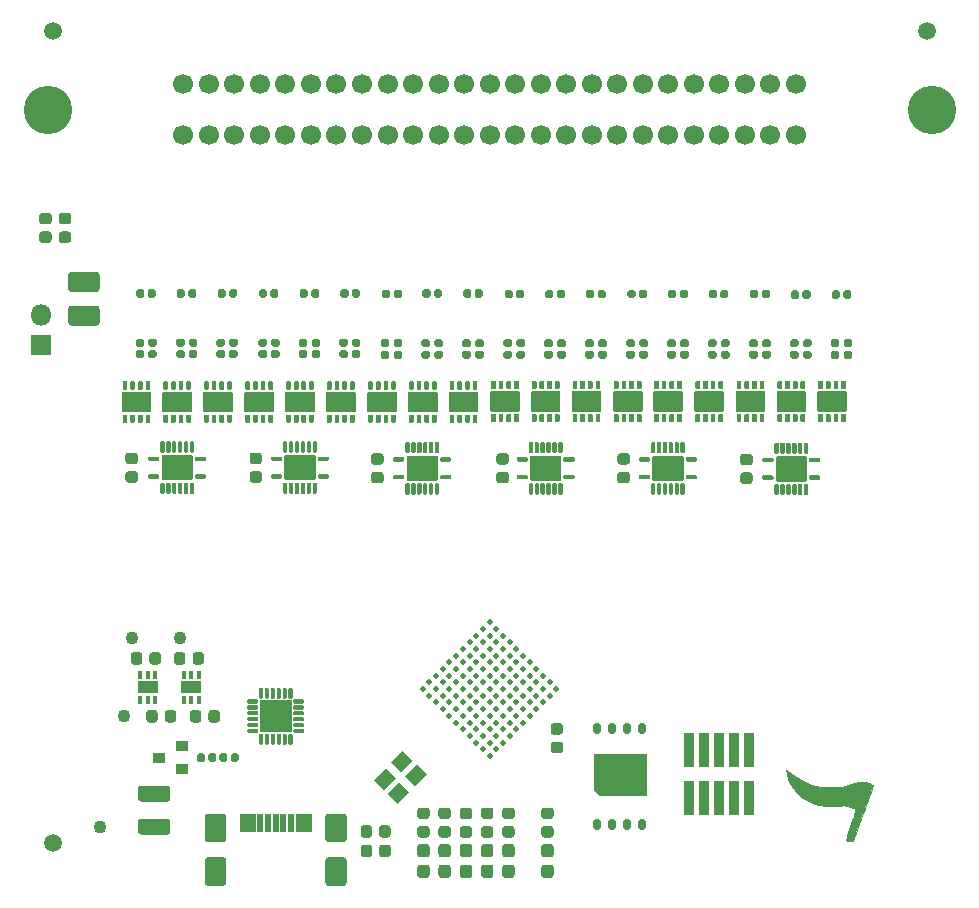
<source format=gts>
%TF.GenerationSoftware,KiCad,Pcbnew,5.1.6*%
%TF.CreationDate,2020-08-02T00:36:08-04:00*%
%TF.ProjectId,squishy,73717569-7368-4792-9e6b-696361645f70,rev?*%
%TF.SameCoordinates,PX67f3540PY72ba1e0*%
%TF.FileFunction,Soldermask,Top*%
%TF.FilePolarity,Negative*%
%FSLAX46Y46*%
G04 Gerber Fmt 4.6, Leading zero omitted, Abs format (unit mm)*
G04 Created by KiCad (PCBNEW 5.1.6) date 2020-08-02 00:36:08*
%MOMM*%
%LPD*%
G01*
G04 APERTURE LIST*
%ADD10C,0.100000*%
%ADD11C,0.010000*%
%ADD12C,1.500000*%
%ADD13C,1.100000*%
%ADD14O,1.800000X1.800000*%
%ADD15R,1.800000X1.800000*%
%ADD16R,1.700000X1.100000*%
%ADD17R,0.450000X0.750000*%
%ADD18R,1.000000X0.900000*%
%ADD19C,0.500000*%
%ADD20R,2.700000X2.700000*%
%ADD21R,0.840000X2.890000*%
%ADD22C,4.100000*%
%ADD23C,1.700000*%
%ADD24R,1.403200X1.603200*%
%ADD25R,0.603200X1.603200*%
G04 APERTURE END LIST*
D10*
%TO.C,J1*%
G36*
X23300000Y4950000D02*
G01*
X23800000Y4950000D01*
X23800000Y6450000D01*
X23300000Y6450000D01*
X23300000Y4950000D01*
G37*
G36*
X22000000Y4950000D02*
G01*
X22500000Y4950000D01*
X22500000Y6450000D01*
X22000000Y6450000D01*
X22000000Y4950000D01*
G37*
G36*
X22650000Y4950000D02*
G01*
X23150000Y4950000D01*
X23150000Y6450000D01*
X22650000Y6450000D01*
X22650000Y4950000D01*
G37*
G36*
X21350000Y4950000D02*
G01*
X21850000Y4950000D01*
X21850000Y6450000D01*
X21350000Y6450000D01*
X21350000Y4950000D01*
G37*
G36*
X23950000Y4950000D02*
G01*
X24450000Y4950000D01*
X24450000Y6450000D01*
X23950000Y6450000D01*
X23950000Y4950000D01*
G37*
G36*
X19900000Y4950000D02*
G01*
X21200000Y4950000D01*
X21200000Y6450000D01*
X19900000Y6450000D01*
X19900000Y4950000D01*
G37*
G36*
X24600000Y4950000D02*
G01*
X25900000Y4950000D01*
X25900000Y6450000D01*
X24600000Y6450000D01*
X24600000Y4950000D01*
G37*
D11*
%TO.C,G1*%
G36*
X66272477Y10090526D02*
G01*
X66569750Y9868330D01*
X66904748Y9642486D01*
X67244999Y9433868D01*
X67558029Y9263348D01*
X67563795Y9260467D01*
X68058118Y9039294D01*
X68535555Y8881728D01*
X69021214Y8781966D01*
X69540204Y8734203D01*
X69867222Y8728043D01*
X70211109Y8735337D01*
X70512919Y8757281D01*
X70799228Y8798171D01*
X71096610Y8862301D01*
X71431641Y8953965D01*
X71622130Y9011635D01*
X71869746Y9085654D01*
X72062749Y9135320D01*
X72226083Y9165250D01*
X72384692Y9180059D01*
X72555389Y9184334D01*
X72770417Y9180043D01*
X72934476Y9161439D01*
X73080790Y9123167D01*
X73189809Y9082066D01*
X73322437Y9019192D01*
X73418408Y8957672D01*
X73454962Y8914665D01*
X73443043Y8864282D01*
X73404587Y8741581D01*
X73342100Y8553776D01*
X73258087Y8308078D01*
X73155052Y8011701D01*
X73035502Y7671857D01*
X72901940Y7295759D01*
X72756873Y6890619D01*
X72624230Y6522834D01*
X71781766Y4194500D01*
X71554744Y4187916D01*
X71411586Y4187815D01*
X71295204Y4194793D01*
X71253639Y4201603D01*
X71190780Y4244351D01*
X71179555Y4275954D01*
X71192636Y4328108D01*
X71229699Y4450299D01*
X71287475Y4632403D01*
X71362696Y4864294D01*
X71452093Y5135850D01*
X71552397Y5436945D01*
X71603915Y5590348D01*
X71726419Y5950966D01*
X71824245Y6239498D01*
X71896615Y6465081D01*
X71942753Y6636852D01*
X71961883Y6763949D01*
X71953228Y6855508D01*
X71916012Y6920666D01*
X71849457Y6968560D01*
X71752788Y7008328D01*
X71625228Y7049106D01*
X71475889Y7096714D01*
X71284731Y7158548D01*
X71144304Y7195461D01*
X71025697Y7211266D01*
X70900000Y7209778D01*
X70738301Y7194813D01*
X70735055Y7194462D01*
X70564995Y7181102D01*
X70337389Y7170268D01*
X70079342Y7162916D01*
X69817960Y7160006D01*
X69761389Y7160061D01*
X69391318Y7169572D01*
X69078326Y7199017D01*
X68796036Y7254049D01*
X68518074Y7340322D01*
X68218064Y7463490D01*
X68106126Y7514882D01*
X67728194Y7712122D01*
X67404862Y7928980D01*
X67106085Y8186941D01*
X66959890Y8334493D01*
X66737285Y8601201D01*
X66536197Y8903616D01*
X66367010Y9221428D01*
X66240107Y9534330D01*
X66165871Y9822015D01*
X66154561Y9909500D01*
X66127899Y10205834D01*
X66272477Y10090526D01*
G37*
X66272477Y10090526D02*
X66569750Y9868330D01*
X66904748Y9642486D01*
X67244999Y9433868D01*
X67558029Y9263348D01*
X67563795Y9260467D01*
X68058118Y9039294D01*
X68535555Y8881728D01*
X69021214Y8781966D01*
X69540204Y8734203D01*
X69867222Y8728043D01*
X70211109Y8735337D01*
X70512919Y8757281D01*
X70799228Y8798171D01*
X71096610Y8862301D01*
X71431641Y8953965D01*
X71622130Y9011635D01*
X71869746Y9085654D01*
X72062749Y9135320D01*
X72226083Y9165250D01*
X72384692Y9180059D01*
X72555389Y9184334D01*
X72770417Y9180043D01*
X72934476Y9161439D01*
X73080790Y9123167D01*
X73189809Y9082066D01*
X73322437Y9019192D01*
X73418408Y8957672D01*
X73454962Y8914665D01*
X73443043Y8864282D01*
X73404587Y8741581D01*
X73342100Y8553776D01*
X73258087Y8308078D01*
X73155052Y8011701D01*
X73035502Y7671857D01*
X72901940Y7295759D01*
X72756873Y6890619D01*
X72624230Y6522834D01*
X71781766Y4194500D01*
X71554744Y4187916D01*
X71411586Y4187815D01*
X71295204Y4194793D01*
X71253639Y4201603D01*
X71190780Y4244351D01*
X71179555Y4275954D01*
X71192636Y4328108D01*
X71229699Y4450299D01*
X71287475Y4632403D01*
X71362696Y4864294D01*
X71452093Y5135850D01*
X71552397Y5436945D01*
X71603915Y5590348D01*
X71726419Y5950966D01*
X71824245Y6239498D01*
X71896615Y6465081D01*
X71942753Y6636852D01*
X71961883Y6763949D01*
X71953228Y6855508D01*
X71916012Y6920666D01*
X71849457Y6968560D01*
X71752788Y7008328D01*
X71625228Y7049106D01*
X71475889Y7096714D01*
X71284731Y7158548D01*
X71144304Y7195461D01*
X71025697Y7211266D01*
X70900000Y7209778D01*
X70738301Y7194813D01*
X70735055Y7194462D01*
X70564995Y7181102D01*
X70337389Y7170268D01*
X70079342Y7162916D01*
X69817960Y7160006D01*
X69761389Y7160061D01*
X69391318Y7169572D01*
X69078326Y7199017D01*
X68796036Y7254049D01*
X68518074Y7340322D01*
X68218064Y7463490D01*
X68106126Y7514882D01*
X67728194Y7712122D01*
X67404862Y7928980D01*
X67106085Y8186941D01*
X66959890Y8334493D01*
X66737285Y8601201D01*
X66536197Y8903616D01*
X66367010Y9221428D01*
X66240107Y9534330D01*
X66165871Y9822015D01*
X66154561Y9909500D01*
X66127899Y10205834D01*
X66272477Y10090526D01*
%TD*%
D12*
%TO.C,FID3*%
X4000000Y4000000D03*
%TD*%
%TO.C,FID2*%
X78000000Y72800000D03*
%TD*%
%TO.C,FID1*%
X4000000Y72800000D03*
%TD*%
%TO.C,R68*%
G36*
G01*
X46418750Y12600000D02*
X46981250Y12600000D01*
G75*
G02*
X47225000Y12356250I0J-243750D01*
G01*
X47225000Y11868750D01*
G75*
G02*
X46981250Y11625000I-243750J0D01*
G01*
X46418750Y11625000D01*
G75*
G02*
X46175000Y11868750I0J243750D01*
G01*
X46175000Y12356250D01*
G75*
G02*
X46418750Y12600000I243750J0D01*
G01*
G37*
G36*
G01*
X46418750Y14175000D02*
X46981250Y14175000D01*
G75*
G02*
X47225000Y13931250I0J-243750D01*
G01*
X47225000Y13443750D01*
G75*
G02*
X46981250Y13200000I-243750J0D01*
G01*
X46418750Y13200000D01*
G75*
G02*
X46175000Y13443750I0J243750D01*
G01*
X46175000Y13931250D01*
G75*
G02*
X46418750Y14175000I243750J0D01*
G01*
G37*
%TD*%
D13*
%TO.C,TP4*%
X8000000Y5400000D03*
%TD*%
%TO.C,TP3*%
X14750000Y21400000D03*
%TD*%
%TO.C,TP2*%
X10050000Y14750000D03*
%TD*%
%TO.C,TP1*%
X10700000Y21400000D03*
%TD*%
D14*
%TO.C,JP1*%
X3050000Y48690000D03*
D15*
X3050000Y46150000D03*
%TD*%
%TO.C,F1*%
G36*
G01*
X5590625Y49525000D02*
X7709375Y49525000D01*
G75*
G02*
X7975000Y49259375I0J-265625D01*
G01*
X7975000Y48090625D01*
G75*
G02*
X7709375Y47825000I-265625J0D01*
G01*
X5590625Y47825000D01*
G75*
G02*
X5325000Y48090625I0J265625D01*
G01*
X5325000Y49259375D01*
G75*
G02*
X5590625Y49525000I265625J0D01*
G01*
G37*
G36*
G01*
X5590625Y52375000D02*
X7709375Y52375000D01*
G75*
G02*
X7975000Y52109375I0J-265625D01*
G01*
X7975000Y50940625D01*
G75*
G02*
X7709375Y50675000I-265625J0D01*
G01*
X5590625Y50675000D01*
G75*
G02*
X5325000Y50940625I0J265625D01*
G01*
X5325000Y52109375D01*
G75*
G02*
X5590625Y52375000I265625J0D01*
G01*
G37*
%TD*%
D16*
%TO.C,U30*%
X12050000Y17200000D03*
D17*
X12700000Y16150000D03*
X12050000Y16150000D03*
X11400000Y16150000D03*
X11400000Y18250000D03*
X12050000Y18250000D03*
X12700000Y18250000D03*
%TD*%
D16*
%TO.C,U29*%
X15750000Y17200000D03*
D17*
X16400000Y16150000D03*
X15750000Y16150000D03*
X15100000Y16150000D03*
X15100000Y18250000D03*
X15750000Y18250000D03*
X16400000Y18250000D03*
%TD*%
D18*
%TO.C,U28*%
X13000000Y11250000D03*
X15000000Y12200000D03*
X15000000Y10300000D03*
%TD*%
%TO.C,C57*%
G36*
G01*
X12200000Y19368750D02*
X12200000Y19931250D01*
G75*
G02*
X12443750Y20175000I243750J0D01*
G01*
X12931250Y20175000D01*
G75*
G02*
X13175000Y19931250I0J-243750D01*
G01*
X13175000Y19368750D01*
G75*
G02*
X12931250Y19125000I-243750J0D01*
G01*
X12443750Y19125000D01*
G75*
G02*
X12200000Y19368750I0J243750D01*
G01*
G37*
G36*
G01*
X10625000Y19368750D02*
X10625000Y19931250D01*
G75*
G02*
X10868750Y20175000I243750J0D01*
G01*
X11356250Y20175000D01*
G75*
G02*
X11600000Y19931250I0J-243750D01*
G01*
X11600000Y19368750D01*
G75*
G02*
X11356250Y19125000I-243750J0D01*
G01*
X10868750Y19125000D01*
G75*
G02*
X10625000Y19368750I0J243750D01*
G01*
G37*
%TD*%
%TO.C,C56*%
G36*
G01*
X15850000Y19368750D02*
X15850000Y19931250D01*
G75*
G02*
X16093750Y20175000I243750J0D01*
G01*
X16581250Y20175000D01*
G75*
G02*
X16825000Y19931250I0J-243750D01*
G01*
X16825000Y19368750D01*
G75*
G02*
X16581250Y19125000I-243750J0D01*
G01*
X16093750Y19125000D01*
G75*
G02*
X15850000Y19368750I0J243750D01*
G01*
G37*
G36*
G01*
X14275000Y19368750D02*
X14275000Y19931250D01*
G75*
G02*
X14518750Y20175000I243750J0D01*
G01*
X15006250Y20175000D01*
G75*
G02*
X15250000Y19931250I0J-243750D01*
G01*
X15250000Y19368750D01*
G75*
G02*
X15006250Y19125000I-243750J0D01*
G01*
X14518750Y19125000D01*
G75*
G02*
X14275000Y19368750I0J243750D01*
G01*
G37*
%TD*%
%TO.C,C55*%
G36*
G01*
X12900000Y15031250D02*
X12900000Y14468750D01*
G75*
G02*
X12656250Y14225000I-243750J0D01*
G01*
X12168750Y14225000D01*
G75*
G02*
X11925000Y14468750I0J243750D01*
G01*
X11925000Y15031250D01*
G75*
G02*
X12168750Y15275000I243750J0D01*
G01*
X12656250Y15275000D01*
G75*
G02*
X12900000Y15031250I0J-243750D01*
G01*
G37*
G36*
G01*
X14475000Y15031250D02*
X14475000Y14468750D01*
G75*
G02*
X14231250Y14225000I-243750J0D01*
G01*
X13743750Y14225000D01*
G75*
G02*
X13500000Y14468750I0J243750D01*
G01*
X13500000Y15031250D01*
G75*
G02*
X13743750Y15275000I243750J0D01*
G01*
X14231250Y15275000D01*
G75*
G02*
X14475000Y15031250I0J-243750D01*
G01*
G37*
%TD*%
%TO.C,C54*%
G36*
G01*
X16600000Y15031250D02*
X16600000Y14468750D01*
G75*
G02*
X16356250Y14225000I-243750J0D01*
G01*
X15868750Y14225000D01*
G75*
G02*
X15625000Y14468750I0J243750D01*
G01*
X15625000Y15031250D01*
G75*
G02*
X15868750Y15275000I243750J0D01*
G01*
X16356250Y15275000D01*
G75*
G02*
X16600000Y15031250I0J-243750D01*
G01*
G37*
G36*
G01*
X18175000Y15031250D02*
X18175000Y14468750D01*
G75*
G02*
X17931250Y14225000I-243750J0D01*
G01*
X17443750Y14225000D01*
G75*
G02*
X17200000Y14468750I0J243750D01*
G01*
X17200000Y15031250D01*
G75*
G02*
X17443750Y15275000I243750J0D01*
G01*
X17931250Y15275000D01*
G75*
G02*
X18175000Y15031250I0J-243750D01*
G01*
G37*
%TD*%
%TO.C,R69*%
G36*
G01*
X45618750Y5450000D02*
X46181250Y5450000D01*
G75*
G02*
X46425000Y5206250I0J-243750D01*
G01*
X46425000Y4718750D01*
G75*
G02*
X46181250Y4475000I-243750J0D01*
G01*
X45618750Y4475000D01*
G75*
G02*
X45375000Y4718750I0J243750D01*
G01*
X45375000Y5206250D01*
G75*
G02*
X45618750Y5450000I243750J0D01*
G01*
G37*
G36*
G01*
X45618750Y7025000D02*
X46181250Y7025000D01*
G75*
G02*
X46425000Y6781250I0J-243750D01*
G01*
X46425000Y6293750D01*
G75*
G02*
X46181250Y6050000I-243750J0D01*
G01*
X45618750Y6050000D01*
G75*
G02*
X45375000Y6293750I0J243750D01*
G01*
X45375000Y6781250D01*
G75*
G02*
X45618750Y7025000I243750J0D01*
G01*
G37*
%TD*%
%TO.C,D10*%
G36*
G01*
X46162500Y2800000D02*
X45637500Y2800000D01*
G75*
G02*
X45375000Y3062500I0J262500D01*
G01*
X45375000Y3687500D01*
G75*
G02*
X45637500Y3950000I262500J0D01*
G01*
X46162500Y3950000D01*
G75*
G02*
X46425000Y3687500I0J-262500D01*
G01*
X46425000Y3062500D01*
G75*
G02*
X46162500Y2800000I-262500J0D01*
G01*
G37*
G36*
G01*
X46162500Y1050000D02*
X45637500Y1050000D01*
G75*
G02*
X45375000Y1312500I0J262500D01*
G01*
X45375000Y1937500D01*
G75*
G02*
X45637500Y2200000I262500J0D01*
G01*
X46162500Y2200000D01*
G75*
G02*
X46425000Y1937500I0J-262500D01*
G01*
X46425000Y1312500D01*
G75*
G02*
X46162500Y1050000I-262500J0D01*
G01*
G37*
%TD*%
%TO.C,R67*%
G36*
G01*
X42318750Y5450000D02*
X42881250Y5450000D01*
G75*
G02*
X43125000Y5206250I0J-243750D01*
G01*
X43125000Y4718750D01*
G75*
G02*
X42881250Y4475000I-243750J0D01*
G01*
X42318750Y4475000D01*
G75*
G02*
X42075000Y4718750I0J243750D01*
G01*
X42075000Y5206250D01*
G75*
G02*
X42318750Y5450000I243750J0D01*
G01*
G37*
G36*
G01*
X42318750Y7025000D02*
X42881250Y7025000D01*
G75*
G02*
X43125000Y6781250I0J-243750D01*
G01*
X43125000Y6293750D01*
G75*
G02*
X42881250Y6050000I-243750J0D01*
G01*
X42318750Y6050000D01*
G75*
G02*
X42075000Y6293750I0J243750D01*
G01*
X42075000Y6781250D01*
G75*
G02*
X42318750Y7025000I243750J0D01*
G01*
G37*
%TD*%
%TO.C,R66*%
G36*
G01*
X40518750Y5450000D02*
X41081250Y5450000D01*
G75*
G02*
X41325000Y5206250I0J-243750D01*
G01*
X41325000Y4718750D01*
G75*
G02*
X41081250Y4475000I-243750J0D01*
G01*
X40518750Y4475000D01*
G75*
G02*
X40275000Y4718750I0J243750D01*
G01*
X40275000Y5206250D01*
G75*
G02*
X40518750Y5450000I243750J0D01*
G01*
G37*
G36*
G01*
X40518750Y7025000D02*
X41081250Y7025000D01*
G75*
G02*
X41325000Y6781250I0J-243750D01*
G01*
X41325000Y6293750D01*
G75*
G02*
X41081250Y6050000I-243750J0D01*
G01*
X40518750Y6050000D01*
G75*
G02*
X40275000Y6293750I0J243750D01*
G01*
X40275000Y6781250D01*
G75*
G02*
X40518750Y7025000I243750J0D01*
G01*
G37*
%TD*%
%TO.C,R65*%
G36*
G01*
X38718750Y5450000D02*
X39281250Y5450000D01*
G75*
G02*
X39525000Y5206250I0J-243750D01*
G01*
X39525000Y4718750D01*
G75*
G02*
X39281250Y4475000I-243750J0D01*
G01*
X38718750Y4475000D01*
G75*
G02*
X38475000Y4718750I0J243750D01*
G01*
X38475000Y5206250D01*
G75*
G02*
X38718750Y5450000I243750J0D01*
G01*
G37*
G36*
G01*
X38718750Y7025000D02*
X39281250Y7025000D01*
G75*
G02*
X39525000Y6781250I0J-243750D01*
G01*
X39525000Y6293750D01*
G75*
G02*
X39281250Y6050000I-243750J0D01*
G01*
X38718750Y6050000D01*
G75*
G02*
X38475000Y6293750I0J243750D01*
G01*
X38475000Y6781250D01*
G75*
G02*
X38718750Y7025000I243750J0D01*
G01*
G37*
%TD*%
%TO.C,R64*%
G36*
G01*
X36918750Y5450000D02*
X37481250Y5450000D01*
G75*
G02*
X37725000Y5206250I0J-243750D01*
G01*
X37725000Y4718750D01*
G75*
G02*
X37481250Y4475000I-243750J0D01*
G01*
X36918750Y4475000D01*
G75*
G02*
X36675000Y4718750I0J243750D01*
G01*
X36675000Y5206250D01*
G75*
G02*
X36918750Y5450000I243750J0D01*
G01*
G37*
G36*
G01*
X36918750Y7025000D02*
X37481250Y7025000D01*
G75*
G02*
X37725000Y6781250I0J-243750D01*
G01*
X37725000Y6293750D01*
G75*
G02*
X37481250Y6050000I-243750J0D01*
G01*
X36918750Y6050000D01*
G75*
G02*
X36675000Y6293750I0J243750D01*
G01*
X36675000Y6781250D01*
G75*
G02*
X36918750Y7025000I243750J0D01*
G01*
G37*
%TD*%
%TO.C,R63*%
G36*
G01*
X35118750Y5450000D02*
X35681250Y5450000D01*
G75*
G02*
X35925000Y5206250I0J-243750D01*
G01*
X35925000Y4718750D01*
G75*
G02*
X35681250Y4475000I-243750J0D01*
G01*
X35118750Y4475000D01*
G75*
G02*
X34875000Y4718750I0J243750D01*
G01*
X34875000Y5206250D01*
G75*
G02*
X35118750Y5450000I243750J0D01*
G01*
G37*
G36*
G01*
X35118750Y7025000D02*
X35681250Y7025000D01*
G75*
G02*
X35925000Y6781250I0J-243750D01*
G01*
X35925000Y6293750D01*
G75*
G02*
X35681250Y6050000I-243750J0D01*
G01*
X35118750Y6050000D01*
G75*
G02*
X34875000Y6293750I0J243750D01*
G01*
X34875000Y6781250D01*
G75*
G02*
X35118750Y7025000I243750J0D01*
G01*
G37*
%TD*%
%TO.C,D9*%
G36*
G01*
X42862500Y2800000D02*
X42337500Y2800000D01*
G75*
G02*
X42075000Y3062500I0J262500D01*
G01*
X42075000Y3687500D01*
G75*
G02*
X42337500Y3950000I262500J0D01*
G01*
X42862500Y3950000D01*
G75*
G02*
X43125000Y3687500I0J-262500D01*
G01*
X43125000Y3062500D01*
G75*
G02*
X42862500Y2800000I-262500J0D01*
G01*
G37*
G36*
G01*
X42862500Y1050000D02*
X42337500Y1050000D01*
G75*
G02*
X42075000Y1312500I0J262500D01*
G01*
X42075000Y1937500D01*
G75*
G02*
X42337500Y2200000I262500J0D01*
G01*
X42862500Y2200000D01*
G75*
G02*
X43125000Y1937500I0J-262500D01*
G01*
X43125000Y1312500D01*
G75*
G02*
X42862500Y1050000I-262500J0D01*
G01*
G37*
%TD*%
%TO.C,D6*%
G36*
G01*
X41062500Y2800000D02*
X40537500Y2800000D01*
G75*
G02*
X40275000Y3062500I0J262500D01*
G01*
X40275000Y3687500D01*
G75*
G02*
X40537500Y3950000I262500J0D01*
G01*
X41062500Y3950000D01*
G75*
G02*
X41325000Y3687500I0J-262500D01*
G01*
X41325000Y3062500D01*
G75*
G02*
X41062500Y2800000I-262500J0D01*
G01*
G37*
G36*
G01*
X41062500Y1050000D02*
X40537500Y1050000D01*
G75*
G02*
X40275000Y1312500I0J262500D01*
G01*
X40275000Y1937500D01*
G75*
G02*
X40537500Y2200000I262500J0D01*
G01*
X41062500Y2200000D01*
G75*
G02*
X41325000Y1937500I0J-262500D01*
G01*
X41325000Y1312500D01*
G75*
G02*
X41062500Y1050000I-262500J0D01*
G01*
G37*
%TD*%
%TO.C,D5*%
G36*
G01*
X39262500Y2800000D02*
X38737500Y2800000D01*
G75*
G02*
X38475000Y3062500I0J262500D01*
G01*
X38475000Y3687500D01*
G75*
G02*
X38737500Y3950000I262500J0D01*
G01*
X39262500Y3950000D01*
G75*
G02*
X39525000Y3687500I0J-262500D01*
G01*
X39525000Y3062500D01*
G75*
G02*
X39262500Y2800000I-262500J0D01*
G01*
G37*
G36*
G01*
X39262500Y1050000D02*
X38737500Y1050000D01*
G75*
G02*
X38475000Y1312500I0J262500D01*
G01*
X38475000Y1937500D01*
G75*
G02*
X38737500Y2200000I262500J0D01*
G01*
X39262500Y2200000D01*
G75*
G02*
X39525000Y1937500I0J-262500D01*
G01*
X39525000Y1312500D01*
G75*
G02*
X39262500Y1050000I-262500J0D01*
G01*
G37*
%TD*%
%TO.C,D2*%
G36*
G01*
X37462500Y2800000D02*
X36937500Y2800000D01*
G75*
G02*
X36675000Y3062500I0J262500D01*
G01*
X36675000Y3687500D01*
G75*
G02*
X36937500Y3950000I262500J0D01*
G01*
X37462500Y3950000D01*
G75*
G02*
X37725000Y3687500I0J-262500D01*
G01*
X37725000Y3062500D01*
G75*
G02*
X37462500Y2800000I-262500J0D01*
G01*
G37*
G36*
G01*
X37462500Y1050000D02*
X36937500Y1050000D01*
G75*
G02*
X36675000Y1312500I0J262500D01*
G01*
X36675000Y1937500D01*
G75*
G02*
X36937500Y2200000I262500J0D01*
G01*
X37462500Y2200000D01*
G75*
G02*
X37725000Y1937500I0J-262500D01*
G01*
X37725000Y1312500D01*
G75*
G02*
X37462500Y1050000I-262500J0D01*
G01*
G37*
%TD*%
%TO.C,D1*%
G36*
G01*
X35662500Y2800000D02*
X35137500Y2800000D01*
G75*
G02*
X34875000Y3062500I0J262500D01*
G01*
X34875000Y3687500D01*
G75*
G02*
X35137500Y3950000I262500J0D01*
G01*
X35662500Y3950000D01*
G75*
G02*
X35925000Y3687500I0J-262500D01*
G01*
X35925000Y3062500D01*
G75*
G02*
X35662500Y2800000I-262500J0D01*
G01*
G37*
G36*
G01*
X35662500Y1050000D02*
X35137500Y1050000D01*
G75*
G02*
X34875000Y1312500I0J262500D01*
G01*
X34875000Y1937500D01*
G75*
G02*
X35137500Y2200000I262500J0D01*
G01*
X35662500Y2200000D01*
G75*
G02*
X35925000Y1937500I0J-262500D01*
G01*
X35925000Y1312500D01*
G75*
G02*
X35662500Y1050000I-262500J0D01*
G01*
G37*
%TD*%
D10*
%TO.C,X1*%
G36*
X32053464Y8521662D02*
G01*
X31204936Y9370190D01*
X32194886Y10360140D01*
X33043414Y9511612D01*
X32053464Y8521662D01*
G37*
G36*
X33538388Y10006586D02*
G01*
X32689860Y10855114D01*
X33679810Y11845064D01*
X34528338Y10996536D01*
X33538388Y10006586D01*
G37*
G36*
X34705114Y8839860D02*
G01*
X33856586Y9688388D01*
X34846536Y10678338D01*
X35695064Y9829810D01*
X34705114Y8839860D01*
G37*
G36*
X33220190Y7354936D02*
G01*
X32371662Y8203464D01*
X33361612Y9193414D01*
X34210140Y8344886D01*
X33220190Y7354936D01*
G37*
%TD*%
D19*
%TO.C,U2*%
X46656854Y17050000D03*
X46091169Y17615685D03*
X45525483Y18181371D03*
X44959798Y18747056D03*
X44394113Y19312742D03*
X43828427Y19878427D03*
X43262742Y20444113D03*
X42697056Y21009798D03*
X42131371Y21575483D03*
X41565685Y22141169D03*
X41000000Y22706854D03*
X46091169Y16484315D03*
X45525483Y17050000D03*
X44959798Y17615685D03*
X44394113Y18181371D03*
X43828427Y18747056D03*
X43262742Y19312742D03*
X42697056Y19878427D03*
X42131371Y20444113D03*
X41565685Y21009798D03*
X41000000Y21575483D03*
X40434315Y22141169D03*
X45525483Y15918629D03*
X44959798Y16484315D03*
X44394113Y17050000D03*
X43828427Y17615685D03*
X43262742Y18181371D03*
X42697056Y18747056D03*
X42131371Y19312742D03*
X41565685Y19878427D03*
X41000000Y20444113D03*
X40434315Y21009798D03*
X39868629Y21575483D03*
X44959798Y15352944D03*
X44394113Y15918629D03*
X43828427Y16484315D03*
X43262742Y17050000D03*
X42697056Y17615685D03*
X42131371Y18181371D03*
X41565685Y18747056D03*
X41000000Y19312742D03*
X40434315Y19878427D03*
X39868629Y20444113D03*
X39302944Y21009798D03*
X44394113Y14787258D03*
X43828427Y15352944D03*
X43262742Y15918629D03*
X42697056Y16484315D03*
X42131371Y17050000D03*
X41565685Y17615685D03*
X41000000Y18181371D03*
X40434315Y18747056D03*
X39868629Y19312742D03*
X39302944Y19878427D03*
X38737258Y20444113D03*
X43828427Y14221573D03*
X43262742Y14787258D03*
X42697056Y15352944D03*
X42131371Y15918629D03*
X41565685Y16484315D03*
X41000000Y17050000D03*
X40434315Y17615685D03*
X39868629Y18181371D03*
X39302944Y18747056D03*
X38737258Y19312742D03*
X38171573Y19878427D03*
X43262742Y13655887D03*
X42697056Y14221573D03*
X42131371Y14787258D03*
X41565685Y15352944D03*
X41000000Y15918629D03*
X40434315Y16484315D03*
X39868629Y17050000D03*
X39302944Y17615685D03*
X38737258Y18181371D03*
X38171573Y18747056D03*
X37605887Y19312742D03*
X42697056Y13090202D03*
X42131371Y13655887D03*
X41565685Y14221573D03*
X41000000Y14787258D03*
X40434315Y15352944D03*
X39868629Y15918629D03*
X39302944Y16484315D03*
X38737258Y17050000D03*
X38171573Y17615685D03*
X37605887Y18181371D03*
X37040202Y18747056D03*
X42131371Y12524517D03*
X41565685Y13090202D03*
X41000000Y13655887D03*
X40434315Y14221573D03*
X39868629Y14787258D03*
X39302944Y15352944D03*
X38737258Y15918629D03*
X38171573Y16484315D03*
X37605887Y17050000D03*
X37040202Y17615685D03*
X36474517Y18181371D03*
X41565685Y11958831D03*
X41000000Y12524517D03*
X40434315Y13090202D03*
X39868629Y13655887D03*
X39302944Y14221573D03*
X38737258Y14787258D03*
X38171573Y15352944D03*
X37605887Y15918629D03*
X37040202Y16484315D03*
X36474517Y17050000D03*
X35908831Y17615685D03*
X41000000Y11393146D03*
X40434315Y11958831D03*
X39868629Y12524517D03*
X39302944Y13090202D03*
X38737258Y13655887D03*
X38171573Y14221573D03*
X37605887Y14787258D03*
X37040202Y15352944D03*
X36474517Y15918629D03*
X35908831Y16484315D03*
X35343146Y17050000D03*
%TD*%
D20*
%TO.C,U27*%
X22900000Y14750000D03*
G36*
G01*
X24462500Y16175000D02*
X25212500Y16175000D01*
G75*
G02*
X25300000Y16087500I0J-87500D01*
G01*
X25300000Y15912500D01*
G75*
G02*
X25212500Y15825000I-87500J0D01*
G01*
X24462500Y15825000D01*
G75*
G02*
X24375000Y15912500I0J87500D01*
G01*
X24375000Y16087500D01*
G75*
G02*
X24462500Y16175000I87500J0D01*
G01*
G37*
G36*
G01*
X24462500Y15675000D02*
X25212500Y15675000D01*
G75*
G02*
X25300000Y15587500I0J-87500D01*
G01*
X25300000Y15412500D01*
G75*
G02*
X25212500Y15325000I-87500J0D01*
G01*
X24462500Y15325000D01*
G75*
G02*
X24375000Y15412500I0J87500D01*
G01*
X24375000Y15587500D01*
G75*
G02*
X24462500Y15675000I87500J0D01*
G01*
G37*
G36*
G01*
X24462500Y15175000D02*
X25212500Y15175000D01*
G75*
G02*
X25300000Y15087500I0J-87500D01*
G01*
X25300000Y14912500D01*
G75*
G02*
X25212500Y14825000I-87500J0D01*
G01*
X24462500Y14825000D01*
G75*
G02*
X24375000Y14912500I0J87500D01*
G01*
X24375000Y15087500D01*
G75*
G02*
X24462500Y15175000I87500J0D01*
G01*
G37*
G36*
G01*
X24462500Y14675000D02*
X25212500Y14675000D01*
G75*
G02*
X25300000Y14587500I0J-87500D01*
G01*
X25300000Y14412500D01*
G75*
G02*
X25212500Y14325000I-87500J0D01*
G01*
X24462500Y14325000D01*
G75*
G02*
X24375000Y14412500I0J87500D01*
G01*
X24375000Y14587500D01*
G75*
G02*
X24462500Y14675000I87500J0D01*
G01*
G37*
G36*
G01*
X24462500Y14175000D02*
X25212500Y14175000D01*
G75*
G02*
X25300000Y14087500I0J-87500D01*
G01*
X25300000Y13912500D01*
G75*
G02*
X25212500Y13825000I-87500J0D01*
G01*
X24462500Y13825000D01*
G75*
G02*
X24375000Y13912500I0J87500D01*
G01*
X24375000Y14087500D01*
G75*
G02*
X24462500Y14175000I87500J0D01*
G01*
G37*
G36*
G01*
X24462500Y13675000D02*
X25212500Y13675000D01*
G75*
G02*
X25300000Y13587500I0J-87500D01*
G01*
X25300000Y13412500D01*
G75*
G02*
X25212500Y13325000I-87500J0D01*
G01*
X24462500Y13325000D01*
G75*
G02*
X24375000Y13412500I0J87500D01*
G01*
X24375000Y13587500D01*
G75*
G02*
X24462500Y13675000I87500J0D01*
G01*
G37*
G36*
G01*
X24062500Y13275000D02*
X24237500Y13275000D01*
G75*
G02*
X24325000Y13187500I0J-87500D01*
G01*
X24325000Y12437500D01*
G75*
G02*
X24237500Y12350000I-87500J0D01*
G01*
X24062500Y12350000D01*
G75*
G02*
X23975000Y12437500I0J87500D01*
G01*
X23975000Y13187500D01*
G75*
G02*
X24062500Y13275000I87500J0D01*
G01*
G37*
G36*
G01*
X23562500Y13275000D02*
X23737500Y13275000D01*
G75*
G02*
X23825000Y13187500I0J-87500D01*
G01*
X23825000Y12437500D01*
G75*
G02*
X23737500Y12350000I-87500J0D01*
G01*
X23562500Y12350000D01*
G75*
G02*
X23475000Y12437500I0J87500D01*
G01*
X23475000Y13187500D01*
G75*
G02*
X23562500Y13275000I87500J0D01*
G01*
G37*
G36*
G01*
X23062500Y13275000D02*
X23237500Y13275000D01*
G75*
G02*
X23325000Y13187500I0J-87500D01*
G01*
X23325000Y12437500D01*
G75*
G02*
X23237500Y12350000I-87500J0D01*
G01*
X23062500Y12350000D01*
G75*
G02*
X22975000Y12437500I0J87500D01*
G01*
X22975000Y13187500D01*
G75*
G02*
X23062500Y13275000I87500J0D01*
G01*
G37*
G36*
G01*
X22562500Y13275000D02*
X22737500Y13275000D01*
G75*
G02*
X22825000Y13187500I0J-87500D01*
G01*
X22825000Y12437500D01*
G75*
G02*
X22737500Y12350000I-87500J0D01*
G01*
X22562500Y12350000D01*
G75*
G02*
X22475000Y12437500I0J87500D01*
G01*
X22475000Y13187500D01*
G75*
G02*
X22562500Y13275000I87500J0D01*
G01*
G37*
G36*
G01*
X22062500Y13275000D02*
X22237500Y13275000D01*
G75*
G02*
X22325000Y13187500I0J-87500D01*
G01*
X22325000Y12437500D01*
G75*
G02*
X22237500Y12350000I-87500J0D01*
G01*
X22062500Y12350000D01*
G75*
G02*
X21975000Y12437500I0J87500D01*
G01*
X21975000Y13187500D01*
G75*
G02*
X22062500Y13275000I87500J0D01*
G01*
G37*
G36*
G01*
X21562500Y13275000D02*
X21737500Y13275000D01*
G75*
G02*
X21825000Y13187500I0J-87500D01*
G01*
X21825000Y12437500D01*
G75*
G02*
X21737500Y12350000I-87500J0D01*
G01*
X21562500Y12350000D01*
G75*
G02*
X21475000Y12437500I0J87500D01*
G01*
X21475000Y13187500D01*
G75*
G02*
X21562500Y13275000I87500J0D01*
G01*
G37*
G36*
G01*
X20587500Y13675000D02*
X21337500Y13675000D01*
G75*
G02*
X21425000Y13587500I0J-87500D01*
G01*
X21425000Y13412500D01*
G75*
G02*
X21337500Y13325000I-87500J0D01*
G01*
X20587500Y13325000D01*
G75*
G02*
X20500000Y13412500I0J87500D01*
G01*
X20500000Y13587500D01*
G75*
G02*
X20587500Y13675000I87500J0D01*
G01*
G37*
G36*
G01*
X20587500Y14175000D02*
X21337500Y14175000D01*
G75*
G02*
X21425000Y14087500I0J-87500D01*
G01*
X21425000Y13912500D01*
G75*
G02*
X21337500Y13825000I-87500J0D01*
G01*
X20587500Y13825000D01*
G75*
G02*
X20500000Y13912500I0J87500D01*
G01*
X20500000Y14087500D01*
G75*
G02*
X20587500Y14175000I87500J0D01*
G01*
G37*
G36*
G01*
X20587500Y14675000D02*
X21337500Y14675000D01*
G75*
G02*
X21425000Y14587500I0J-87500D01*
G01*
X21425000Y14412500D01*
G75*
G02*
X21337500Y14325000I-87500J0D01*
G01*
X20587500Y14325000D01*
G75*
G02*
X20500000Y14412500I0J87500D01*
G01*
X20500000Y14587500D01*
G75*
G02*
X20587500Y14675000I87500J0D01*
G01*
G37*
G36*
G01*
X20587500Y15175000D02*
X21337500Y15175000D01*
G75*
G02*
X21425000Y15087500I0J-87500D01*
G01*
X21425000Y14912500D01*
G75*
G02*
X21337500Y14825000I-87500J0D01*
G01*
X20587500Y14825000D01*
G75*
G02*
X20500000Y14912500I0J87500D01*
G01*
X20500000Y15087500D01*
G75*
G02*
X20587500Y15175000I87500J0D01*
G01*
G37*
G36*
G01*
X20587500Y15675000D02*
X21337500Y15675000D01*
G75*
G02*
X21425000Y15587500I0J-87500D01*
G01*
X21425000Y15412500D01*
G75*
G02*
X21337500Y15325000I-87500J0D01*
G01*
X20587500Y15325000D01*
G75*
G02*
X20500000Y15412500I0J87500D01*
G01*
X20500000Y15587500D01*
G75*
G02*
X20587500Y15675000I87500J0D01*
G01*
G37*
G36*
G01*
X20587500Y16175000D02*
X21337500Y16175000D01*
G75*
G02*
X21425000Y16087500I0J-87500D01*
G01*
X21425000Y15912500D01*
G75*
G02*
X21337500Y15825000I-87500J0D01*
G01*
X20587500Y15825000D01*
G75*
G02*
X20500000Y15912500I0J87500D01*
G01*
X20500000Y16087500D01*
G75*
G02*
X20587500Y16175000I87500J0D01*
G01*
G37*
G36*
G01*
X21562500Y17150000D02*
X21737500Y17150000D01*
G75*
G02*
X21825000Y17062500I0J-87500D01*
G01*
X21825000Y16312500D01*
G75*
G02*
X21737500Y16225000I-87500J0D01*
G01*
X21562500Y16225000D01*
G75*
G02*
X21475000Y16312500I0J87500D01*
G01*
X21475000Y17062500D01*
G75*
G02*
X21562500Y17150000I87500J0D01*
G01*
G37*
G36*
G01*
X22062500Y17150000D02*
X22237500Y17150000D01*
G75*
G02*
X22325000Y17062500I0J-87500D01*
G01*
X22325000Y16312500D01*
G75*
G02*
X22237500Y16225000I-87500J0D01*
G01*
X22062500Y16225000D01*
G75*
G02*
X21975000Y16312500I0J87500D01*
G01*
X21975000Y17062500D01*
G75*
G02*
X22062500Y17150000I87500J0D01*
G01*
G37*
G36*
G01*
X22562500Y17150000D02*
X22737500Y17150000D01*
G75*
G02*
X22825000Y17062500I0J-87500D01*
G01*
X22825000Y16312500D01*
G75*
G02*
X22737500Y16225000I-87500J0D01*
G01*
X22562500Y16225000D01*
G75*
G02*
X22475000Y16312500I0J87500D01*
G01*
X22475000Y17062500D01*
G75*
G02*
X22562500Y17150000I87500J0D01*
G01*
G37*
G36*
G01*
X23062500Y17150000D02*
X23237500Y17150000D01*
G75*
G02*
X23325000Y17062500I0J-87500D01*
G01*
X23325000Y16312500D01*
G75*
G02*
X23237500Y16225000I-87500J0D01*
G01*
X23062500Y16225000D01*
G75*
G02*
X22975000Y16312500I0J87500D01*
G01*
X22975000Y17062500D01*
G75*
G02*
X23062500Y17150000I87500J0D01*
G01*
G37*
G36*
G01*
X23562500Y17150000D02*
X23737500Y17150000D01*
G75*
G02*
X23825000Y17062500I0J-87500D01*
G01*
X23825000Y16312500D01*
G75*
G02*
X23737500Y16225000I-87500J0D01*
G01*
X23562500Y16225000D01*
G75*
G02*
X23475000Y16312500I0J87500D01*
G01*
X23475000Y17062500D01*
G75*
G02*
X23562500Y17150000I87500J0D01*
G01*
G37*
G36*
G01*
X24062500Y17150000D02*
X24237500Y17150000D01*
G75*
G02*
X24325000Y17062500I0J-87500D01*
G01*
X24325000Y16312500D01*
G75*
G02*
X24237500Y16225000I-87500J0D01*
G01*
X24062500Y16225000D01*
G75*
G02*
X23975000Y16312500I0J87500D01*
G01*
X23975000Y17062500D01*
G75*
G02*
X24062500Y17150000I87500J0D01*
G01*
G37*
%TD*%
D21*
%TO.C,J3*%
X57860000Y7815000D03*
X57860000Y11885000D03*
X59130000Y7815000D03*
X59130000Y11885000D03*
X60400000Y7815000D03*
X60400000Y11885000D03*
X61670000Y7815000D03*
X61670000Y11885000D03*
X62940000Y7815000D03*
X62940000Y11885000D03*
%TD*%
%TO.C,C41*%
G36*
G01*
X11495000Y6075001D02*
X13705000Y6075001D01*
G75*
G02*
X13975000Y5805001I0J-270000D01*
G01*
X13975000Y4995001D01*
G75*
G02*
X13705000Y4725001I-270000J0D01*
G01*
X11495000Y4725001D01*
G75*
G02*
X11225000Y4995001I0J270000D01*
G01*
X11225000Y5805001D01*
G75*
G02*
X11495000Y6075001I270000J0D01*
G01*
G37*
G36*
G01*
X11495000Y8875001D02*
X13705000Y8875001D01*
G75*
G02*
X13975000Y8605001I0J-270000D01*
G01*
X13975000Y7795001D01*
G75*
G02*
X13705000Y7525001I-270000J0D01*
G01*
X11495000Y7525001D01*
G75*
G02*
X11225000Y7795001I0J270000D01*
G01*
X11225000Y8605001D01*
G75*
G02*
X11495000Y8875001I270000J0D01*
G01*
G37*
%TD*%
%TO.C,C36*%
G36*
G01*
X16910000Y11447500D02*
X16910000Y11052500D01*
G75*
G02*
X16737500Y10880000I-172500J0D01*
G01*
X16392500Y10880000D01*
G75*
G02*
X16220000Y11052500I0J172500D01*
G01*
X16220000Y11447500D01*
G75*
G02*
X16392500Y11620000I172500J0D01*
G01*
X16737500Y11620000D01*
G75*
G02*
X16910000Y11447500I0J-172500D01*
G01*
G37*
G36*
G01*
X17880000Y11447500D02*
X17880000Y11052500D01*
G75*
G02*
X17707500Y10880000I-172500J0D01*
G01*
X17362500Y10880000D01*
G75*
G02*
X17190000Y11052500I0J172500D01*
G01*
X17190000Y11447500D01*
G75*
G02*
X17362500Y11620000I172500J0D01*
G01*
X17707500Y11620000D01*
G75*
G02*
X17880000Y11447500I0J-172500D01*
G01*
G37*
%TD*%
%TO.C,C35*%
G36*
G01*
X19090000Y11052500D02*
X19090000Y11447500D01*
G75*
G02*
X19262500Y11620000I172500J0D01*
G01*
X19607500Y11620000D01*
G75*
G02*
X19780000Y11447500I0J-172500D01*
G01*
X19780000Y11052500D01*
G75*
G02*
X19607500Y10880000I-172500J0D01*
G01*
X19262500Y10880000D01*
G75*
G02*
X19090000Y11052500I0J172500D01*
G01*
G37*
G36*
G01*
X18120000Y11052500D02*
X18120000Y11447500D01*
G75*
G02*
X18292500Y11620000I172500J0D01*
G01*
X18637500Y11620000D01*
G75*
G02*
X18810000Y11447500I0J-172500D01*
G01*
X18810000Y11052500D01*
G75*
G02*
X18637500Y10880000I-172500J0D01*
G01*
X18292500Y10880000D01*
G75*
G02*
X18120000Y11052500I0J172500D01*
G01*
G37*
%TD*%
D22*
%TO.C,J2*%
X78425000Y66100000D03*
X3575000Y66100000D03*
D23*
X15080000Y68245000D03*
X17240000Y68245000D03*
X19400000Y68245000D03*
X21560000Y68245000D03*
X23720000Y68245000D03*
X25880000Y68245000D03*
X28040000Y68245000D03*
X30200000Y68245000D03*
X32360000Y68245000D03*
X34520000Y68245000D03*
X36680000Y68245000D03*
X38840000Y68245000D03*
X41000000Y68245000D03*
X43160000Y68245000D03*
X45320000Y68245000D03*
X47480000Y68245000D03*
X49640000Y68245000D03*
X51800000Y68245000D03*
X53960000Y68245000D03*
X56120000Y68245000D03*
X58280000Y68245000D03*
X60440000Y68245000D03*
X62600000Y68245000D03*
X64760000Y68245000D03*
X66920000Y68245000D03*
X15080000Y63955000D03*
X17240000Y63955000D03*
X19400000Y63955000D03*
X21560000Y63955000D03*
X23720000Y63955000D03*
X25880000Y63955000D03*
X28040000Y63955000D03*
X30200000Y63955000D03*
X32360000Y63955000D03*
X34520000Y63955000D03*
X36680000Y63955000D03*
X38840000Y63955000D03*
X41000000Y63955000D03*
X43160000Y63955000D03*
X45320000Y63955000D03*
X47480000Y63955000D03*
X49640000Y63955000D03*
X51800000Y63955000D03*
X53960000Y63955000D03*
X56120000Y63955000D03*
X58280000Y63955000D03*
X60440000Y63955000D03*
X62600000Y63955000D03*
X64760000Y63955000D03*
X66920000Y63955000D03*
%TD*%
D10*
%TO.C,U1*%
G36*
X49850241Y11504902D02*
G01*
X49851202Y11514657D01*
X49853114Y11524269D01*
X49855959Y11533648D01*
X49859710Y11542704D01*
X49864331Y11551349D01*
X49869778Y11559500D01*
X49875996Y11567076D01*
X49882924Y11574004D01*
X49890500Y11580222D01*
X49898651Y11585669D01*
X49907296Y11590290D01*
X49916352Y11594041D01*
X49925731Y11596886D01*
X49935343Y11598798D01*
X49945098Y11599759D01*
X49950000Y11600000D01*
X54250000Y11600000D01*
X54254902Y11599759D01*
X54264657Y11598798D01*
X54274269Y11596886D01*
X54283648Y11594041D01*
X54292704Y11590290D01*
X54301349Y11585669D01*
X54309500Y11580222D01*
X54317076Y11574004D01*
X54324004Y11567076D01*
X54330222Y11559500D01*
X54335669Y11551349D01*
X54340290Y11542704D01*
X54344041Y11533648D01*
X54346886Y11524269D01*
X54348798Y11514657D01*
X54349759Y11504902D01*
X54350000Y11500000D01*
X54350000Y8100000D01*
X54349759Y8095098D01*
X54348798Y8085343D01*
X54346886Y8075731D01*
X54344041Y8066352D01*
X54340290Y8057296D01*
X54335669Y8048651D01*
X54330222Y8040500D01*
X54324004Y8032924D01*
X54317076Y8025996D01*
X54309500Y8019778D01*
X54301349Y8014331D01*
X54292704Y8009710D01*
X54283648Y8005959D01*
X54274269Y8003114D01*
X54264657Y8001202D01*
X54254902Y8000241D01*
X54250000Y8000000D01*
X50450000Y8000000D01*
X50445098Y8000241D01*
X50435343Y8001202D01*
X50425731Y8003114D01*
X50416352Y8005959D01*
X50407296Y8009710D01*
X50398651Y8014331D01*
X50390500Y8019778D01*
X50382924Y8025996D01*
X50379290Y8029290D01*
X49879290Y8529290D01*
X49875996Y8532924D01*
X49869778Y8540500D01*
X49864331Y8548651D01*
X49859710Y8557296D01*
X49855959Y8566352D01*
X49853114Y8575731D01*
X49851202Y8585343D01*
X49850241Y8595098D01*
X49850000Y8600000D01*
X49850000Y11500000D01*
X49850241Y11504902D01*
G37*
G36*
G01*
X51520000Y13250000D02*
X51220000Y13250000D01*
G75*
G02*
X51070000Y13400000I0J150000D01*
G01*
X51070000Y14000000D01*
G75*
G02*
X51220000Y14150000I150000J0D01*
G01*
X51520000Y14150000D01*
G75*
G02*
X51670000Y14000000I0J-150000D01*
G01*
X51670000Y13400000D01*
G75*
G02*
X51520000Y13250000I-150000J0D01*
G01*
G37*
G36*
G01*
X54060000Y13250000D02*
X53760000Y13250000D01*
G75*
G02*
X53610000Y13400000I0J150000D01*
G01*
X53610000Y14000000D01*
G75*
G02*
X53760000Y14150000I150000J0D01*
G01*
X54060000Y14150000D01*
G75*
G02*
X54210000Y14000000I0J-150000D01*
G01*
X54210000Y13400000D01*
G75*
G02*
X54060000Y13250000I-150000J0D01*
G01*
G37*
G36*
G01*
X52790000Y13250000D02*
X52490000Y13250000D01*
G75*
G02*
X52340000Y13400000I0J150000D01*
G01*
X52340000Y14000000D01*
G75*
G02*
X52490000Y14150000I150000J0D01*
G01*
X52790000Y14150000D01*
G75*
G02*
X52940000Y14000000I0J-150000D01*
G01*
X52940000Y13400000D01*
G75*
G02*
X52790000Y13250000I-150000J0D01*
G01*
G37*
G36*
G01*
X50250000Y13250000D02*
X49950000Y13250000D01*
G75*
G02*
X49800000Y13400000I0J150000D01*
G01*
X49800000Y14000000D01*
G75*
G02*
X49950000Y14150000I150000J0D01*
G01*
X50250000Y14150000D01*
G75*
G02*
X50400000Y14000000I0J-150000D01*
G01*
X50400000Y13400000D01*
G75*
G02*
X50250000Y13250000I-150000J0D01*
G01*
G37*
G36*
G01*
X54060000Y5150000D02*
X53760000Y5150000D01*
G75*
G02*
X53610000Y5300000I0J150000D01*
G01*
X53610000Y5900000D01*
G75*
G02*
X53760000Y6050000I150000J0D01*
G01*
X54060000Y6050000D01*
G75*
G02*
X54210000Y5900000I0J-150000D01*
G01*
X54210000Y5300000D01*
G75*
G02*
X54060000Y5150000I-150000J0D01*
G01*
G37*
G36*
G01*
X52790000Y5150000D02*
X52490000Y5150000D01*
G75*
G02*
X52340000Y5300000I0J150000D01*
G01*
X52340000Y5900000D01*
G75*
G02*
X52490000Y6050000I150000J0D01*
G01*
X52790000Y6050000D01*
G75*
G02*
X52940000Y5900000I0J-150000D01*
G01*
X52940000Y5300000D01*
G75*
G02*
X52790000Y5150000I-150000J0D01*
G01*
G37*
G36*
G01*
X51520000Y5150000D02*
X51220000Y5150000D01*
G75*
G02*
X51070000Y5300000I0J150000D01*
G01*
X51070000Y5900000D01*
G75*
G02*
X51220000Y6050000I150000J0D01*
G01*
X51520000Y6050000D01*
G75*
G02*
X51670000Y5900000I0J-150000D01*
G01*
X51670000Y5300000D01*
G75*
G02*
X51520000Y5150000I-150000J0D01*
G01*
G37*
G36*
G01*
X50250000Y5150000D02*
X49950000Y5150000D01*
G75*
G02*
X49800000Y5300000I0J150000D01*
G01*
X49800000Y5900000D01*
G75*
G02*
X49950000Y6050000I150000J0D01*
G01*
X50250000Y6050000D01*
G75*
G02*
X50400000Y5900000I0J-150000D01*
G01*
X50400000Y5300000D01*
G75*
G02*
X50250000Y5150000I-150000J0D01*
G01*
G37*
%TD*%
%TO.C,J1*%
G36*
G01*
X27100000Y625000D02*
X27100000Y2575000D01*
G75*
G02*
X27325000Y2800000I225000J0D01*
G01*
X28675000Y2800000D01*
G75*
G02*
X28900000Y2575000I0J-225000D01*
G01*
X28900000Y625000D01*
G75*
G02*
X28675000Y400000I-225000J0D01*
G01*
X27325000Y400000D01*
G75*
G02*
X27100000Y625000I0J225000D01*
G01*
G37*
G36*
G01*
X27100000Y4325000D02*
X27100000Y6275000D01*
G75*
G02*
X27325000Y6500000I225000J0D01*
G01*
X28675000Y6500000D01*
G75*
G02*
X28900000Y6275000I0J-225000D01*
G01*
X28900000Y4325000D01*
G75*
G02*
X28675000Y4100000I-225000J0D01*
G01*
X27325000Y4100000D01*
G75*
G02*
X27100000Y4325000I0J225000D01*
G01*
G37*
G36*
G01*
X16900000Y4325000D02*
X16900000Y6275000D01*
G75*
G02*
X17125000Y6500000I225000J0D01*
G01*
X18475000Y6500000D01*
G75*
G02*
X18700000Y6275000I0J-225000D01*
G01*
X18700000Y4325000D01*
G75*
G02*
X18475000Y4100000I-225000J0D01*
G01*
X17125000Y4100000D01*
G75*
G02*
X16900000Y4325000I0J225000D01*
G01*
G37*
G36*
G01*
X16900000Y625000D02*
X16900000Y2575000D01*
G75*
G02*
X17125000Y2800000I225000J0D01*
G01*
X18475000Y2800000D01*
G75*
G02*
X18700000Y2575000I0J-225000D01*
G01*
X18700000Y625000D01*
G75*
G02*
X18475000Y400000I-225000J0D01*
G01*
X17125000Y400000D01*
G75*
G02*
X16900000Y625000I0J225000D01*
G01*
G37*
D24*
X25250000Y5700000D03*
X20550000Y5700000D03*
D25*
X21600000Y5700000D03*
X24200000Y5700000D03*
X23550000Y5700000D03*
X22900000Y5700000D03*
X22250000Y5700000D03*
%TD*%
%TO.C,R61*%
G36*
G01*
X64040000Y50302500D02*
X64040000Y50697500D01*
G75*
G02*
X64212500Y50870000I172500J0D01*
G01*
X64557500Y50870000D01*
G75*
G02*
X64730000Y50697500I0J-172500D01*
G01*
X64730000Y50302500D01*
G75*
G02*
X64557500Y50130000I-172500J0D01*
G01*
X64212500Y50130000D01*
G75*
G02*
X64040000Y50302500I0J172500D01*
G01*
G37*
G36*
G01*
X63070000Y50302500D02*
X63070000Y50697500D01*
G75*
G02*
X63242500Y50870000I172500J0D01*
G01*
X63587500Y50870000D01*
G75*
G02*
X63760000Y50697500I0J-172500D01*
G01*
X63760000Y50302500D01*
G75*
G02*
X63587500Y50130000I-172500J0D01*
G01*
X63242500Y50130000D01*
G75*
G02*
X63070000Y50302500I0J172500D01*
G01*
G37*
%TD*%
%TO.C,R58*%
G36*
G01*
X67490000Y50252500D02*
X67490000Y50647500D01*
G75*
G02*
X67662500Y50820000I172500J0D01*
G01*
X68007500Y50820000D01*
G75*
G02*
X68180000Y50647500I0J-172500D01*
G01*
X68180000Y50252500D01*
G75*
G02*
X68007500Y50080000I-172500J0D01*
G01*
X67662500Y50080000D01*
G75*
G02*
X67490000Y50252500I0J172500D01*
G01*
G37*
G36*
G01*
X66520000Y50252500D02*
X66520000Y50647500D01*
G75*
G02*
X66692500Y50820000I172500J0D01*
G01*
X67037500Y50820000D01*
G75*
G02*
X67210000Y50647500I0J-172500D01*
G01*
X67210000Y50252500D01*
G75*
G02*
X67037500Y50080000I-172500J0D01*
G01*
X66692500Y50080000D01*
G75*
G02*
X66520000Y50252500I0J172500D01*
G01*
G37*
%TD*%
%TO.C,R55*%
G36*
G01*
X70940000Y50252500D02*
X70940000Y50647500D01*
G75*
G02*
X71112500Y50820000I172500J0D01*
G01*
X71457500Y50820000D01*
G75*
G02*
X71630000Y50647500I0J-172500D01*
G01*
X71630000Y50252500D01*
G75*
G02*
X71457500Y50080000I-172500J0D01*
G01*
X71112500Y50080000D01*
G75*
G02*
X70940000Y50252500I0J172500D01*
G01*
G37*
G36*
G01*
X69970000Y50252500D02*
X69970000Y50647500D01*
G75*
G02*
X70142500Y50820000I172500J0D01*
G01*
X70487500Y50820000D01*
G75*
G02*
X70660000Y50647500I0J-172500D01*
G01*
X70660000Y50252500D01*
G75*
G02*
X70487500Y50080000I-172500J0D01*
G01*
X70142500Y50080000D01*
G75*
G02*
X69970000Y50252500I0J172500D01*
G01*
G37*
%TD*%
%TO.C,R52*%
G36*
G01*
X53640000Y50302500D02*
X53640000Y50697500D01*
G75*
G02*
X53812500Y50870000I172500J0D01*
G01*
X54157500Y50870000D01*
G75*
G02*
X54330000Y50697500I0J-172500D01*
G01*
X54330000Y50302500D01*
G75*
G02*
X54157500Y50130000I-172500J0D01*
G01*
X53812500Y50130000D01*
G75*
G02*
X53640000Y50302500I0J172500D01*
G01*
G37*
G36*
G01*
X52670000Y50302500D02*
X52670000Y50697500D01*
G75*
G02*
X52842500Y50870000I172500J0D01*
G01*
X53187500Y50870000D01*
G75*
G02*
X53360000Y50697500I0J-172500D01*
G01*
X53360000Y50302500D01*
G75*
G02*
X53187500Y50130000I-172500J0D01*
G01*
X52842500Y50130000D01*
G75*
G02*
X52670000Y50302500I0J172500D01*
G01*
G37*
%TD*%
%TO.C,R49*%
G36*
G01*
X57090000Y50302500D02*
X57090000Y50697500D01*
G75*
G02*
X57262500Y50870000I172500J0D01*
G01*
X57607500Y50870000D01*
G75*
G02*
X57780000Y50697500I0J-172500D01*
G01*
X57780000Y50302500D01*
G75*
G02*
X57607500Y50130000I-172500J0D01*
G01*
X57262500Y50130000D01*
G75*
G02*
X57090000Y50302500I0J172500D01*
G01*
G37*
G36*
G01*
X56120000Y50302500D02*
X56120000Y50697500D01*
G75*
G02*
X56292500Y50870000I172500J0D01*
G01*
X56637500Y50870000D01*
G75*
G02*
X56810000Y50697500I0J-172500D01*
G01*
X56810000Y50302500D01*
G75*
G02*
X56637500Y50130000I-172500J0D01*
G01*
X56292500Y50130000D01*
G75*
G02*
X56120000Y50302500I0J172500D01*
G01*
G37*
%TD*%
%TO.C,R46*%
G36*
G01*
X60540000Y50302500D02*
X60540000Y50697500D01*
G75*
G02*
X60712500Y50870000I172500J0D01*
G01*
X61057500Y50870000D01*
G75*
G02*
X61230000Y50697500I0J-172500D01*
G01*
X61230000Y50302500D01*
G75*
G02*
X61057500Y50130000I-172500J0D01*
G01*
X60712500Y50130000D01*
G75*
G02*
X60540000Y50302500I0J172500D01*
G01*
G37*
G36*
G01*
X59570000Y50302500D02*
X59570000Y50697500D01*
G75*
G02*
X59742500Y50870000I172500J0D01*
G01*
X60087500Y50870000D01*
G75*
G02*
X60260000Y50697500I0J-172500D01*
G01*
X60260000Y50302500D01*
G75*
G02*
X60087500Y50130000I-172500J0D01*
G01*
X59742500Y50130000D01*
G75*
G02*
X59570000Y50302500I0J172500D01*
G01*
G37*
%TD*%
%TO.C,R43*%
G36*
G01*
X43240000Y50302500D02*
X43240000Y50697500D01*
G75*
G02*
X43412500Y50870000I172500J0D01*
G01*
X43757500Y50870000D01*
G75*
G02*
X43930000Y50697500I0J-172500D01*
G01*
X43930000Y50302500D01*
G75*
G02*
X43757500Y50130000I-172500J0D01*
G01*
X43412500Y50130000D01*
G75*
G02*
X43240000Y50302500I0J172500D01*
G01*
G37*
G36*
G01*
X42270000Y50302500D02*
X42270000Y50697500D01*
G75*
G02*
X42442500Y50870000I172500J0D01*
G01*
X42787500Y50870000D01*
G75*
G02*
X42960000Y50697500I0J-172500D01*
G01*
X42960000Y50302500D01*
G75*
G02*
X42787500Y50130000I-172500J0D01*
G01*
X42442500Y50130000D01*
G75*
G02*
X42270000Y50302500I0J172500D01*
G01*
G37*
%TD*%
%TO.C,R40*%
G36*
G01*
X46690000Y50302500D02*
X46690000Y50697500D01*
G75*
G02*
X46862500Y50870000I172500J0D01*
G01*
X47207500Y50870000D01*
G75*
G02*
X47380000Y50697500I0J-172500D01*
G01*
X47380000Y50302500D01*
G75*
G02*
X47207500Y50130000I-172500J0D01*
G01*
X46862500Y50130000D01*
G75*
G02*
X46690000Y50302500I0J172500D01*
G01*
G37*
G36*
G01*
X45720000Y50302500D02*
X45720000Y50697500D01*
G75*
G02*
X45892500Y50870000I172500J0D01*
G01*
X46237500Y50870000D01*
G75*
G02*
X46410000Y50697500I0J-172500D01*
G01*
X46410000Y50302500D01*
G75*
G02*
X46237500Y50130000I-172500J0D01*
G01*
X45892500Y50130000D01*
G75*
G02*
X45720000Y50302500I0J172500D01*
G01*
G37*
%TD*%
%TO.C,R37*%
G36*
G01*
X50140000Y50302500D02*
X50140000Y50697500D01*
G75*
G02*
X50312500Y50870000I172500J0D01*
G01*
X50657500Y50870000D01*
G75*
G02*
X50830000Y50697500I0J-172500D01*
G01*
X50830000Y50302500D01*
G75*
G02*
X50657500Y50130000I-172500J0D01*
G01*
X50312500Y50130000D01*
G75*
G02*
X50140000Y50302500I0J172500D01*
G01*
G37*
G36*
G01*
X49170000Y50302500D02*
X49170000Y50697500D01*
G75*
G02*
X49342500Y50870000I172500J0D01*
G01*
X49687500Y50870000D01*
G75*
G02*
X49860000Y50697500I0J-172500D01*
G01*
X49860000Y50302500D01*
G75*
G02*
X49687500Y50130000I-172500J0D01*
G01*
X49342500Y50130000D01*
G75*
G02*
X49170000Y50302500I0J172500D01*
G01*
G37*
%TD*%
%TO.C,R34*%
G36*
G01*
X32875000Y50302500D02*
X32875000Y50697500D01*
G75*
G02*
X33047500Y50870000I172500J0D01*
G01*
X33392500Y50870000D01*
G75*
G02*
X33565000Y50697500I0J-172500D01*
G01*
X33565000Y50302500D01*
G75*
G02*
X33392500Y50130000I-172500J0D01*
G01*
X33047500Y50130000D01*
G75*
G02*
X32875000Y50302500I0J172500D01*
G01*
G37*
G36*
G01*
X31905000Y50302500D02*
X31905000Y50697500D01*
G75*
G02*
X32077500Y50870000I172500J0D01*
G01*
X32422500Y50870000D01*
G75*
G02*
X32595000Y50697500I0J-172500D01*
G01*
X32595000Y50302500D01*
G75*
G02*
X32422500Y50130000I-172500J0D01*
G01*
X32077500Y50130000D01*
G75*
G02*
X31905000Y50302500I0J172500D01*
G01*
G37*
%TD*%
%TO.C,R31*%
G36*
G01*
X36290000Y50352500D02*
X36290000Y50747500D01*
G75*
G02*
X36462500Y50920000I172500J0D01*
G01*
X36807500Y50920000D01*
G75*
G02*
X36980000Y50747500I0J-172500D01*
G01*
X36980000Y50352500D01*
G75*
G02*
X36807500Y50180000I-172500J0D01*
G01*
X36462500Y50180000D01*
G75*
G02*
X36290000Y50352500I0J172500D01*
G01*
G37*
G36*
G01*
X35320000Y50352500D02*
X35320000Y50747500D01*
G75*
G02*
X35492500Y50920000I172500J0D01*
G01*
X35837500Y50920000D01*
G75*
G02*
X36010000Y50747500I0J-172500D01*
G01*
X36010000Y50352500D01*
G75*
G02*
X35837500Y50180000I-172500J0D01*
G01*
X35492500Y50180000D01*
G75*
G02*
X35320000Y50352500I0J172500D01*
G01*
G37*
%TD*%
%TO.C,R28*%
G36*
G01*
X39740000Y50352500D02*
X39740000Y50747500D01*
G75*
G02*
X39912500Y50920000I172500J0D01*
G01*
X40257500Y50920000D01*
G75*
G02*
X40430000Y50747500I0J-172500D01*
G01*
X40430000Y50352500D01*
G75*
G02*
X40257500Y50180000I-172500J0D01*
G01*
X39912500Y50180000D01*
G75*
G02*
X39740000Y50352500I0J172500D01*
G01*
G37*
G36*
G01*
X38770000Y50352500D02*
X38770000Y50747500D01*
G75*
G02*
X38942500Y50920000I172500J0D01*
G01*
X39287500Y50920000D01*
G75*
G02*
X39460000Y50747500I0J-172500D01*
G01*
X39460000Y50352500D01*
G75*
G02*
X39287500Y50180000I-172500J0D01*
G01*
X38942500Y50180000D01*
G75*
G02*
X38770000Y50352500I0J172500D01*
G01*
G37*
%TD*%
%TO.C,R25*%
G36*
G01*
X22440000Y50352500D02*
X22440000Y50747500D01*
G75*
G02*
X22612500Y50920000I172500J0D01*
G01*
X22957500Y50920000D01*
G75*
G02*
X23130000Y50747500I0J-172500D01*
G01*
X23130000Y50352500D01*
G75*
G02*
X22957500Y50180000I-172500J0D01*
G01*
X22612500Y50180000D01*
G75*
G02*
X22440000Y50352500I0J172500D01*
G01*
G37*
G36*
G01*
X21470000Y50352500D02*
X21470000Y50747500D01*
G75*
G02*
X21642500Y50920000I172500J0D01*
G01*
X21987500Y50920000D01*
G75*
G02*
X22160000Y50747500I0J-172500D01*
G01*
X22160000Y50352500D01*
G75*
G02*
X21987500Y50180000I-172500J0D01*
G01*
X21642500Y50180000D01*
G75*
G02*
X21470000Y50352500I0J172500D01*
G01*
G37*
%TD*%
%TO.C,R22*%
G36*
G01*
X25890000Y50352500D02*
X25890000Y50747500D01*
G75*
G02*
X26062500Y50920000I172500J0D01*
G01*
X26407500Y50920000D01*
G75*
G02*
X26580000Y50747500I0J-172500D01*
G01*
X26580000Y50352500D01*
G75*
G02*
X26407500Y50180000I-172500J0D01*
G01*
X26062500Y50180000D01*
G75*
G02*
X25890000Y50352500I0J172500D01*
G01*
G37*
G36*
G01*
X24920000Y50352500D02*
X24920000Y50747500D01*
G75*
G02*
X25092500Y50920000I172500J0D01*
G01*
X25437500Y50920000D01*
G75*
G02*
X25610000Y50747500I0J-172500D01*
G01*
X25610000Y50352500D01*
G75*
G02*
X25437500Y50180000I-172500J0D01*
G01*
X25092500Y50180000D01*
G75*
G02*
X24920000Y50352500I0J172500D01*
G01*
G37*
%TD*%
%TO.C,R19*%
G36*
G01*
X29340000Y50352500D02*
X29340000Y50747500D01*
G75*
G02*
X29512500Y50920000I172500J0D01*
G01*
X29857500Y50920000D01*
G75*
G02*
X30030000Y50747500I0J-172500D01*
G01*
X30030000Y50352500D01*
G75*
G02*
X29857500Y50180000I-172500J0D01*
G01*
X29512500Y50180000D01*
G75*
G02*
X29340000Y50352500I0J172500D01*
G01*
G37*
G36*
G01*
X28370000Y50352500D02*
X28370000Y50747500D01*
G75*
G02*
X28542500Y50920000I172500J0D01*
G01*
X28887500Y50920000D01*
G75*
G02*
X29060000Y50747500I0J-172500D01*
G01*
X29060000Y50352500D01*
G75*
G02*
X28887500Y50180000I-172500J0D01*
G01*
X28542500Y50180000D01*
G75*
G02*
X28370000Y50352500I0J172500D01*
G01*
G37*
%TD*%
%TO.C,R16*%
G36*
G01*
X12040000Y50352500D02*
X12040000Y50747500D01*
G75*
G02*
X12212500Y50920000I172500J0D01*
G01*
X12557500Y50920000D01*
G75*
G02*
X12730000Y50747500I0J-172500D01*
G01*
X12730000Y50352500D01*
G75*
G02*
X12557500Y50180000I-172500J0D01*
G01*
X12212500Y50180000D01*
G75*
G02*
X12040000Y50352500I0J172500D01*
G01*
G37*
G36*
G01*
X11070000Y50352500D02*
X11070000Y50747500D01*
G75*
G02*
X11242500Y50920000I172500J0D01*
G01*
X11587500Y50920000D01*
G75*
G02*
X11760000Y50747500I0J-172500D01*
G01*
X11760000Y50352500D01*
G75*
G02*
X11587500Y50180000I-172500J0D01*
G01*
X11242500Y50180000D01*
G75*
G02*
X11070000Y50352500I0J172500D01*
G01*
G37*
%TD*%
%TO.C,R13*%
G36*
G01*
X15490000Y50352500D02*
X15490000Y50747500D01*
G75*
G02*
X15662500Y50920000I172500J0D01*
G01*
X16007500Y50920000D01*
G75*
G02*
X16180000Y50747500I0J-172500D01*
G01*
X16180000Y50352500D01*
G75*
G02*
X16007500Y50180000I-172500J0D01*
G01*
X15662500Y50180000D01*
G75*
G02*
X15490000Y50352500I0J172500D01*
G01*
G37*
G36*
G01*
X14520000Y50352500D02*
X14520000Y50747500D01*
G75*
G02*
X14692500Y50920000I172500J0D01*
G01*
X15037500Y50920000D01*
G75*
G02*
X15210000Y50747500I0J-172500D01*
G01*
X15210000Y50352500D01*
G75*
G02*
X15037500Y50180000I-172500J0D01*
G01*
X14692500Y50180000D01*
G75*
G02*
X14520000Y50352500I0J172500D01*
G01*
G37*
%TD*%
%TO.C,R10*%
G36*
G01*
X18940000Y50352500D02*
X18940000Y50747500D01*
G75*
G02*
X19112500Y50920000I172500J0D01*
G01*
X19457500Y50920000D01*
G75*
G02*
X19630000Y50747500I0J-172500D01*
G01*
X19630000Y50352500D01*
G75*
G02*
X19457500Y50180000I-172500J0D01*
G01*
X19112500Y50180000D01*
G75*
G02*
X18940000Y50352500I0J172500D01*
G01*
G37*
G36*
G01*
X17970000Y50352500D02*
X17970000Y50747500D01*
G75*
G02*
X18142500Y50920000I172500J0D01*
G01*
X18487500Y50920000D01*
G75*
G02*
X18660000Y50747500I0J-172500D01*
G01*
X18660000Y50352500D01*
G75*
G02*
X18487500Y50180000I-172500J0D01*
G01*
X18142500Y50180000D01*
G75*
G02*
X17970000Y50352500I0J172500D01*
G01*
G37*
%TD*%
%TO.C,U26*%
G36*
G01*
X66610000Y37070000D02*
X66610000Y37830000D01*
G75*
G02*
X66705000Y37925000I95000J0D01*
G01*
X66895000Y37925000D01*
G75*
G02*
X66990000Y37830000I0J-95000D01*
G01*
X66990000Y37070000D01*
G75*
G02*
X66895000Y36975000I-95000J0D01*
G01*
X66705000Y36975000D01*
G75*
G02*
X66610000Y37070000I0J95000D01*
G01*
G37*
G36*
G01*
X67610000Y37070000D02*
X67610000Y37830000D01*
G75*
G02*
X67705000Y37925000I95000J0D01*
G01*
X67895000Y37925000D01*
G75*
G02*
X67990000Y37830000I0J-95000D01*
G01*
X67990000Y37070000D01*
G75*
G02*
X67895000Y36975000I-95000J0D01*
G01*
X67705000Y36975000D01*
G75*
G02*
X67610000Y37070000I0J95000D01*
G01*
G37*
G36*
G01*
X65110000Y37070000D02*
X65110000Y37830000D01*
G75*
G02*
X65205000Y37925000I95000J0D01*
G01*
X65395000Y37925000D01*
G75*
G02*
X65490000Y37830000I0J-95000D01*
G01*
X65490000Y37070000D01*
G75*
G02*
X65395000Y36975000I-95000J0D01*
G01*
X65205000Y36975000D01*
G75*
G02*
X65110000Y37070000I0J95000D01*
G01*
G37*
G36*
G01*
X67110000Y37070000D02*
X67110000Y37830000D01*
G75*
G02*
X67205000Y37925000I95000J0D01*
G01*
X67395000Y37925000D01*
G75*
G02*
X67490000Y37830000I0J-95000D01*
G01*
X67490000Y37070000D01*
G75*
G02*
X67395000Y36975000I-95000J0D01*
G01*
X67205000Y36975000D01*
G75*
G02*
X67110000Y37070000I0J95000D01*
G01*
G37*
G36*
G01*
X65610000Y37070000D02*
X65610000Y37830000D01*
G75*
G02*
X65705000Y37925000I95000J0D01*
G01*
X65895000Y37925000D01*
G75*
G02*
X65990000Y37830000I0J-95000D01*
G01*
X65990000Y37070000D01*
G75*
G02*
X65895000Y36975000I-95000J0D01*
G01*
X65705000Y36975000D01*
G75*
G02*
X65610000Y37070000I0J95000D01*
G01*
G37*
G36*
G01*
X66110000Y37070000D02*
X66110000Y37830000D01*
G75*
G02*
X66205000Y37925000I95000J0D01*
G01*
X66395000Y37925000D01*
G75*
G02*
X66490000Y37830000I0J-95000D01*
G01*
X66490000Y37070000D01*
G75*
G02*
X66395000Y36975000I-95000J0D01*
G01*
X66205000Y36975000D01*
G75*
G02*
X66110000Y37070000I0J95000D01*
G01*
G37*
G36*
G01*
X67875000Y36669650D02*
X67875000Y34730350D01*
G75*
G02*
X67769650Y34625000I-105350J0D01*
G01*
X65330350Y34625000D01*
G75*
G02*
X65225000Y34730350I0J105350D01*
G01*
X65225000Y36669650D01*
G75*
G02*
X65330350Y36775000I105350J0D01*
G01*
X67769650Y36775000D01*
G75*
G02*
X67875000Y36669650I0J-105350D01*
G01*
G37*
G36*
G01*
X68150000Y35140000D02*
X68910000Y35140000D01*
G75*
G02*
X69005000Y35045000I0J-95000D01*
G01*
X69005000Y34855000D01*
G75*
G02*
X68910000Y34760000I-95000J0D01*
G01*
X68150000Y34760000D01*
G75*
G02*
X68055000Y34855000I0J95000D01*
G01*
X68055000Y35045000D01*
G75*
G02*
X68150000Y35140000I95000J0D01*
G01*
G37*
G36*
G01*
X68150000Y36640000D02*
X68910000Y36640000D01*
G75*
G02*
X69005000Y36545000I0J-95000D01*
G01*
X69005000Y36355000D01*
G75*
G02*
X68910000Y36260000I-95000J0D01*
G01*
X68150000Y36260000D01*
G75*
G02*
X68055000Y36355000I0J95000D01*
G01*
X68055000Y36545000D01*
G75*
G02*
X68150000Y36640000I95000J0D01*
G01*
G37*
G36*
G01*
X64190000Y35140000D02*
X64950000Y35140000D01*
G75*
G02*
X65045000Y35045000I0J-95000D01*
G01*
X65045000Y34855000D01*
G75*
G02*
X64950000Y34760000I-95000J0D01*
G01*
X64190000Y34760000D01*
G75*
G02*
X64095000Y34855000I0J95000D01*
G01*
X64095000Y35045000D01*
G75*
G02*
X64190000Y35140000I95000J0D01*
G01*
G37*
G36*
G01*
X64190000Y36640000D02*
X64950000Y36640000D01*
G75*
G02*
X65045000Y36545000I0J-95000D01*
G01*
X65045000Y36355000D01*
G75*
G02*
X64950000Y36260000I-95000J0D01*
G01*
X64190000Y36260000D01*
G75*
G02*
X64095000Y36355000I0J95000D01*
G01*
X64095000Y36545000D01*
G75*
G02*
X64190000Y36640000I95000J0D01*
G01*
G37*
G36*
G01*
X66610000Y33570000D02*
X66610000Y34330000D01*
G75*
G02*
X66705000Y34425000I95000J0D01*
G01*
X66895000Y34425000D01*
G75*
G02*
X66990000Y34330000I0J-95000D01*
G01*
X66990000Y33570000D01*
G75*
G02*
X66895000Y33475000I-95000J0D01*
G01*
X66705000Y33475000D01*
G75*
G02*
X66610000Y33570000I0J95000D01*
G01*
G37*
G36*
G01*
X66110000Y33570000D02*
X66110000Y34330000D01*
G75*
G02*
X66205000Y34425000I95000J0D01*
G01*
X66395000Y34425000D01*
G75*
G02*
X66490000Y34330000I0J-95000D01*
G01*
X66490000Y33570000D01*
G75*
G02*
X66395000Y33475000I-95000J0D01*
G01*
X66205000Y33475000D01*
G75*
G02*
X66110000Y33570000I0J95000D01*
G01*
G37*
G36*
G01*
X65610000Y33570000D02*
X65610000Y34330000D01*
G75*
G02*
X65705000Y34425000I95000J0D01*
G01*
X65895000Y34425000D01*
G75*
G02*
X65990000Y34330000I0J-95000D01*
G01*
X65990000Y33570000D01*
G75*
G02*
X65895000Y33475000I-95000J0D01*
G01*
X65705000Y33475000D01*
G75*
G02*
X65610000Y33570000I0J95000D01*
G01*
G37*
G36*
G01*
X65110000Y33570000D02*
X65110000Y34330000D01*
G75*
G02*
X65205000Y34425000I95000J0D01*
G01*
X65395000Y34425000D01*
G75*
G02*
X65490000Y34330000I0J-95000D01*
G01*
X65490000Y33570000D01*
G75*
G02*
X65395000Y33475000I-95000J0D01*
G01*
X65205000Y33475000D01*
G75*
G02*
X65110000Y33570000I0J95000D01*
G01*
G37*
G36*
G01*
X67610000Y33570000D02*
X67610000Y34330000D01*
G75*
G02*
X67705000Y34425000I95000J0D01*
G01*
X67895000Y34425000D01*
G75*
G02*
X67990000Y34330000I0J-95000D01*
G01*
X67990000Y33570000D01*
G75*
G02*
X67895000Y33475000I-95000J0D01*
G01*
X67705000Y33475000D01*
G75*
G02*
X67610000Y33570000I0J95000D01*
G01*
G37*
G36*
G01*
X67110000Y33570000D02*
X67110000Y34330000D01*
G75*
G02*
X67205000Y34425000I95000J0D01*
G01*
X67395000Y34425000D01*
G75*
G02*
X67490000Y34330000I0J-95000D01*
G01*
X67490000Y33570000D01*
G75*
G02*
X67395000Y33475000I-95000J0D01*
G01*
X67205000Y33475000D01*
G75*
G02*
X67110000Y33570000I0J95000D01*
G01*
G37*
%TD*%
%TO.C,U25*%
G36*
G01*
X56160000Y37120000D02*
X56160000Y37880000D01*
G75*
G02*
X56255000Y37975000I95000J0D01*
G01*
X56445000Y37975000D01*
G75*
G02*
X56540000Y37880000I0J-95000D01*
G01*
X56540000Y37120000D01*
G75*
G02*
X56445000Y37025000I-95000J0D01*
G01*
X56255000Y37025000D01*
G75*
G02*
X56160000Y37120000I0J95000D01*
G01*
G37*
G36*
G01*
X57160000Y37120000D02*
X57160000Y37880000D01*
G75*
G02*
X57255000Y37975000I95000J0D01*
G01*
X57445000Y37975000D01*
G75*
G02*
X57540000Y37880000I0J-95000D01*
G01*
X57540000Y37120000D01*
G75*
G02*
X57445000Y37025000I-95000J0D01*
G01*
X57255000Y37025000D01*
G75*
G02*
X57160000Y37120000I0J95000D01*
G01*
G37*
G36*
G01*
X54660000Y37120000D02*
X54660000Y37880000D01*
G75*
G02*
X54755000Y37975000I95000J0D01*
G01*
X54945000Y37975000D01*
G75*
G02*
X55040000Y37880000I0J-95000D01*
G01*
X55040000Y37120000D01*
G75*
G02*
X54945000Y37025000I-95000J0D01*
G01*
X54755000Y37025000D01*
G75*
G02*
X54660000Y37120000I0J95000D01*
G01*
G37*
G36*
G01*
X56660000Y37120000D02*
X56660000Y37880000D01*
G75*
G02*
X56755000Y37975000I95000J0D01*
G01*
X56945000Y37975000D01*
G75*
G02*
X57040000Y37880000I0J-95000D01*
G01*
X57040000Y37120000D01*
G75*
G02*
X56945000Y37025000I-95000J0D01*
G01*
X56755000Y37025000D01*
G75*
G02*
X56660000Y37120000I0J95000D01*
G01*
G37*
G36*
G01*
X55160000Y37120000D02*
X55160000Y37880000D01*
G75*
G02*
X55255000Y37975000I95000J0D01*
G01*
X55445000Y37975000D01*
G75*
G02*
X55540000Y37880000I0J-95000D01*
G01*
X55540000Y37120000D01*
G75*
G02*
X55445000Y37025000I-95000J0D01*
G01*
X55255000Y37025000D01*
G75*
G02*
X55160000Y37120000I0J95000D01*
G01*
G37*
G36*
G01*
X55660000Y37120000D02*
X55660000Y37880000D01*
G75*
G02*
X55755000Y37975000I95000J0D01*
G01*
X55945000Y37975000D01*
G75*
G02*
X56040000Y37880000I0J-95000D01*
G01*
X56040000Y37120000D01*
G75*
G02*
X55945000Y37025000I-95000J0D01*
G01*
X55755000Y37025000D01*
G75*
G02*
X55660000Y37120000I0J95000D01*
G01*
G37*
G36*
G01*
X57425000Y36719650D02*
X57425000Y34780350D01*
G75*
G02*
X57319650Y34675000I-105350J0D01*
G01*
X54880350Y34675000D01*
G75*
G02*
X54775000Y34780350I0J105350D01*
G01*
X54775000Y36719650D01*
G75*
G02*
X54880350Y36825000I105350J0D01*
G01*
X57319650Y36825000D01*
G75*
G02*
X57425000Y36719650I0J-105350D01*
G01*
G37*
G36*
G01*
X57700000Y35190000D02*
X58460000Y35190000D01*
G75*
G02*
X58555000Y35095000I0J-95000D01*
G01*
X58555000Y34905000D01*
G75*
G02*
X58460000Y34810000I-95000J0D01*
G01*
X57700000Y34810000D01*
G75*
G02*
X57605000Y34905000I0J95000D01*
G01*
X57605000Y35095000D01*
G75*
G02*
X57700000Y35190000I95000J0D01*
G01*
G37*
G36*
G01*
X57700000Y36690000D02*
X58460000Y36690000D01*
G75*
G02*
X58555000Y36595000I0J-95000D01*
G01*
X58555000Y36405000D01*
G75*
G02*
X58460000Y36310000I-95000J0D01*
G01*
X57700000Y36310000D01*
G75*
G02*
X57605000Y36405000I0J95000D01*
G01*
X57605000Y36595000D01*
G75*
G02*
X57700000Y36690000I95000J0D01*
G01*
G37*
G36*
G01*
X53740000Y35190000D02*
X54500000Y35190000D01*
G75*
G02*
X54595000Y35095000I0J-95000D01*
G01*
X54595000Y34905000D01*
G75*
G02*
X54500000Y34810000I-95000J0D01*
G01*
X53740000Y34810000D01*
G75*
G02*
X53645000Y34905000I0J95000D01*
G01*
X53645000Y35095000D01*
G75*
G02*
X53740000Y35190000I95000J0D01*
G01*
G37*
G36*
G01*
X53740000Y36690000D02*
X54500000Y36690000D01*
G75*
G02*
X54595000Y36595000I0J-95000D01*
G01*
X54595000Y36405000D01*
G75*
G02*
X54500000Y36310000I-95000J0D01*
G01*
X53740000Y36310000D01*
G75*
G02*
X53645000Y36405000I0J95000D01*
G01*
X53645000Y36595000D01*
G75*
G02*
X53740000Y36690000I95000J0D01*
G01*
G37*
G36*
G01*
X56160000Y33620000D02*
X56160000Y34380000D01*
G75*
G02*
X56255000Y34475000I95000J0D01*
G01*
X56445000Y34475000D01*
G75*
G02*
X56540000Y34380000I0J-95000D01*
G01*
X56540000Y33620000D01*
G75*
G02*
X56445000Y33525000I-95000J0D01*
G01*
X56255000Y33525000D01*
G75*
G02*
X56160000Y33620000I0J95000D01*
G01*
G37*
G36*
G01*
X55660000Y33620000D02*
X55660000Y34380000D01*
G75*
G02*
X55755000Y34475000I95000J0D01*
G01*
X55945000Y34475000D01*
G75*
G02*
X56040000Y34380000I0J-95000D01*
G01*
X56040000Y33620000D01*
G75*
G02*
X55945000Y33525000I-95000J0D01*
G01*
X55755000Y33525000D01*
G75*
G02*
X55660000Y33620000I0J95000D01*
G01*
G37*
G36*
G01*
X55160000Y33620000D02*
X55160000Y34380000D01*
G75*
G02*
X55255000Y34475000I95000J0D01*
G01*
X55445000Y34475000D01*
G75*
G02*
X55540000Y34380000I0J-95000D01*
G01*
X55540000Y33620000D01*
G75*
G02*
X55445000Y33525000I-95000J0D01*
G01*
X55255000Y33525000D01*
G75*
G02*
X55160000Y33620000I0J95000D01*
G01*
G37*
G36*
G01*
X54660000Y33620000D02*
X54660000Y34380000D01*
G75*
G02*
X54755000Y34475000I95000J0D01*
G01*
X54945000Y34475000D01*
G75*
G02*
X55040000Y34380000I0J-95000D01*
G01*
X55040000Y33620000D01*
G75*
G02*
X54945000Y33525000I-95000J0D01*
G01*
X54755000Y33525000D01*
G75*
G02*
X54660000Y33620000I0J95000D01*
G01*
G37*
G36*
G01*
X57160000Y33620000D02*
X57160000Y34380000D01*
G75*
G02*
X57255000Y34475000I95000J0D01*
G01*
X57445000Y34475000D01*
G75*
G02*
X57540000Y34380000I0J-95000D01*
G01*
X57540000Y33620000D01*
G75*
G02*
X57445000Y33525000I-95000J0D01*
G01*
X57255000Y33525000D01*
G75*
G02*
X57160000Y33620000I0J95000D01*
G01*
G37*
G36*
G01*
X56660000Y33620000D02*
X56660000Y34380000D01*
G75*
G02*
X56755000Y34475000I95000J0D01*
G01*
X56945000Y34475000D01*
G75*
G02*
X57040000Y34380000I0J-95000D01*
G01*
X57040000Y33620000D01*
G75*
G02*
X56945000Y33525000I-95000J0D01*
G01*
X56755000Y33525000D01*
G75*
G02*
X56660000Y33620000I0J95000D01*
G01*
G37*
%TD*%
%TO.C,U24*%
G36*
G01*
X45810000Y37120000D02*
X45810000Y37880000D01*
G75*
G02*
X45905000Y37975000I95000J0D01*
G01*
X46095000Y37975000D01*
G75*
G02*
X46190000Y37880000I0J-95000D01*
G01*
X46190000Y37120000D01*
G75*
G02*
X46095000Y37025000I-95000J0D01*
G01*
X45905000Y37025000D01*
G75*
G02*
X45810000Y37120000I0J95000D01*
G01*
G37*
G36*
G01*
X46810000Y37120000D02*
X46810000Y37880000D01*
G75*
G02*
X46905000Y37975000I95000J0D01*
G01*
X47095000Y37975000D01*
G75*
G02*
X47190000Y37880000I0J-95000D01*
G01*
X47190000Y37120000D01*
G75*
G02*
X47095000Y37025000I-95000J0D01*
G01*
X46905000Y37025000D01*
G75*
G02*
X46810000Y37120000I0J95000D01*
G01*
G37*
G36*
G01*
X44310000Y37120000D02*
X44310000Y37880000D01*
G75*
G02*
X44405000Y37975000I95000J0D01*
G01*
X44595000Y37975000D01*
G75*
G02*
X44690000Y37880000I0J-95000D01*
G01*
X44690000Y37120000D01*
G75*
G02*
X44595000Y37025000I-95000J0D01*
G01*
X44405000Y37025000D01*
G75*
G02*
X44310000Y37120000I0J95000D01*
G01*
G37*
G36*
G01*
X46310000Y37120000D02*
X46310000Y37880000D01*
G75*
G02*
X46405000Y37975000I95000J0D01*
G01*
X46595000Y37975000D01*
G75*
G02*
X46690000Y37880000I0J-95000D01*
G01*
X46690000Y37120000D01*
G75*
G02*
X46595000Y37025000I-95000J0D01*
G01*
X46405000Y37025000D01*
G75*
G02*
X46310000Y37120000I0J95000D01*
G01*
G37*
G36*
G01*
X44810000Y37120000D02*
X44810000Y37880000D01*
G75*
G02*
X44905000Y37975000I95000J0D01*
G01*
X45095000Y37975000D01*
G75*
G02*
X45190000Y37880000I0J-95000D01*
G01*
X45190000Y37120000D01*
G75*
G02*
X45095000Y37025000I-95000J0D01*
G01*
X44905000Y37025000D01*
G75*
G02*
X44810000Y37120000I0J95000D01*
G01*
G37*
G36*
G01*
X45310000Y37120000D02*
X45310000Y37880000D01*
G75*
G02*
X45405000Y37975000I95000J0D01*
G01*
X45595000Y37975000D01*
G75*
G02*
X45690000Y37880000I0J-95000D01*
G01*
X45690000Y37120000D01*
G75*
G02*
X45595000Y37025000I-95000J0D01*
G01*
X45405000Y37025000D01*
G75*
G02*
X45310000Y37120000I0J95000D01*
G01*
G37*
G36*
G01*
X47075000Y36719650D02*
X47075000Y34780350D01*
G75*
G02*
X46969650Y34675000I-105350J0D01*
G01*
X44530350Y34675000D01*
G75*
G02*
X44425000Y34780350I0J105350D01*
G01*
X44425000Y36719650D01*
G75*
G02*
X44530350Y36825000I105350J0D01*
G01*
X46969650Y36825000D01*
G75*
G02*
X47075000Y36719650I0J-105350D01*
G01*
G37*
G36*
G01*
X47350000Y35190000D02*
X48110000Y35190000D01*
G75*
G02*
X48205000Y35095000I0J-95000D01*
G01*
X48205000Y34905000D01*
G75*
G02*
X48110000Y34810000I-95000J0D01*
G01*
X47350000Y34810000D01*
G75*
G02*
X47255000Y34905000I0J95000D01*
G01*
X47255000Y35095000D01*
G75*
G02*
X47350000Y35190000I95000J0D01*
G01*
G37*
G36*
G01*
X47350000Y36690000D02*
X48110000Y36690000D01*
G75*
G02*
X48205000Y36595000I0J-95000D01*
G01*
X48205000Y36405000D01*
G75*
G02*
X48110000Y36310000I-95000J0D01*
G01*
X47350000Y36310000D01*
G75*
G02*
X47255000Y36405000I0J95000D01*
G01*
X47255000Y36595000D01*
G75*
G02*
X47350000Y36690000I95000J0D01*
G01*
G37*
G36*
G01*
X43390000Y35190000D02*
X44150000Y35190000D01*
G75*
G02*
X44245000Y35095000I0J-95000D01*
G01*
X44245000Y34905000D01*
G75*
G02*
X44150000Y34810000I-95000J0D01*
G01*
X43390000Y34810000D01*
G75*
G02*
X43295000Y34905000I0J95000D01*
G01*
X43295000Y35095000D01*
G75*
G02*
X43390000Y35190000I95000J0D01*
G01*
G37*
G36*
G01*
X43390000Y36690000D02*
X44150000Y36690000D01*
G75*
G02*
X44245000Y36595000I0J-95000D01*
G01*
X44245000Y36405000D01*
G75*
G02*
X44150000Y36310000I-95000J0D01*
G01*
X43390000Y36310000D01*
G75*
G02*
X43295000Y36405000I0J95000D01*
G01*
X43295000Y36595000D01*
G75*
G02*
X43390000Y36690000I95000J0D01*
G01*
G37*
G36*
G01*
X45810000Y33620000D02*
X45810000Y34380000D01*
G75*
G02*
X45905000Y34475000I95000J0D01*
G01*
X46095000Y34475000D01*
G75*
G02*
X46190000Y34380000I0J-95000D01*
G01*
X46190000Y33620000D01*
G75*
G02*
X46095000Y33525000I-95000J0D01*
G01*
X45905000Y33525000D01*
G75*
G02*
X45810000Y33620000I0J95000D01*
G01*
G37*
G36*
G01*
X45310000Y33620000D02*
X45310000Y34380000D01*
G75*
G02*
X45405000Y34475000I95000J0D01*
G01*
X45595000Y34475000D01*
G75*
G02*
X45690000Y34380000I0J-95000D01*
G01*
X45690000Y33620000D01*
G75*
G02*
X45595000Y33525000I-95000J0D01*
G01*
X45405000Y33525000D01*
G75*
G02*
X45310000Y33620000I0J95000D01*
G01*
G37*
G36*
G01*
X44810000Y33620000D02*
X44810000Y34380000D01*
G75*
G02*
X44905000Y34475000I95000J0D01*
G01*
X45095000Y34475000D01*
G75*
G02*
X45190000Y34380000I0J-95000D01*
G01*
X45190000Y33620000D01*
G75*
G02*
X45095000Y33525000I-95000J0D01*
G01*
X44905000Y33525000D01*
G75*
G02*
X44810000Y33620000I0J95000D01*
G01*
G37*
G36*
G01*
X44310000Y33620000D02*
X44310000Y34380000D01*
G75*
G02*
X44405000Y34475000I95000J0D01*
G01*
X44595000Y34475000D01*
G75*
G02*
X44690000Y34380000I0J-95000D01*
G01*
X44690000Y33620000D01*
G75*
G02*
X44595000Y33525000I-95000J0D01*
G01*
X44405000Y33525000D01*
G75*
G02*
X44310000Y33620000I0J95000D01*
G01*
G37*
G36*
G01*
X46810000Y33620000D02*
X46810000Y34380000D01*
G75*
G02*
X46905000Y34475000I95000J0D01*
G01*
X47095000Y34475000D01*
G75*
G02*
X47190000Y34380000I0J-95000D01*
G01*
X47190000Y33620000D01*
G75*
G02*
X47095000Y33525000I-95000J0D01*
G01*
X46905000Y33525000D01*
G75*
G02*
X46810000Y33620000I0J95000D01*
G01*
G37*
G36*
G01*
X46310000Y33620000D02*
X46310000Y34380000D01*
G75*
G02*
X46405000Y34475000I95000J0D01*
G01*
X46595000Y34475000D01*
G75*
G02*
X46690000Y34380000I0J-95000D01*
G01*
X46690000Y33620000D01*
G75*
G02*
X46595000Y33525000I-95000J0D01*
G01*
X46405000Y33525000D01*
G75*
G02*
X46310000Y33620000I0J95000D01*
G01*
G37*
%TD*%
%TO.C,U23*%
G36*
G01*
X35360000Y37120000D02*
X35360000Y37880000D01*
G75*
G02*
X35455000Y37975000I95000J0D01*
G01*
X35645000Y37975000D01*
G75*
G02*
X35740000Y37880000I0J-95000D01*
G01*
X35740000Y37120000D01*
G75*
G02*
X35645000Y37025000I-95000J0D01*
G01*
X35455000Y37025000D01*
G75*
G02*
X35360000Y37120000I0J95000D01*
G01*
G37*
G36*
G01*
X36360000Y37120000D02*
X36360000Y37880000D01*
G75*
G02*
X36455000Y37975000I95000J0D01*
G01*
X36645000Y37975000D01*
G75*
G02*
X36740000Y37880000I0J-95000D01*
G01*
X36740000Y37120000D01*
G75*
G02*
X36645000Y37025000I-95000J0D01*
G01*
X36455000Y37025000D01*
G75*
G02*
X36360000Y37120000I0J95000D01*
G01*
G37*
G36*
G01*
X33860000Y37120000D02*
X33860000Y37880000D01*
G75*
G02*
X33955000Y37975000I95000J0D01*
G01*
X34145000Y37975000D01*
G75*
G02*
X34240000Y37880000I0J-95000D01*
G01*
X34240000Y37120000D01*
G75*
G02*
X34145000Y37025000I-95000J0D01*
G01*
X33955000Y37025000D01*
G75*
G02*
X33860000Y37120000I0J95000D01*
G01*
G37*
G36*
G01*
X35860000Y37120000D02*
X35860000Y37880000D01*
G75*
G02*
X35955000Y37975000I95000J0D01*
G01*
X36145000Y37975000D01*
G75*
G02*
X36240000Y37880000I0J-95000D01*
G01*
X36240000Y37120000D01*
G75*
G02*
X36145000Y37025000I-95000J0D01*
G01*
X35955000Y37025000D01*
G75*
G02*
X35860000Y37120000I0J95000D01*
G01*
G37*
G36*
G01*
X34360000Y37120000D02*
X34360000Y37880000D01*
G75*
G02*
X34455000Y37975000I95000J0D01*
G01*
X34645000Y37975000D01*
G75*
G02*
X34740000Y37880000I0J-95000D01*
G01*
X34740000Y37120000D01*
G75*
G02*
X34645000Y37025000I-95000J0D01*
G01*
X34455000Y37025000D01*
G75*
G02*
X34360000Y37120000I0J95000D01*
G01*
G37*
G36*
G01*
X34860000Y37120000D02*
X34860000Y37880000D01*
G75*
G02*
X34955000Y37975000I95000J0D01*
G01*
X35145000Y37975000D01*
G75*
G02*
X35240000Y37880000I0J-95000D01*
G01*
X35240000Y37120000D01*
G75*
G02*
X35145000Y37025000I-95000J0D01*
G01*
X34955000Y37025000D01*
G75*
G02*
X34860000Y37120000I0J95000D01*
G01*
G37*
G36*
G01*
X36625000Y36719650D02*
X36625000Y34780350D01*
G75*
G02*
X36519650Y34675000I-105350J0D01*
G01*
X34080350Y34675000D01*
G75*
G02*
X33975000Y34780350I0J105350D01*
G01*
X33975000Y36719650D01*
G75*
G02*
X34080350Y36825000I105350J0D01*
G01*
X36519650Y36825000D01*
G75*
G02*
X36625000Y36719650I0J-105350D01*
G01*
G37*
G36*
G01*
X36900000Y35190000D02*
X37660000Y35190000D01*
G75*
G02*
X37755000Y35095000I0J-95000D01*
G01*
X37755000Y34905000D01*
G75*
G02*
X37660000Y34810000I-95000J0D01*
G01*
X36900000Y34810000D01*
G75*
G02*
X36805000Y34905000I0J95000D01*
G01*
X36805000Y35095000D01*
G75*
G02*
X36900000Y35190000I95000J0D01*
G01*
G37*
G36*
G01*
X36900000Y36690000D02*
X37660000Y36690000D01*
G75*
G02*
X37755000Y36595000I0J-95000D01*
G01*
X37755000Y36405000D01*
G75*
G02*
X37660000Y36310000I-95000J0D01*
G01*
X36900000Y36310000D01*
G75*
G02*
X36805000Y36405000I0J95000D01*
G01*
X36805000Y36595000D01*
G75*
G02*
X36900000Y36690000I95000J0D01*
G01*
G37*
G36*
G01*
X32940000Y35190000D02*
X33700000Y35190000D01*
G75*
G02*
X33795000Y35095000I0J-95000D01*
G01*
X33795000Y34905000D01*
G75*
G02*
X33700000Y34810000I-95000J0D01*
G01*
X32940000Y34810000D01*
G75*
G02*
X32845000Y34905000I0J95000D01*
G01*
X32845000Y35095000D01*
G75*
G02*
X32940000Y35190000I95000J0D01*
G01*
G37*
G36*
G01*
X32940000Y36690000D02*
X33700000Y36690000D01*
G75*
G02*
X33795000Y36595000I0J-95000D01*
G01*
X33795000Y36405000D01*
G75*
G02*
X33700000Y36310000I-95000J0D01*
G01*
X32940000Y36310000D01*
G75*
G02*
X32845000Y36405000I0J95000D01*
G01*
X32845000Y36595000D01*
G75*
G02*
X32940000Y36690000I95000J0D01*
G01*
G37*
G36*
G01*
X35360000Y33620000D02*
X35360000Y34380000D01*
G75*
G02*
X35455000Y34475000I95000J0D01*
G01*
X35645000Y34475000D01*
G75*
G02*
X35740000Y34380000I0J-95000D01*
G01*
X35740000Y33620000D01*
G75*
G02*
X35645000Y33525000I-95000J0D01*
G01*
X35455000Y33525000D01*
G75*
G02*
X35360000Y33620000I0J95000D01*
G01*
G37*
G36*
G01*
X34860000Y33620000D02*
X34860000Y34380000D01*
G75*
G02*
X34955000Y34475000I95000J0D01*
G01*
X35145000Y34475000D01*
G75*
G02*
X35240000Y34380000I0J-95000D01*
G01*
X35240000Y33620000D01*
G75*
G02*
X35145000Y33525000I-95000J0D01*
G01*
X34955000Y33525000D01*
G75*
G02*
X34860000Y33620000I0J95000D01*
G01*
G37*
G36*
G01*
X34360000Y33620000D02*
X34360000Y34380000D01*
G75*
G02*
X34455000Y34475000I95000J0D01*
G01*
X34645000Y34475000D01*
G75*
G02*
X34740000Y34380000I0J-95000D01*
G01*
X34740000Y33620000D01*
G75*
G02*
X34645000Y33525000I-95000J0D01*
G01*
X34455000Y33525000D01*
G75*
G02*
X34360000Y33620000I0J95000D01*
G01*
G37*
G36*
G01*
X33860000Y33620000D02*
X33860000Y34380000D01*
G75*
G02*
X33955000Y34475000I95000J0D01*
G01*
X34145000Y34475000D01*
G75*
G02*
X34240000Y34380000I0J-95000D01*
G01*
X34240000Y33620000D01*
G75*
G02*
X34145000Y33525000I-95000J0D01*
G01*
X33955000Y33525000D01*
G75*
G02*
X33860000Y33620000I0J95000D01*
G01*
G37*
G36*
G01*
X36360000Y33620000D02*
X36360000Y34380000D01*
G75*
G02*
X36455000Y34475000I95000J0D01*
G01*
X36645000Y34475000D01*
G75*
G02*
X36740000Y34380000I0J-95000D01*
G01*
X36740000Y33620000D01*
G75*
G02*
X36645000Y33525000I-95000J0D01*
G01*
X36455000Y33525000D01*
G75*
G02*
X36360000Y33620000I0J95000D01*
G01*
G37*
G36*
G01*
X35860000Y33620000D02*
X35860000Y34380000D01*
G75*
G02*
X35955000Y34475000I95000J0D01*
G01*
X36145000Y34475000D01*
G75*
G02*
X36240000Y34380000I0J-95000D01*
G01*
X36240000Y33620000D01*
G75*
G02*
X36145000Y33525000I-95000J0D01*
G01*
X35955000Y33525000D01*
G75*
G02*
X35860000Y33620000I0J95000D01*
G01*
G37*
%TD*%
%TO.C,U22*%
G36*
G01*
X25010000Y37170000D02*
X25010000Y37930000D01*
G75*
G02*
X25105000Y38025000I95000J0D01*
G01*
X25295000Y38025000D01*
G75*
G02*
X25390000Y37930000I0J-95000D01*
G01*
X25390000Y37170000D01*
G75*
G02*
X25295000Y37075000I-95000J0D01*
G01*
X25105000Y37075000D01*
G75*
G02*
X25010000Y37170000I0J95000D01*
G01*
G37*
G36*
G01*
X26010000Y37170000D02*
X26010000Y37930000D01*
G75*
G02*
X26105000Y38025000I95000J0D01*
G01*
X26295000Y38025000D01*
G75*
G02*
X26390000Y37930000I0J-95000D01*
G01*
X26390000Y37170000D01*
G75*
G02*
X26295000Y37075000I-95000J0D01*
G01*
X26105000Y37075000D01*
G75*
G02*
X26010000Y37170000I0J95000D01*
G01*
G37*
G36*
G01*
X23510000Y37170000D02*
X23510000Y37930000D01*
G75*
G02*
X23605000Y38025000I95000J0D01*
G01*
X23795000Y38025000D01*
G75*
G02*
X23890000Y37930000I0J-95000D01*
G01*
X23890000Y37170000D01*
G75*
G02*
X23795000Y37075000I-95000J0D01*
G01*
X23605000Y37075000D01*
G75*
G02*
X23510000Y37170000I0J95000D01*
G01*
G37*
G36*
G01*
X25510000Y37170000D02*
X25510000Y37930000D01*
G75*
G02*
X25605000Y38025000I95000J0D01*
G01*
X25795000Y38025000D01*
G75*
G02*
X25890000Y37930000I0J-95000D01*
G01*
X25890000Y37170000D01*
G75*
G02*
X25795000Y37075000I-95000J0D01*
G01*
X25605000Y37075000D01*
G75*
G02*
X25510000Y37170000I0J95000D01*
G01*
G37*
G36*
G01*
X24010000Y37170000D02*
X24010000Y37930000D01*
G75*
G02*
X24105000Y38025000I95000J0D01*
G01*
X24295000Y38025000D01*
G75*
G02*
X24390000Y37930000I0J-95000D01*
G01*
X24390000Y37170000D01*
G75*
G02*
X24295000Y37075000I-95000J0D01*
G01*
X24105000Y37075000D01*
G75*
G02*
X24010000Y37170000I0J95000D01*
G01*
G37*
G36*
G01*
X24510000Y37170000D02*
X24510000Y37930000D01*
G75*
G02*
X24605000Y38025000I95000J0D01*
G01*
X24795000Y38025000D01*
G75*
G02*
X24890000Y37930000I0J-95000D01*
G01*
X24890000Y37170000D01*
G75*
G02*
X24795000Y37075000I-95000J0D01*
G01*
X24605000Y37075000D01*
G75*
G02*
X24510000Y37170000I0J95000D01*
G01*
G37*
G36*
G01*
X26275000Y36769650D02*
X26275000Y34830350D01*
G75*
G02*
X26169650Y34725000I-105350J0D01*
G01*
X23730350Y34725000D01*
G75*
G02*
X23625000Y34830350I0J105350D01*
G01*
X23625000Y36769650D01*
G75*
G02*
X23730350Y36875000I105350J0D01*
G01*
X26169650Y36875000D01*
G75*
G02*
X26275000Y36769650I0J-105350D01*
G01*
G37*
G36*
G01*
X26550000Y35240000D02*
X27310000Y35240000D01*
G75*
G02*
X27405000Y35145000I0J-95000D01*
G01*
X27405000Y34955000D01*
G75*
G02*
X27310000Y34860000I-95000J0D01*
G01*
X26550000Y34860000D01*
G75*
G02*
X26455000Y34955000I0J95000D01*
G01*
X26455000Y35145000D01*
G75*
G02*
X26550000Y35240000I95000J0D01*
G01*
G37*
G36*
G01*
X26550000Y36740000D02*
X27310000Y36740000D01*
G75*
G02*
X27405000Y36645000I0J-95000D01*
G01*
X27405000Y36455000D01*
G75*
G02*
X27310000Y36360000I-95000J0D01*
G01*
X26550000Y36360000D01*
G75*
G02*
X26455000Y36455000I0J95000D01*
G01*
X26455000Y36645000D01*
G75*
G02*
X26550000Y36740000I95000J0D01*
G01*
G37*
G36*
G01*
X22590000Y35240000D02*
X23350000Y35240000D01*
G75*
G02*
X23445000Y35145000I0J-95000D01*
G01*
X23445000Y34955000D01*
G75*
G02*
X23350000Y34860000I-95000J0D01*
G01*
X22590000Y34860000D01*
G75*
G02*
X22495000Y34955000I0J95000D01*
G01*
X22495000Y35145000D01*
G75*
G02*
X22590000Y35240000I95000J0D01*
G01*
G37*
G36*
G01*
X22590000Y36740000D02*
X23350000Y36740000D01*
G75*
G02*
X23445000Y36645000I0J-95000D01*
G01*
X23445000Y36455000D01*
G75*
G02*
X23350000Y36360000I-95000J0D01*
G01*
X22590000Y36360000D01*
G75*
G02*
X22495000Y36455000I0J95000D01*
G01*
X22495000Y36645000D01*
G75*
G02*
X22590000Y36740000I95000J0D01*
G01*
G37*
G36*
G01*
X25010000Y33670000D02*
X25010000Y34430000D01*
G75*
G02*
X25105000Y34525000I95000J0D01*
G01*
X25295000Y34525000D01*
G75*
G02*
X25390000Y34430000I0J-95000D01*
G01*
X25390000Y33670000D01*
G75*
G02*
X25295000Y33575000I-95000J0D01*
G01*
X25105000Y33575000D01*
G75*
G02*
X25010000Y33670000I0J95000D01*
G01*
G37*
G36*
G01*
X24510000Y33670000D02*
X24510000Y34430000D01*
G75*
G02*
X24605000Y34525000I95000J0D01*
G01*
X24795000Y34525000D01*
G75*
G02*
X24890000Y34430000I0J-95000D01*
G01*
X24890000Y33670000D01*
G75*
G02*
X24795000Y33575000I-95000J0D01*
G01*
X24605000Y33575000D01*
G75*
G02*
X24510000Y33670000I0J95000D01*
G01*
G37*
G36*
G01*
X24010000Y33670000D02*
X24010000Y34430000D01*
G75*
G02*
X24105000Y34525000I95000J0D01*
G01*
X24295000Y34525000D01*
G75*
G02*
X24390000Y34430000I0J-95000D01*
G01*
X24390000Y33670000D01*
G75*
G02*
X24295000Y33575000I-95000J0D01*
G01*
X24105000Y33575000D01*
G75*
G02*
X24010000Y33670000I0J95000D01*
G01*
G37*
G36*
G01*
X23510000Y33670000D02*
X23510000Y34430000D01*
G75*
G02*
X23605000Y34525000I95000J0D01*
G01*
X23795000Y34525000D01*
G75*
G02*
X23890000Y34430000I0J-95000D01*
G01*
X23890000Y33670000D01*
G75*
G02*
X23795000Y33575000I-95000J0D01*
G01*
X23605000Y33575000D01*
G75*
G02*
X23510000Y33670000I0J95000D01*
G01*
G37*
G36*
G01*
X26010000Y33670000D02*
X26010000Y34430000D01*
G75*
G02*
X26105000Y34525000I95000J0D01*
G01*
X26295000Y34525000D01*
G75*
G02*
X26390000Y34430000I0J-95000D01*
G01*
X26390000Y33670000D01*
G75*
G02*
X26295000Y33575000I-95000J0D01*
G01*
X26105000Y33575000D01*
G75*
G02*
X26010000Y33670000I0J95000D01*
G01*
G37*
G36*
G01*
X25510000Y33670000D02*
X25510000Y34430000D01*
G75*
G02*
X25605000Y34525000I95000J0D01*
G01*
X25795000Y34525000D01*
G75*
G02*
X25890000Y34430000I0J-95000D01*
G01*
X25890000Y33670000D01*
G75*
G02*
X25795000Y33575000I-95000J0D01*
G01*
X25605000Y33575000D01*
G75*
G02*
X25510000Y33670000I0J95000D01*
G01*
G37*
%TD*%
%TO.C,U21*%
G36*
G01*
X14610000Y37170000D02*
X14610000Y37930000D01*
G75*
G02*
X14705000Y38025000I95000J0D01*
G01*
X14895000Y38025000D01*
G75*
G02*
X14990000Y37930000I0J-95000D01*
G01*
X14990000Y37170000D01*
G75*
G02*
X14895000Y37075000I-95000J0D01*
G01*
X14705000Y37075000D01*
G75*
G02*
X14610000Y37170000I0J95000D01*
G01*
G37*
G36*
G01*
X15610000Y37170000D02*
X15610000Y37930000D01*
G75*
G02*
X15705000Y38025000I95000J0D01*
G01*
X15895000Y38025000D01*
G75*
G02*
X15990000Y37930000I0J-95000D01*
G01*
X15990000Y37170000D01*
G75*
G02*
X15895000Y37075000I-95000J0D01*
G01*
X15705000Y37075000D01*
G75*
G02*
X15610000Y37170000I0J95000D01*
G01*
G37*
G36*
G01*
X13110000Y37170000D02*
X13110000Y37930000D01*
G75*
G02*
X13205000Y38025000I95000J0D01*
G01*
X13395000Y38025000D01*
G75*
G02*
X13490000Y37930000I0J-95000D01*
G01*
X13490000Y37170000D01*
G75*
G02*
X13395000Y37075000I-95000J0D01*
G01*
X13205000Y37075000D01*
G75*
G02*
X13110000Y37170000I0J95000D01*
G01*
G37*
G36*
G01*
X15110000Y37170000D02*
X15110000Y37930000D01*
G75*
G02*
X15205000Y38025000I95000J0D01*
G01*
X15395000Y38025000D01*
G75*
G02*
X15490000Y37930000I0J-95000D01*
G01*
X15490000Y37170000D01*
G75*
G02*
X15395000Y37075000I-95000J0D01*
G01*
X15205000Y37075000D01*
G75*
G02*
X15110000Y37170000I0J95000D01*
G01*
G37*
G36*
G01*
X13610000Y37170000D02*
X13610000Y37930000D01*
G75*
G02*
X13705000Y38025000I95000J0D01*
G01*
X13895000Y38025000D01*
G75*
G02*
X13990000Y37930000I0J-95000D01*
G01*
X13990000Y37170000D01*
G75*
G02*
X13895000Y37075000I-95000J0D01*
G01*
X13705000Y37075000D01*
G75*
G02*
X13610000Y37170000I0J95000D01*
G01*
G37*
G36*
G01*
X14110000Y37170000D02*
X14110000Y37930000D01*
G75*
G02*
X14205000Y38025000I95000J0D01*
G01*
X14395000Y38025000D01*
G75*
G02*
X14490000Y37930000I0J-95000D01*
G01*
X14490000Y37170000D01*
G75*
G02*
X14395000Y37075000I-95000J0D01*
G01*
X14205000Y37075000D01*
G75*
G02*
X14110000Y37170000I0J95000D01*
G01*
G37*
G36*
G01*
X15875000Y36769650D02*
X15875000Y34830350D01*
G75*
G02*
X15769650Y34725000I-105350J0D01*
G01*
X13330350Y34725000D01*
G75*
G02*
X13225000Y34830350I0J105350D01*
G01*
X13225000Y36769650D01*
G75*
G02*
X13330350Y36875000I105350J0D01*
G01*
X15769650Y36875000D01*
G75*
G02*
X15875000Y36769650I0J-105350D01*
G01*
G37*
G36*
G01*
X16150000Y35240000D02*
X16910000Y35240000D01*
G75*
G02*
X17005000Y35145000I0J-95000D01*
G01*
X17005000Y34955000D01*
G75*
G02*
X16910000Y34860000I-95000J0D01*
G01*
X16150000Y34860000D01*
G75*
G02*
X16055000Y34955000I0J95000D01*
G01*
X16055000Y35145000D01*
G75*
G02*
X16150000Y35240000I95000J0D01*
G01*
G37*
G36*
G01*
X16150000Y36740000D02*
X16910000Y36740000D01*
G75*
G02*
X17005000Y36645000I0J-95000D01*
G01*
X17005000Y36455000D01*
G75*
G02*
X16910000Y36360000I-95000J0D01*
G01*
X16150000Y36360000D01*
G75*
G02*
X16055000Y36455000I0J95000D01*
G01*
X16055000Y36645000D01*
G75*
G02*
X16150000Y36740000I95000J0D01*
G01*
G37*
G36*
G01*
X12190000Y35240000D02*
X12950000Y35240000D01*
G75*
G02*
X13045000Y35145000I0J-95000D01*
G01*
X13045000Y34955000D01*
G75*
G02*
X12950000Y34860000I-95000J0D01*
G01*
X12190000Y34860000D01*
G75*
G02*
X12095000Y34955000I0J95000D01*
G01*
X12095000Y35145000D01*
G75*
G02*
X12190000Y35240000I95000J0D01*
G01*
G37*
G36*
G01*
X12190000Y36740000D02*
X12950000Y36740000D01*
G75*
G02*
X13045000Y36645000I0J-95000D01*
G01*
X13045000Y36455000D01*
G75*
G02*
X12950000Y36360000I-95000J0D01*
G01*
X12190000Y36360000D01*
G75*
G02*
X12095000Y36455000I0J95000D01*
G01*
X12095000Y36645000D01*
G75*
G02*
X12190000Y36740000I95000J0D01*
G01*
G37*
G36*
G01*
X14610000Y33670000D02*
X14610000Y34430000D01*
G75*
G02*
X14705000Y34525000I95000J0D01*
G01*
X14895000Y34525000D01*
G75*
G02*
X14990000Y34430000I0J-95000D01*
G01*
X14990000Y33670000D01*
G75*
G02*
X14895000Y33575000I-95000J0D01*
G01*
X14705000Y33575000D01*
G75*
G02*
X14610000Y33670000I0J95000D01*
G01*
G37*
G36*
G01*
X14110000Y33670000D02*
X14110000Y34430000D01*
G75*
G02*
X14205000Y34525000I95000J0D01*
G01*
X14395000Y34525000D01*
G75*
G02*
X14490000Y34430000I0J-95000D01*
G01*
X14490000Y33670000D01*
G75*
G02*
X14395000Y33575000I-95000J0D01*
G01*
X14205000Y33575000D01*
G75*
G02*
X14110000Y33670000I0J95000D01*
G01*
G37*
G36*
G01*
X13610000Y33670000D02*
X13610000Y34430000D01*
G75*
G02*
X13705000Y34525000I95000J0D01*
G01*
X13895000Y34525000D01*
G75*
G02*
X13990000Y34430000I0J-95000D01*
G01*
X13990000Y33670000D01*
G75*
G02*
X13895000Y33575000I-95000J0D01*
G01*
X13705000Y33575000D01*
G75*
G02*
X13610000Y33670000I0J95000D01*
G01*
G37*
G36*
G01*
X13110000Y33670000D02*
X13110000Y34430000D01*
G75*
G02*
X13205000Y34525000I95000J0D01*
G01*
X13395000Y34525000D01*
G75*
G02*
X13490000Y34430000I0J-95000D01*
G01*
X13490000Y33670000D01*
G75*
G02*
X13395000Y33575000I-95000J0D01*
G01*
X13205000Y33575000D01*
G75*
G02*
X13110000Y33670000I0J95000D01*
G01*
G37*
G36*
G01*
X15610000Y33670000D02*
X15610000Y34430000D01*
G75*
G02*
X15705000Y34525000I95000J0D01*
G01*
X15895000Y34525000D01*
G75*
G02*
X15990000Y34430000I0J-95000D01*
G01*
X15990000Y33670000D01*
G75*
G02*
X15895000Y33575000I-95000J0D01*
G01*
X15705000Y33575000D01*
G75*
G02*
X15610000Y33670000I0J95000D01*
G01*
G37*
G36*
G01*
X15110000Y33670000D02*
X15110000Y34430000D01*
G75*
G02*
X15205000Y34525000I95000J0D01*
G01*
X15395000Y34525000D01*
G75*
G02*
X15490000Y34430000I0J-95000D01*
G01*
X15490000Y33670000D01*
G75*
G02*
X15395000Y33575000I-95000J0D01*
G01*
X15205000Y33575000D01*
G75*
G02*
X15110000Y33670000I0J95000D01*
G01*
G37*
%TD*%
%TO.C,U20*%
G36*
G01*
X48358200Y42450000D02*
X48091800Y42450000D01*
G75*
G02*
X48025000Y42516800I0J66800D01*
G01*
X48025000Y43083200D01*
G75*
G02*
X48091800Y43150000I66800J0D01*
G01*
X48358200Y43150000D01*
G75*
G02*
X48425000Y43083200I0J-66800D01*
G01*
X48425000Y42516800D01*
G75*
G02*
X48358200Y42450000I-66800J0D01*
G01*
G37*
G36*
G01*
X49658200Y42450000D02*
X49391800Y42450000D01*
G75*
G02*
X49325000Y42516800I0J66800D01*
G01*
X49325000Y43083200D01*
G75*
G02*
X49391800Y43150000I66800J0D01*
G01*
X49658200Y43150000D01*
G75*
G02*
X49725000Y43083200I0J-66800D01*
G01*
X49725000Y42516800D01*
G75*
G02*
X49658200Y42450000I-66800J0D01*
G01*
G37*
G36*
G01*
X50308200Y42450000D02*
X50041800Y42450000D01*
G75*
G02*
X49975000Y42516800I0J66800D01*
G01*
X49975000Y43083200D01*
G75*
G02*
X50041800Y43150000I66800J0D01*
G01*
X50308200Y43150000D01*
G75*
G02*
X50375000Y43083200I0J-66800D01*
G01*
X50375000Y42516800D01*
G75*
G02*
X50308200Y42450000I-66800J0D01*
G01*
G37*
G36*
G01*
X49008200Y42450000D02*
X48741800Y42450000D01*
G75*
G02*
X48675000Y42516800I0J66800D01*
G01*
X48675000Y43083200D01*
G75*
G02*
X48741800Y43150000I66800J0D01*
G01*
X49008200Y43150000D01*
G75*
G02*
X49075000Y43083200I0J-66800D01*
G01*
X49075000Y42516800D01*
G75*
G02*
X49008200Y42450000I-66800J0D01*
G01*
G37*
G36*
G01*
X50308200Y39650000D02*
X50041800Y39650000D01*
G75*
G02*
X49975000Y39716800I0J66800D01*
G01*
X49975000Y40283200D01*
G75*
G02*
X50041800Y40350000I66800J0D01*
G01*
X50308200Y40350000D01*
G75*
G02*
X50375000Y40283200I0J-66800D01*
G01*
X50375000Y39716800D01*
G75*
G02*
X50308200Y39650000I-66800J0D01*
G01*
G37*
G36*
G01*
X49658200Y39650000D02*
X49391800Y39650000D01*
G75*
G02*
X49325000Y39716800I0J66800D01*
G01*
X49325000Y40283200D01*
G75*
G02*
X49391800Y40350000I66800J0D01*
G01*
X49658200Y40350000D01*
G75*
G02*
X49725000Y40283200I0J-66800D01*
G01*
X49725000Y39716800D01*
G75*
G02*
X49658200Y39650000I-66800J0D01*
G01*
G37*
G36*
G01*
X49008200Y39650000D02*
X48741800Y39650000D01*
G75*
G02*
X48675000Y39716800I0J66800D01*
G01*
X48675000Y40283200D01*
G75*
G02*
X48741800Y40350000I66800J0D01*
G01*
X49008200Y40350000D01*
G75*
G02*
X49075000Y40283200I0J-66800D01*
G01*
X49075000Y39716800D01*
G75*
G02*
X49008200Y39650000I-66800J0D01*
G01*
G37*
G36*
G01*
X48358200Y39650000D02*
X48091800Y39650000D01*
G75*
G02*
X48025000Y39716800I0J66800D01*
G01*
X48025000Y40283200D01*
G75*
G02*
X48091800Y40350000I66800J0D01*
G01*
X48358200Y40350000D01*
G75*
G02*
X48425000Y40283200I0J-66800D01*
G01*
X48425000Y39716800D01*
G75*
G02*
X48358200Y39650000I-66800J0D01*
G01*
G37*
G36*
G01*
X50397300Y40550000D02*
X48002700Y40550000D01*
G75*
G02*
X47950000Y40602700I0J52700D01*
G01*
X47950000Y42197300D01*
G75*
G02*
X48002700Y42250000I52700J0D01*
G01*
X50397300Y42250000D01*
G75*
G02*
X50450000Y42197300I0J-52700D01*
G01*
X50450000Y40602700D01*
G75*
G02*
X50397300Y40550000I-52700J0D01*
G01*
G37*
%TD*%
%TO.C,U19*%
G36*
G01*
X31058200Y42400000D02*
X30791800Y42400000D01*
G75*
G02*
X30725000Y42466800I0J66800D01*
G01*
X30725000Y43033200D01*
G75*
G02*
X30791800Y43100000I66800J0D01*
G01*
X31058200Y43100000D01*
G75*
G02*
X31125000Y43033200I0J-66800D01*
G01*
X31125000Y42466800D01*
G75*
G02*
X31058200Y42400000I-66800J0D01*
G01*
G37*
G36*
G01*
X32358200Y42400000D02*
X32091800Y42400000D01*
G75*
G02*
X32025000Y42466800I0J66800D01*
G01*
X32025000Y43033200D01*
G75*
G02*
X32091800Y43100000I66800J0D01*
G01*
X32358200Y43100000D01*
G75*
G02*
X32425000Y43033200I0J-66800D01*
G01*
X32425000Y42466800D01*
G75*
G02*
X32358200Y42400000I-66800J0D01*
G01*
G37*
G36*
G01*
X33008200Y42400000D02*
X32741800Y42400000D01*
G75*
G02*
X32675000Y42466800I0J66800D01*
G01*
X32675000Y43033200D01*
G75*
G02*
X32741800Y43100000I66800J0D01*
G01*
X33008200Y43100000D01*
G75*
G02*
X33075000Y43033200I0J-66800D01*
G01*
X33075000Y42466800D01*
G75*
G02*
X33008200Y42400000I-66800J0D01*
G01*
G37*
G36*
G01*
X31708200Y42400000D02*
X31441800Y42400000D01*
G75*
G02*
X31375000Y42466800I0J66800D01*
G01*
X31375000Y43033200D01*
G75*
G02*
X31441800Y43100000I66800J0D01*
G01*
X31708200Y43100000D01*
G75*
G02*
X31775000Y43033200I0J-66800D01*
G01*
X31775000Y42466800D01*
G75*
G02*
X31708200Y42400000I-66800J0D01*
G01*
G37*
G36*
G01*
X33008200Y39600000D02*
X32741800Y39600000D01*
G75*
G02*
X32675000Y39666800I0J66800D01*
G01*
X32675000Y40233200D01*
G75*
G02*
X32741800Y40300000I66800J0D01*
G01*
X33008200Y40300000D01*
G75*
G02*
X33075000Y40233200I0J-66800D01*
G01*
X33075000Y39666800D01*
G75*
G02*
X33008200Y39600000I-66800J0D01*
G01*
G37*
G36*
G01*
X32358200Y39600000D02*
X32091800Y39600000D01*
G75*
G02*
X32025000Y39666800I0J66800D01*
G01*
X32025000Y40233200D01*
G75*
G02*
X32091800Y40300000I66800J0D01*
G01*
X32358200Y40300000D01*
G75*
G02*
X32425000Y40233200I0J-66800D01*
G01*
X32425000Y39666800D01*
G75*
G02*
X32358200Y39600000I-66800J0D01*
G01*
G37*
G36*
G01*
X31708200Y39600000D02*
X31441800Y39600000D01*
G75*
G02*
X31375000Y39666800I0J66800D01*
G01*
X31375000Y40233200D01*
G75*
G02*
X31441800Y40300000I66800J0D01*
G01*
X31708200Y40300000D01*
G75*
G02*
X31775000Y40233200I0J-66800D01*
G01*
X31775000Y39666800D01*
G75*
G02*
X31708200Y39600000I-66800J0D01*
G01*
G37*
G36*
G01*
X31058200Y39600000D02*
X30791800Y39600000D01*
G75*
G02*
X30725000Y39666800I0J66800D01*
G01*
X30725000Y40233200D01*
G75*
G02*
X30791800Y40300000I66800J0D01*
G01*
X31058200Y40300000D01*
G75*
G02*
X31125000Y40233200I0J-66800D01*
G01*
X31125000Y39666800D01*
G75*
G02*
X31058200Y39600000I-66800J0D01*
G01*
G37*
G36*
G01*
X33097300Y40500000D02*
X30702700Y40500000D01*
G75*
G02*
X30650000Y40552700I0J52700D01*
G01*
X30650000Y42147300D01*
G75*
G02*
X30702700Y42200000I52700J0D01*
G01*
X33097300Y42200000D01*
G75*
G02*
X33150000Y42147300I0J-52700D01*
G01*
X33150000Y40552700D01*
G75*
G02*
X33097300Y40500000I-52700J0D01*
G01*
G37*
%TD*%
%TO.C,U18*%
G36*
G01*
X27558200Y42400000D02*
X27291800Y42400000D01*
G75*
G02*
X27225000Y42466800I0J66800D01*
G01*
X27225000Y43033200D01*
G75*
G02*
X27291800Y43100000I66800J0D01*
G01*
X27558200Y43100000D01*
G75*
G02*
X27625000Y43033200I0J-66800D01*
G01*
X27625000Y42466800D01*
G75*
G02*
X27558200Y42400000I-66800J0D01*
G01*
G37*
G36*
G01*
X28858200Y42400000D02*
X28591800Y42400000D01*
G75*
G02*
X28525000Y42466800I0J66800D01*
G01*
X28525000Y43033200D01*
G75*
G02*
X28591800Y43100000I66800J0D01*
G01*
X28858200Y43100000D01*
G75*
G02*
X28925000Y43033200I0J-66800D01*
G01*
X28925000Y42466800D01*
G75*
G02*
X28858200Y42400000I-66800J0D01*
G01*
G37*
G36*
G01*
X29508200Y42400000D02*
X29241800Y42400000D01*
G75*
G02*
X29175000Y42466800I0J66800D01*
G01*
X29175000Y43033200D01*
G75*
G02*
X29241800Y43100000I66800J0D01*
G01*
X29508200Y43100000D01*
G75*
G02*
X29575000Y43033200I0J-66800D01*
G01*
X29575000Y42466800D01*
G75*
G02*
X29508200Y42400000I-66800J0D01*
G01*
G37*
G36*
G01*
X28208200Y42400000D02*
X27941800Y42400000D01*
G75*
G02*
X27875000Y42466800I0J66800D01*
G01*
X27875000Y43033200D01*
G75*
G02*
X27941800Y43100000I66800J0D01*
G01*
X28208200Y43100000D01*
G75*
G02*
X28275000Y43033200I0J-66800D01*
G01*
X28275000Y42466800D01*
G75*
G02*
X28208200Y42400000I-66800J0D01*
G01*
G37*
G36*
G01*
X29508200Y39600000D02*
X29241800Y39600000D01*
G75*
G02*
X29175000Y39666800I0J66800D01*
G01*
X29175000Y40233200D01*
G75*
G02*
X29241800Y40300000I66800J0D01*
G01*
X29508200Y40300000D01*
G75*
G02*
X29575000Y40233200I0J-66800D01*
G01*
X29575000Y39666800D01*
G75*
G02*
X29508200Y39600000I-66800J0D01*
G01*
G37*
G36*
G01*
X28858200Y39600000D02*
X28591800Y39600000D01*
G75*
G02*
X28525000Y39666800I0J66800D01*
G01*
X28525000Y40233200D01*
G75*
G02*
X28591800Y40300000I66800J0D01*
G01*
X28858200Y40300000D01*
G75*
G02*
X28925000Y40233200I0J-66800D01*
G01*
X28925000Y39666800D01*
G75*
G02*
X28858200Y39600000I-66800J0D01*
G01*
G37*
G36*
G01*
X28208200Y39600000D02*
X27941800Y39600000D01*
G75*
G02*
X27875000Y39666800I0J66800D01*
G01*
X27875000Y40233200D01*
G75*
G02*
X27941800Y40300000I66800J0D01*
G01*
X28208200Y40300000D01*
G75*
G02*
X28275000Y40233200I0J-66800D01*
G01*
X28275000Y39666800D01*
G75*
G02*
X28208200Y39600000I-66800J0D01*
G01*
G37*
G36*
G01*
X27558200Y39600000D02*
X27291800Y39600000D01*
G75*
G02*
X27225000Y39666800I0J66800D01*
G01*
X27225000Y40233200D01*
G75*
G02*
X27291800Y40300000I66800J0D01*
G01*
X27558200Y40300000D01*
G75*
G02*
X27625000Y40233200I0J-66800D01*
G01*
X27625000Y39666800D01*
G75*
G02*
X27558200Y39600000I-66800J0D01*
G01*
G37*
G36*
G01*
X29597300Y40500000D02*
X27202700Y40500000D01*
G75*
G02*
X27150000Y40552700I0J52700D01*
G01*
X27150000Y42147300D01*
G75*
G02*
X27202700Y42200000I52700J0D01*
G01*
X29597300Y42200000D01*
G75*
G02*
X29650000Y42147300I0J-52700D01*
G01*
X29650000Y40552700D01*
G75*
G02*
X29597300Y40500000I-52700J0D01*
G01*
G37*
%TD*%
%TO.C,U17*%
G36*
G01*
X10258200Y42400000D02*
X9991800Y42400000D01*
G75*
G02*
X9925000Y42466800I0J66800D01*
G01*
X9925000Y43033200D01*
G75*
G02*
X9991800Y43100000I66800J0D01*
G01*
X10258200Y43100000D01*
G75*
G02*
X10325000Y43033200I0J-66800D01*
G01*
X10325000Y42466800D01*
G75*
G02*
X10258200Y42400000I-66800J0D01*
G01*
G37*
G36*
G01*
X11558200Y42400000D02*
X11291800Y42400000D01*
G75*
G02*
X11225000Y42466800I0J66800D01*
G01*
X11225000Y43033200D01*
G75*
G02*
X11291800Y43100000I66800J0D01*
G01*
X11558200Y43100000D01*
G75*
G02*
X11625000Y43033200I0J-66800D01*
G01*
X11625000Y42466800D01*
G75*
G02*
X11558200Y42400000I-66800J0D01*
G01*
G37*
G36*
G01*
X12208200Y42400000D02*
X11941800Y42400000D01*
G75*
G02*
X11875000Y42466800I0J66800D01*
G01*
X11875000Y43033200D01*
G75*
G02*
X11941800Y43100000I66800J0D01*
G01*
X12208200Y43100000D01*
G75*
G02*
X12275000Y43033200I0J-66800D01*
G01*
X12275000Y42466800D01*
G75*
G02*
X12208200Y42400000I-66800J0D01*
G01*
G37*
G36*
G01*
X10908200Y42400000D02*
X10641800Y42400000D01*
G75*
G02*
X10575000Y42466800I0J66800D01*
G01*
X10575000Y43033200D01*
G75*
G02*
X10641800Y43100000I66800J0D01*
G01*
X10908200Y43100000D01*
G75*
G02*
X10975000Y43033200I0J-66800D01*
G01*
X10975000Y42466800D01*
G75*
G02*
X10908200Y42400000I-66800J0D01*
G01*
G37*
G36*
G01*
X12208200Y39600000D02*
X11941800Y39600000D01*
G75*
G02*
X11875000Y39666800I0J66800D01*
G01*
X11875000Y40233200D01*
G75*
G02*
X11941800Y40300000I66800J0D01*
G01*
X12208200Y40300000D01*
G75*
G02*
X12275000Y40233200I0J-66800D01*
G01*
X12275000Y39666800D01*
G75*
G02*
X12208200Y39600000I-66800J0D01*
G01*
G37*
G36*
G01*
X11558200Y39600000D02*
X11291800Y39600000D01*
G75*
G02*
X11225000Y39666800I0J66800D01*
G01*
X11225000Y40233200D01*
G75*
G02*
X11291800Y40300000I66800J0D01*
G01*
X11558200Y40300000D01*
G75*
G02*
X11625000Y40233200I0J-66800D01*
G01*
X11625000Y39666800D01*
G75*
G02*
X11558200Y39600000I-66800J0D01*
G01*
G37*
G36*
G01*
X10908200Y39600000D02*
X10641800Y39600000D01*
G75*
G02*
X10575000Y39666800I0J66800D01*
G01*
X10575000Y40233200D01*
G75*
G02*
X10641800Y40300000I66800J0D01*
G01*
X10908200Y40300000D01*
G75*
G02*
X10975000Y40233200I0J-66800D01*
G01*
X10975000Y39666800D01*
G75*
G02*
X10908200Y39600000I-66800J0D01*
G01*
G37*
G36*
G01*
X10258200Y39600000D02*
X9991800Y39600000D01*
G75*
G02*
X9925000Y39666800I0J66800D01*
G01*
X9925000Y40233200D01*
G75*
G02*
X9991800Y40300000I66800J0D01*
G01*
X10258200Y40300000D01*
G75*
G02*
X10325000Y40233200I0J-66800D01*
G01*
X10325000Y39666800D01*
G75*
G02*
X10258200Y39600000I-66800J0D01*
G01*
G37*
G36*
G01*
X12297300Y40500000D02*
X9902700Y40500000D01*
G75*
G02*
X9850000Y40552700I0J52700D01*
G01*
X9850000Y42147300D01*
G75*
G02*
X9902700Y42200000I52700J0D01*
G01*
X12297300Y42200000D01*
G75*
G02*
X12350000Y42147300I0J-52700D01*
G01*
X12350000Y40552700D01*
G75*
G02*
X12297300Y40500000I-52700J0D01*
G01*
G37*
%TD*%
%TO.C,U16*%
G36*
G01*
X55258200Y42450000D02*
X54991800Y42450000D01*
G75*
G02*
X54925000Y42516800I0J66800D01*
G01*
X54925000Y43083200D01*
G75*
G02*
X54991800Y43150000I66800J0D01*
G01*
X55258200Y43150000D01*
G75*
G02*
X55325000Y43083200I0J-66800D01*
G01*
X55325000Y42516800D01*
G75*
G02*
X55258200Y42450000I-66800J0D01*
G01*
G37*
G36*
G01*
X56558200Y42450000D02*
X56291800Y42450000D01*
G75*
G02*
X56225000Y42516800I0J66800D01*
G01*
X56225000Y43083200D01*
G75*
G02*
X56291800Y43150000I66800J0D01*
G01*
X56558200Y43150000D01*
G75*
G02*
X56625000Y43083200I0J-66800D01*
G01*
X56625000Y42516800D01*
G75*
G02*
X56558200Y42450000I-66800J0D01*
G01*
G37*
G36*
G01*
X57208200Y42450000D02*
X56941800Y42450000D01*
G75*
G02*
X56875000Y42516800I0J66800D01*
G01*
X56875000Y43083200D01*
G75*
G02*
X56941800Y43150000I66800J0D01*
G01*
X57208200Y43150000D01*
G75*
G02*
X57275000Y43083200I0J-66800D01*
G01*
X57275000Y42516800D01*
G75*
G02*
X57208200Y42450000I-66800J0D01*
G01*
G37*
G36*
G01*
X55908200Y42450000D02*
X55641800Y42450000D01*
G75*
G02*
X55575000Y42516800I0J66800D01*
G01*
X55575000Y43083200D01*
G75*
G02*
X55641800Y43150000I66800J0D01*
G01*
X55908200Y43150000D01*
G75*
G02*
X55975000Y43083200I0J-66800D01*
G01*
X55975000Y42516800D01*
G75*
G02*
X55908200Y42450000I-66800J0D01*
G01*
G37*
G36*
G01*
X57208200Y39650000D02*
X56941800Y39650000D01*
G75*
G02*
X56875000Y39716800I0J66800D01*
G01*
X56875000Y40283200D01*
G75*
G02*
X56941800Y40350000I66800J0D01*
G01*
X57208200Y40350000D01*
G75*
G02*
X57275000Y40283200I0J-66800D01*
G01*
X57275000Y39716800D01*
G75*
G02*
X57208200Y39650000I-66800J0D01*
G01*
G37*
G36*
G01*
X56558200Y39650000D02*
X56291800Y39650000D01*
G75*
G02*
X56225000Y39716800I0J66800D01*
G01*
X56225000Y40283200D01*
G75*
G02*
X56291800Y40350000I66800J0D01*
G01*
X56558200Y40350000D01*
G75*
G02*
X56625000Y40283200I0J-66800D01*
G01*
X56625000Y39716800D01*
G75*
G02*
X56558200Y39650000I-66800J0D01*
G01*
G37*
G36*
G01*
X55908200Y39650000D02*
X55641800Y39650000D01*
G75*
G02*
X55575000Y39716800I0J66800D01*
G01*
X55575000Y40283200D01*
G75*
G02*
X55641800Y40350000I66800J0D01*
G01*
X55908200Y40350000D01*
G75*
G02*
X55975000Y40283200I0J-66800D01*
G01*
X55975000Y39716800D01*
G75*
G02*
X55908200Y39650000I-66800J0D01*
G01*
G37*
G36*
G01*
X55258200Y39650000D02*
X54991800Y39650000D01*
G75*
G02*
X54925000Y39716800I0J66800D01*
G01*
X54925000Y40283200D01*
G75*
G02*
X54991800Y40350000I66800J0D01*
G01*
X55258200Y40350000D01*
G75*
G02*
X55325000Y40283200I0J-66800D01*
G01*
X55325000Y39716800D01*
G75*
G02*
X55258200Y39650000I-66800J0D01*
G01*
G37*
G36*
G01*
X57297300Y40550000D02*
X54902700Y40550000D01*
G75*
G02*
X54850000Y40602700I0J52700D01*
G01*
X54850000Y42197300D01*
G75*
G02*
X54902700Y42250000I52700J0D01*
G01*
X57297300Y42250000D01*
G75*
G02*
X57350000Y42197300I0J-52700D01*
G01*
X57350000Y40602700D01*
G75*
G02*
X57297300Y40550000I-52700J0D01*
G01*
G37*
%TD*%
%TO.C,U15*%
G36*
G01*
X34508200Y42400000D02*
X34241800Y42400000D01*
G75*
G02*
X34175000Y42466800I0J66800D01*
G01*
X34175000Y43033200D01*
G75*
G02*
X34241800Y43100000I66800J0D01*
G01*
X34508200Y43100000D01*
G75*
G02*
X34575000Y43033200I0J-66800D01*
G01*
X34575000Y42466800D01*
G75*
G02*
X34508200Y42400000I-66800J0D01*
G01*
G37*
G36*
G01*
X35808200Y42400000D02*
X35541800Y42400000D01*
G75*
G02*
X35475000Y42466800I0J66800D01*
G01*
X35475000Y43033200D01*
G75*
G02*
X35541800Y43100000I66800J0D01*
G01*
X35808200Y43100000D01*
G75*
G02*
X35875000Y43033200I0J-66800D01*
G01*
X35875000Y42466800D01*
G75*
G02*
X35808200Y42400000I-66800J0D01*
G01*
G37*
G36*
G01*
X36458200Y42400000D02*
X36191800Y42400000D01*
G75*
G02*
X36125000Y42466800I0J66800D01*
G01*
X36125000Y43033200D01*
G75*
G02*
X36191800Y43100000I66800J0D01*
G01*
X36458200Y43100000D01*
G75*
G02*
X36525000Y43033200I0J-66800D01*
G01*
X36525000Y42466800D01*
G75*
G02*
X36458200Y42400000I-66800J0D01*
G01*
G37*
G36*
G01*
X35158200Y42400000D02*
X34891800Y42400000D01*
G75*
G02*
X34825000Y42466800I0J66800D01*
G01*
X34825000Y43033200D01*
G75*
G02*
X34891800Y43100000I66800J0D01*
G01*
X35158200Y43100000D01*
G75*
G02*
X35225000Y43033200I0J-66800D01*
G01*
X35225000Y42466800D01*
G75*
G02*
X35158200Y42400000I-66800J0D01*
G01*
G37*
G36*
G01*
X36458200Y39600000D02*
X36191800Y39600000D01*
G75*
G02*
X36125000Y39666800I0J66800D01*
G01*
X36125000Y40233200D01*
G75*
G02*
X36191800Y40300000I66800J0D01*
G01*
X36458200Y40300000D01*
G75*
G02*
X36525000Y40233200I0J-66800D01*
G01*
X36525000Y39666800D01*
G75*
G02*
X36458200Y39600000I-66800J0D01*
G01*
G37*
G36*
G01*
X35808200Y39600000D02*
X35541800Y39600000D01*
G75*
G02*
X35475000Y39666800I0J66800D01*
G01*
X35475000Y40233200D01*
G75*
G02*
X35541800Y40300000I66800J0D01*
G01*
X35808200Y40300000D01*
G75*
G02*
X35875000Y40233200I0J-66800D01*
G01*
X35875000Y39666800D01*
G75*
G02*
X35808200Y39600000I-66800J0D01*
G01*
G37*
G36*
G01*
X35158200Y39600000D02*
X34891800Y39600000D01*
G75*
G02*
X34825000Y39666800I0J66800D01*
G01*
X34825000Y40233200D01*
G75*
G02*
X34891800Y40300000I66800J0D01*
G01*
X35158200Y40300000D01*
G75*
G02*
X35225000Y40233200I0J-66800D01*
G01*
X35225000Y39666800D01*
G75*
G02*
X35158200Y39600000I-66800J0D01*
G01*
G37*
G36*
G01*
X34508200Y39600000D02*
X34241800Y39600000D01*
G75*
G02*
X34175000Y39666800I0J66800D01*
G01*
X34175000Y40233200D01*
G75*
G02*
X34241800Y40300000I66800J0D01*
G01*
X34508200Y40300000D01*
G75*
G02*
X34575000Y40233200I0J-66800D01*
G01*
X34575000Y39666800D01*
G75*
G02*
X34508200Y39600000I-66800J0D01*
G01*
G37*
G36*
G01*
X36547300Y40500000D02*
X34152700Y40500000D01*
G75*
G02*
X34100000Y40552700I0J52700D01*
G01*
X34100000Y42147300D01*
G75*
G02*
X34152700Y42200000I52700J0D01*
G01*
X36547300Y42200000D01*
G75*
G02*
X36600000Y42147300I0J-52700D01*
G01*
X36600000Y40552700D01*
G75*
G02*
X36547300Y40500000I-52700J0D01*
G01*
G37*
%TD*%
%TO.C,U14*%
G36*
G01*
X51858200Y42450000D02*
X51591800Y42450000D01*
G75*
G02*
X51525000Y42516800I0J66800D01*
G01*
X51525000Y43083200D01*
G75*
G02*
X51591800Y43150000I66800J0D01*
G01*
X51858200Y43150000D01*
G75*
G02*
X51925000Y43083200I0J-66800D01*
G01*
X51925000Y42516800D01*
G75*
G02*
X51858200Y42450000I-66800J0D01*
G01*
G37*
G36*
G01*
X53158200Y42450000D02*
X52891800Y42450000D01*
G75*
G02*
X52825000Y42516800I0J66800D01*
G01*
X52825000Y43083200D01*
G75*
G02*
X52891800Y43150000I66800J0D01*
G01*
X53158200Y43150000D01*
G75*
G02*
X53225000Y43083200I0J-66800D01*
G01*
X53225000Y42516800D01*
G75*
G02*
X53158200Y42450000I-66800J0D01*
G01*
G37*
G36*
G01*
X53808200Y42450000D02*
X53541800Y42450000D01*
G75*
G02*
X53475000Y42516800I0J66800D01*
G01*
X53475000Y43083200D01*
G75*
G02*
X53541800Y43150000I66800J0D01*
G01*
X53808200Y43150000D01*
G75*
G02*
X53875000Y43083200I0J-66800D01*
G01*
X53875000Y42516800D01*
G75*
G02*
X53808200Y42450000I-66800J0D01*
G01*
G37*
G36*
G01*
X52508200Y42450000D02*
X52241800Y42450000D01*
G75*
G02*
X52175000Y42516800I0J66800D01*
G01*
X52175000Y43083200D01*
G75*
G02*
X52241800Y43150000I66800J0D01*
G01*
X52508200Y43150000D01*
G75*
G02*
X52575000Y43083200I0J-66800D01*
G01*
X52575000Y42516800D01*
G75*
G02*
X52508200Y42450000I-66800J0D01*
G01*
G37*
G36*
G01*
X53808200Y39650000D02*
X53541800Y39650000D01*
G75*
G02*
X53475000Y39716800I0J66800D01*
G01*
X53475000Y40283200D01*
G75*
G02*
X53541800Y40350000I66800J0D01*
G01*
X53808200Y40350000D01*
G75*
G02*
X53875000Y40283200I0J-66800D01*
G01*
X53875000Y39716800D01*
G75*
G02*
X53808200Y39650000I-66800J0D01*
G01*
G37*
G36*
G01*
X53158200Y39650000D02*
X52891800Y39650000D01*
G75*
G02*
X52825000Y39716800I0J66800D01*
G01*
X52825000Y40283200D01*
G75*
G02*
X52891800Y40350000I66800J0D01*
G01*
X53158200Y40350000D01*
G75*
G02*
X53225000Y40283200I0J-66800D01*
G01*
X53225000Y39716800D01*
G75*
G02*
X53158200Y39650000I-66800J0D01*
G01*
G37*
G36*
G01*
X52508200Y39650000D02*
X52241800Y39650000D01*
G75*
G02*
X52175000Y39716800I0J66800D01*
G01*
X52175000Y40283200D01*
G75*
G02*
X52241800Y40350000I66800J0D01*
G01*
X52508200Y40350000D01*
G75*
G02*
X52575000Y40283200I0J-66800D01*
G01*
X52575000Y39716800D01*
G75*
G02*
X52508200Y39650000I-66800J0D01*
G01*
G37*
G36*
G01*
X51858200Y39650000D02*
X51591800Y39650000D01*
G75*
G02*
X51525000Y39716800I0J66800D01*
G01*
X51525000Y40283200D01*
G75*
G02*
X51591800Y40350000I66800J0D01*
G01*
X51858200Y40350000D01*
G75*
G02*
X51925000Y40283200I0J-66800D01*
G01*
X51925000Y39716800D01*
G75*
G02*
X51858200Y39650000I-66800J0D01*
G01*
G37*
G36*
G01*
X53897300Y40550000D02*
X51502700Y40550000D01*
G75*
G02*
X51450000Y40602700I0J52700D01*
G01*
X51450000Y42197300D01*
G75*
G02*
X51502700Y42250000I52700J0D01*
G01*
X53897300Y42250000D01*
G75*
G02*
X53950000Y42197300I0J-52700D01*
G01*
X53950000Y40602700D01*
G75*
G02*
X53897300Y40550000I-52700J0D01*
G01*
G37*
%TD*%
%TO.C,U13*%
G36*
G01*
X69158200Y42450000D02*
X68891800Y42450000D01*
G75*
G02*
X68825000Y42516800I0J66800D01*
G01*
X68825000Y43083200D01*
G75*
G02*
X68891800Y43150000I66800J0D01*
G01*
X69158200Y43150000D01*
G75*
G02*
X69225000Y43083200I0J-66800D01*
G01*
X69225000Y42516800D01*
G75*
G02*
X69158200Y42450000I-66800J0D01*
G01*
G37*
G36*
G01*
X70458200Y42450000D02*
X70191800Y42450000D01*
G75*
G02*
X70125000Y42516800I0J66800D01*
G01*
X70125000Y43083200D01*
G75*
G02*
X70191800Y43150000I66800J0D01*
G01*
X70458200Y43150000D01*
G75*
G02*
X70525000Y43083200I0J-66800D01*
G01*
X70525000Y42516800D01*
G75*
G02*
X70458200Y42450000I-66800J0D01*
G01*
G37*
G36*
G01*
X71108200Y42450000D02*
X70841800Y42450000D01*
G75*
G02*
X70775000Y42516800I0J66800D01*
G01*
X70775000Y43083200D01*
G75*
G02*
X70841800Y43150000I66800J0D01*
G01*
X71108200Y43150000D01*
G75*
G02*
X71175000Y43083200I0J-66800D01*
G01*
X71175000Y42516800D01*
G75*
G02*
X71108200Y42450000I-66800J0D01*
G01*
G37*
G36*
G01*
X69808200Y42450000D02*
X69541800Y42450000D01*
G75*
G02*
X69475000Y42516800I0J66800D01*
G01*
X69475000Y43083200D01*
G75*
G02*
X69541800Y43150000I66800J0D01*
G01*
X69808200Y43150000D01*
G75*
G02*
X69875000Y43083200I0J-66800D01*
G01*
X69875000Y42516800D01*
G75*
G02*
X69808200Y42450000I-66800J0D01*
G01*
G37*
G36*
G01*
X71108200Y39650000D02*
X70841800Y39650000D01*
G75*
G02*
X70775000Y39716800I0J66800D01*
G01*
X70775000Y40283200D01*
G75*
G02*
X70841800Y40350000I66800J0D01*
G01*
X71108200Y40350000D01*
G75*
G02*
X71175000Y40283200I0J-66800D01*
G01*
X71175000Y39716800D01*
G75*
G02*
X71108200Y39650000I-66800J0D01*
G01*
G37*
G36*
G01*
X70458200Y39650000D02*
X70191800Y39650000D01*
G75*
G02*
X70125000Y39716800I0J66800D01*
G01*
X70125000Y40283200D01*
G75*
G02*
X70191800Y40350000I66800J0D01*
G01*
X70458200Y40350000D01*
G75*
G02*
X70525000Y40283200I0J-66800D01*
G01*
X70525000Y39716800D01*
G75*
G02*
X70458200Y39650000I-66800J0D01*
G01*
G37*
G36*
G01*
X69808200Y39650000D02*
X69541800Y39650000D01*
G75*
G02*
X69475000Y39716800I0J66800D01*
G01*
X69475000Y40283200D01*
G75*
G02*
X69541800Y40350000I66800J0D01*
G01*
X69808200Y40350000D01*
G75*
G02*
X69875000Y40283200I0J-66800D01*
G01*
X69875000Y39716800D01*
G75*
G02*
X69808200Y39650000I-66800J0D01*
G01*
G37*
G36*
G01*
X69158200Y39650000D02*
X68891800Y39650000D01*
G75*
G02*
X68825000Y39716800I0J66800D01*
G01*
X68825000Y40283200D01*
G75*
G02*
X68891800Y40350000I66800J0D01*
G01*
X69158200Y40350000D01*
G75*
G02*
X69225000Y40283200I0J-66800D01*
G01*
X69225000Y39716800D01*
G75*
G02*
X69158200Y39650000I-66800J0D01*
G01*
G37*
G36*
G01*
X71197300Y40550000D02*
X68802700Y40550000D01*
G75*
G02*
X68750000Y40602700I0J52700D01*
G01*
X68750000Y42197300D01*
G75*
G02*
X68802700Y42250000I52700J0D01*
G01*
X71197300Y42250000D01*
G75*
G02*
X71250000Y42197300I0J-52700D01*
G01*
X71250000Y40602700D01*
G75*
G02*
X71197300Y40550000I-52700J0D01*
G01*
G37*
%TD*%
%TO.C,U12*%
G36*
G01*
X24108200Y42400000D02*
X23841800Y42400000D01*
G75*
G02*
X23775000Y42466800I0J66800D01*
G01*
X23775000Y43033200D01*
G75*
G02*
X23841800Y43100000I66800J0D01*
G01*
X24108200Y43100000D01*
G75*
G02*
X24175000Y43033200I0J-66800D01*
G01*
X24175000Y42466800D01*
G75*
G02*
X24108200Y42400000I-66800J0D01*
G01*
G37*
G36*
G01*
X25408200Y42400000D02*
X25141800Y42400000D01*
G75*
G02*
X25075000Y42466800I0J66800D01*
G01*
X25075000Y43033200D01*
G75*
G02*
X25141800Y43100000I66800J0D01*
G01*
X25408200Y43100000D01*
G75*
G02*
X25475000Y43033200I0J-66800D01*
G01*
X25475000Y42466800D01*
G75*
G02*
X25408200Y42400000I-66800J0D01*
G01*
G37*
G36*
G01*
X26058200Y42400000D02*
X25791800Y42400000D01*
G75*
G02*
X25725000Y42466800I0J66800D01*
G01*
X25725000Y43033200D01*
G75*
G02*
X25791800Y43100000I66800J0D01*
G01*
X26058200Y43100000D01*
G75*
G02*
X26125000Y43033200I0J-66800D01*
G01*
X26125000Y42466800D01*
G75*
G02*
X26058200Y42400000I-66800J0D01*
G01*
G37*
G36*
G01*
X24758200Y42400000D02*
X24491800Y42400000D01*
G75*
G02*
X24425000Y42466800I0J66800D01*
G01*
X24425000Y43033200D01*
G75*
G02*
X24491800Y43100000I66800J0D01*
G01*
X24758200Y43100000D01*
G75*
G02*
X24825000Y43033200I0J-66800D01*
G01*
X24825000Y42466800D01*
G75*
G02*
X24758200Y42400000I-66800J0D01*
G01*
G37*
G36*
G01*
X26058200Y39600000D02*
X25791800Y39600000D01*
G75*
G02*
X25725000Y39666800I0J66800D01*
G01*
X25725000Y40233200D01*
G75*
G02*
X25791800Y40300000I66800J0D01*
G01*
X26058200Y40300000D01*
G75*
G02*
X26125000Y40233200I0J-66800D01*
G01*
X26125000Y39666800D01*
G75*
G02*
X26058200Y39600000I-66800J0D01*
G01*
G37*
G36*
G01*
X25408200Y39600000D02*
X25141800Y39600000D01*
G75*
G02*
X25075000Y39666800I0J66800D01*
G01*
X25075000Y40233200D01*
G75*
G02*
X25141800Y40300000I66800J0D01*
G01*
X25408200Y40300000D01*
G75*
G02*
X25475000Y40233200I0J-66800D01*
G01*
X25475000Y39666800D01*
G75*
G02*
X25408200Y39600000I-66800J0D01*
G01*
G37*
G36*
G01*
X24758200Y39600000D02*
X24491800Y39600000D01*
G75*
G02*
X24425000Y39666800I0J66800D01*
G01*
X24425000Y40233200D01*
G75*
G02*
X24491800Y40300000I66800J0D01*
G01*
X24758200Y40300000D01*
G75*
G02*
X24825000Y40233200I0J-66800D01*
G01*
X24825000Y39666800D01*
G75*
G02*
X24758200Y39600000I-66800J0D01*
G01*
G37*
G36*
G01*
X24108200Y39600000D02*
X23841800Y39600000D01*
G75*
G02*
X23775000Y39666800I0J66800D01*
G01*
X23775000Y40233200D01*
G75*
G02*
X23841800Y40300000I66800J0D01*
G01*
X24108200Y40300000D01*
G75*
G02*
X24175000Y40233200I0J-66800D01*
G01*
X24175000Y39666800D01*
G75*
G02*
X24108200Y39600000I-66800J0D01*
G01*
G37*
G36*
G01*
X26147300Y40500000D02*
X23752700Y40500000D01*
G75*
G02*
X23700000Y40552700I0J52700D01*
G01*
X23700000Y42147300D01*
G75*
G02*
X23752700Y42200000I52700J0D01*
G01*
X26147300Y42200000D01*
G75*
G02*
X26200000Y42147300I0J-52700D01*
G01*
X26200000Y40552700D01*
G75*
G02*
X26147300Y40500000I-52700J0D01*
G01*
G37*
%TD*%
%TO.C,U11*%
G36*
G01*
X44908200Y42450000D02*
X44641800Y42450000D01*
G75*
G02*
X44575000Y42516800I0J66800D01*
G01*
X44575000Y43083200D01*
G75*
G02*
X44641800Y43150000I66800J0D01*
G01*
X44908200Y43150000D01*
G75*
G02*
X44975000Y43083200I0J-66800D01*
G01*
X44975000Y42516800D01*
G75*
G02*
X44908200Y42450000I-66800J0D01*
G01*
G37*
G36*
G01*
X46208200Y42450000D02*
X45941800Y42450000D01*
G75*
G02*
X45875000Y42516800I0J66800D01*
G01*
X45875000Y43083200D01*
G75*
G02*
X45941800Y43150000I66800J0D01*
G01*
X46208200Y43150000D01*
G75*
G02*
X46275000Y43083200I0J-66800D01*
G01*
X46275000Y42516800D01*
G75*
G02*
X46208200Y42450000I-66800J0D01*
G01*
G37*
G36*
G01*
X46858200Y42450000D02*
X46591800Y42450000D01*
G75*
G02*
X46525000Y42516800I0J66800D01*
G01*
X46525000Y43083200D01*
G75*
G02*
X46591800Y43150000I66800J0D01*
G01*
X46858200Y43150000D01*
G75*
G02*
X46925000Y43083200I0J-66800D01*
G01*
X46925000Y42516800D01*
G75*
G02*
X46858200Y42450000I-66800J0D01*
G01*
G37*
G36*
G01*
X45558200Y42450000D02*
X45291800Y42450000D01*
G75*
G02*
X45225000Y42516800I0J66800D01*
G01*
X45225000Y43083200D01*
G75*
G02*
X45291800Y43150000I66800J0D01*
G01*
X45558200Y43150000D01*
G75*
G02*
X45625000Y43083200I0J-66800D01*
G01*
X45625000Y42516800D01*
G75*
G02*
X45558200Y42450000I-66800J0D01*
G01*
G37*
G36*
G01*
X46858200Y39650000D02*
X46591800Y39650000D01*
G75*
G02*
X46525000Y39716800I0J66800D01*
G01*
X46525000Y40283200D01*
G75*
G02*
X46591800Y40350000I66800J0D01*
G01*
X46858200Y40350000D01*
G75*
G02*
X46925000Y40283200I0J-66800D01*
G01*
X46925000Y39716800D01*
G75*
G02*
X46858200Y39650000I-66800J0D01*
G01*
G37*
G36*
G01*
X46208200Y39650000D02*
X45941800Y39650000D01*
G75*
G02*
X45875000Y39716800I0J66800D01*
G01*
X45875000Y40283200D01*
G75*
G02*
X45941800Y40350000I66800J0D01*
G01*
X46208200Y40350000D01*
G75*
G02*
X46275000Y40283200I0J-66800D01*
G01*
X46275000Y39716800D01*
G75*
G02*
X46208200Y39650000I-66800J0D01*
G01*
G37*
G36*
G01*
X45558200Y39650000D02*
X45291800Y39650000D01*
G75*
G02*
X45225000Y39716800I0J66800D01*
G01*
X45225000Y40283200D01*
G75*
G02*
X45291800Y40350000I66800J0D01*
G01*
X45558200Y40350000D01*
G75*
G02*
X45625000Y40283200I0J-66800D01*
G01*
X45625000Y39716800D01*
G75*
G02*
X45558200Y39650000I-66800J0D01*
G01*
G37*
G36*
G01*
X44908200Y39650000D02*
X44641800Y39650000D01*
G75*
G02*
X44575000Y39716800I0J66800D01*
G01*
X44575000Y40283200D01*
G75*
G02*
X44641800Y40350000I66800J0D01*
G01*
X44908200Y40350000D01*
G75*
G02*
X44975000Y40283200I0J-66800D01*
G01*
X44975000Y39716800D01*
G75*
G02*
X44908200Y39650000I-66800J0D01*
G01*
G37*
G36*
G01*
X46947300Y40550000D02*
X44552700Y40550000D01*
G75*
G02*
X44500000Y40602700I0J52700D01*
G01*
X44500000Y42197300D01*
G75*
G02*
X44552700Y42250000I52700J0D01*
G01*
X46947300Y42250000D01*
G75*
G02*
X47000000Y42197300I0J-52700D01*
G01*
X47000000Y40602700D01*
G75*
G02*
X46947300Y40550000I-52700J0D01*
G01*
G37*
%TD*%
%TO.C,U10*%
G36*
G01*
X13708200Y42400000D02*
X13441800Y42400000D01*
G75*
G02*
X13375000Y42466800I0J66800D01*
G01*
X13375000Y43033200D01*
G75*
G02*
X13441800Y43100000I66800J0D01*
G01*
X13708200Y43100000D01*
G75*
G02*
X13775000Y43033200I0J-66800D01*
G01*
X13775000Y42466800D01*
G75*
G02*
X13708200Y42400000I-66800J0D01*
G01*
G37*
G36*
G01*
X15008200Y42400000D02*
X14741800Y42400000D01*
G75*
G02*
X14675000Y42466800I0J66800D01*
G01*
X14675000Y43033200D01*
G75*
G02*
X14741800Y43100000I66800J0D01*
G01*
X15008200Y43100000D01*
G75*
G02*
X15075000Y43033200I0J-66800D01*
G01*
X15075000Y42466800D01*
G75*
G02*
X15008200Y42400000I-66800J0D01*
G01*
G37*
G36*
G01*
X15658200Y42400000D02*
X15391800Y42400000D01*
G75*
G02*
X15325000Y42466800I0J66800D01*
G01*
X15325000Y43033200D01*
G75*
G02*
X15391800Y43100000I66800J0D01*
G01*
X15658200Y43100000D01*
G75*
G02*
X15725000Y43033200I0J-66800D01*
G01*
X15725000Y42466800D01*
G75*
G02*
X15658200Y42400000I-66800J0D01*
G01*
G37*
G36*
G01*
X14358200Y42400000D02*
X14091800Y42400000D01*
G75*
G02*
X14025000Y42466800I0J66800D01*
G01*
X14025000Y43033200D01*
G75*
G02*
X14091800Y43100000I66800J0D01*
G01*
X14358200Y43100000D01*
G75*
G02*
X14425000Y43033200I0J-66800D01*
G01*
X14425000Y42466800D01*
G75*
G02*
X14358200Y42400000I-66800J0D01*
G01*
G37*
G36*
G01*
X15658200Y39600000D02*
X15391800Y39600000D01*
G75*
G02*
X15325000Y39666800I0J66800D01*
G01*
X15325000Y40233200D01*
G75*
G02*
X15391800Y40300000I66800J0D01*
G01*
X15658200Y40300000D01*
G75*
G02*
X15725000Y40233200I0J-66800D01*
G01*
X15725000Y39666800D01*
G75*
G02*
X15658200Y39600000I-66800J0D01*
G01*
G37*
G36*
G01*
X15008200Y39600000D02*
X14741800Y39600000D01*
G75*
G02*
X14675000Y39666800I0J66800D01*
G01*
X14675000Y40233200D01*
G75*
G02*
X14741800Y40300000I66800J0D01*
G01*
X15008200Y40300000D01*
G75*
G02*
X15075000Y40233200I0J-66800D01*
G01*
X15075000Y39666800D01*
G75*
G02*
X15008200Y39600000I-66800J0D01*
G01*
G37*
G36*
G01*
X14358200Y39600000D02*
X14091800Y39600000D01*
G75*
G02*
X14025000Y39666800I0J66800D01*
G01*
X14025000Y40233200D01*
G75*
G02*
X14091800Y40300000I66800J0D01*
G01*
X14358200Y40300000D01*
G75*
G02*
X14425000Y40233200I0J-66800D01*
G01*
X14425000Y39666800D01*
G75*
G02*
X14358200Y39600000I-66800J0D01*
G01*
G37*
G36*
G01*
X13708200Y39600000D02*
X13441800Y39600000D01*
G75*
G02*
X13375000Y39666800I0J66800D01*
G01*
X13375000Y40233200D01*
G75*
G02*
X13441800Y40300000I66800J0D01*
G01*
X13708200Y40300000D01*
G75*
G02*
X13775000Y40233200I0J-66800D01*
G01*
X13775000Y39666800D01*
G75*
G02*
X13708200Y39600000I-66800J0D01*
G01*
G37*
G36*
G01*
X15747300Y40500000D02*
X13352700Y40500000D01*
G75*
G02*
X13300000Y40552700I0J52700D01*
G01*
X13300000Y42147300D01*
G75*
G02*
X13352700Y42200000I52700J0D01*
G01*
X15747300Y42200000D01*
G75*
G02*
X15800000Y42147300I0J-52700D01*
G01*
X15800000Y40552700D01*
G75*
G02*
X15747300Y40500000I-52700J0D01*
G01*
G37*
%TD*%
%TO.C,U9*%
G36*
G01*
X58758200Y42450000D02*
X58491800Y42450000D01*
G75*
G02*
X58425000Y42516800I0J66800D01*
G01*
X58425000Y43083200D01*
G75*
G02*
X58491800Y43150000I66800J0D01*
G01*
X58758200Y43150000D01*
G75*
G02*
X58825000Y43083200I0J-66800D01*
G01*
X58825000Y42516800D01*
G75*
G02*
X58758200Y42450000I-66800J0D01*
G01*
G37*
G36*
G01*
X60058200Y42450000D02*
X59791800Y42450000D01*
G75*
G02*
X59725000Y42516800I0J66800D01*
G01*
X59725000Y43083200D01*
G75*
G02*
X59791800Y43150000I66800J0D01*
G01*
X60058200Y43150000D01*
G75*
G02*
X60125000Y43083200I0J-66800D01*
G01*
X60125000Y42516800D01*
G75*
G02*
X60058200Y42450000I-66800J0D01*
G01*
G37*
G36*
G01*
X60708200Y42450000D02*
X60441800Y42450000D01*
G75*
G02*
X60375000Y42516800I0J66800D01*
G01*
X60375000Y43083200D01*
G75*
G02*
X60441800Y43150000I66800J0D01*
G01*
X60708200Y43150000D01*
G75*
G02*
X60775000Y43083200I0J-66800D01*
G01*
X60775000Y42516800D01*
G75*
G02*
X60708200Y42450000I-66800J0D01*
G01*
G37*
G36*
G01*
X59408200Y42450000D02*
X59141800Y42450000D01*
G75*
G02*
X59075000Y42516800I0J66800D01*
G01*
X59075000Y43083200D01*
G75*
G02*
X59141800Y43150000I66800J0D01*
G01*
X59408200Y43150000D01*
G75*
G02*
X59475000Y43083200I0J-66800D01*
G01*
X59475000Y42516800D01*
G75*
G02*
X59408200Y42450000I-66800J0D01*
G01*
G37*
G36*
G01*
X60708200Y39650000D02*
X60441800Y39650000D01*
G75*
G02*
X60375000Y39716800I0J66800D01*
G01*
X60375000Y40283200D01*
G75*
G02*
X60441800Y40350000I66800J0D01*
G01*
X60708200Y40350000D01*
G75*
G02*
X60775000Y40283200I0J-66800D01*
G01*
X60775000Y39716800D01*
G75*
G02*
X60708200Y39650000I-66800J0D01*
G01*
G37*
G36*
G01*
X60058200Y39650000D02*
X59791800Y39650000D01*
G75*
G02*
X59725000Y39716800I0J66800D01*
G01*
X59725000Y40283200D01*
G75*
G02*
X59791800Y40350000I66800J0D01*
G01*
X60058200Y40350000D01*
G75*
G02*
X60125000Y40283200I0J-66800D01*
G01*
X60125000Y39716800D01*
G75*
G02*
X60058200Y39650000I-66800J0D01*
G01*
G37*
G36*
G01*
X59408200Y39650000D02*
X59141800Y39650000D01*
G75*
G02*
X59075000Y39716800I0J66800D01*
G01*
X59075000Y40283200D01*
G75*
G02*
X59141800Y40350000I66800J0D01*
G01*
X59408200Y40350000D01*
G75*
G02*
X59475000Y40283200I0J-66800D01*
G01*
X59475000Y39716800D01*
G75*
G02*
X59408200Y39650000I-66800J0D01*
G01*
G37*
G36*
G01*
X58758200Y39650000D02*
X58491800Y39650000D01*
G75*
G02*
X58425000Y39716800I0J66800D01*
G01*
X58425000Y40283200D01*
G75*
G02*
X58491800Y40350000I66800J0D01*
G01*
X58758200Y40350000D01*
G75*
G02*
X58825000Y40283200I0J-66800D01*
G01*
X58825000Y39716800D01*
G75*
G02*
X58758200Y39650000I-66800J0D01*
G01*
G37*
G36*
G01*
X60797300Y40550000D02*
X58402700Y40550000D01*
G75*
G02*
X58350000Y40602700I0J52700D01*
G01*
X58350000Y42197300D01*
G75*
G02*
X58402700Y42250000I52700J0D01*
G01*
X60797300Y42250000D01*
G75*
G02*
X60850000Y42197300I0J-52700D01*
G01*
X60850000Y40602700D01*
G75*
G02*
X60797300Y40550000I-52700J0D01*
G01*
G37*
%TD*%
%TO.C,U8*%
G36*
G01*
X62258200Y42450000D02*
X61991800Y42450000D01*
G75*
G02*
X61925000Y42516800I0J66800D01*
G01*
X61925000Y43083200D01*
G75*
G02*
X61991800Y43150000I66800J0D01*
G01*
X62258200Y43150000D01*
G75*
G02*
X62325000Y43083200I0J-66800D01*
G01*
X62325000Y42516800D01*
G75*
G02*
X62258200Y42450000I-66800J0D01*
G01*
G37*
G36*
G01*
X63558200Y42450000D02*
X63291800Y42450000D01*
G75*
G02*
X63225000Y42516800I0J66800D01*
G01*
X63225000Y43083200D01*
G75*
G02*
X63291800Y43150000I66800J0D01*
G01*
X63558200Y43150000D01*
G75*
G02*
X63625000Y43083200I0J-66800D01*
G01*
X63625000Y42516800D01*
G75*
G02*
X63558200Y42450000I-66800J0D01*
G01*
G37*
G36*
G01*
X64208200Y42450000D02*
X63941800Y42450000D01*
G75*
G02*
X63875000Y42516800I0J66800D01*
G01*
X63875000Y43083200D01*
G75*
G02*
X63941800Y43150000I66800J0D01*
G01*
X64208200Y43150000D01*
G75*
G02*
X64275000Y43083200I0J-66800D01*
G01*
X64275000Y42516800D01*
G75*
G02*
X64208200Y42450000I-66800J0D01*
G01*
G37*
G36*
G01*
X62908200Y42450000D02*
X62641800Y42450000D01*
G75*
G02*
X62575000Y42516800I0J66800D01*
G01*
X62575000Y43083200D01*
G75*
G02*
X62641800Y43150000I66800J0D01*
G01*
X62908200Y43150000D01*
G75*
G02*
X62975000Y43083200I0J-66800D01*
G01*
X62975000Y42516800D01*
G75*
G02*
X62908200Y42450000I-66800J0D01*
G01*
G37*
G36*
G01*
X64208200Y39650000D02*
X63941800Y39650000D01*
G75*
G02*
X63875000Y39716800I0J66800D01*
G01*
X63875000Y40283200D01*
G75*
G02*
X63941800Y40350000I66800J0D01*
G01*
X64208200Y40350000D01*
G75*
G02*
X64275000Y40283200I0J-66800D01*
G01*
X64275000Y39716800D01*
G75*
G02*
X64208200Y39650000I-66800J0D01*
G01*
G37*
G36*
G01*
X63558200Y39650000D02*
X63291800Y39650000D01*
G75*
G02*
X63225000Y39716800I0J66800D01*
G01*
X63225000Y40283200D01*
G75*
G02*
X63291800Y40350000I66800J0D01*
G01*
X63558200Y40350000D01*
G75*
G02*
X63625000Y40283200I0J-66800D01*
G01*
X63625000Y39716800D01*
G75*
G02*
X63558200Y39650000I-66800J0D01*
G01*
G37*
G36*
G01*
X62908200Y39650000D02*
X62641800Y39650000D01*
G75*
G02*
X62575000Y39716800I0J66800D01*
G01*
X62575000Y40283200D01*
G75*
G02*
X62641800Y40350000I66800J0D01*
G01*
X62908200Y40350000D01*
G75*
G02*
X62975000Y40283200I0J-66800D01*
G01*
X62975000Y39716800D01*
G75*
G02*
X62908200Y39650000I-66800J0D01*
G01*
G37*
G36*
G01*
X62258200Y39650000D02*
X61991800Y39650000D01*
G75*
G02*
X61925000Y39716800I0J66800D01*
G01*
X61925000Y40283200D01*
G75*
G02*
X61991800Y40350000I66800J0D01*
G01*
X62258200Y40350000D01*
G75*
G02*
X62325000Y40283200I0J-66800D01*
G01*
X62325000Y39716800D01*
G75*
G02*
X62258200Y39650000I-66800J0D01*
G01*
G37*
G36*
G01*
X64297300Y40550000D02*
X61902700Y40550000D01*
G75*
G02*
X61850000Y40602700I0J52700D01*
G01*
X61850000Y42197300D01*
G75*
G02*
X61902700Y42250000I52700J0D01*
G01*
X64297300Y42250000D01*
G75*
G02*
X64350000Y42197300I0J-52700D01*
G01*
X64350000Y40602700D01*
G75*
G02*
X64297300Y40550000I-52700J0D01*
G01*
G37*
%TD*%
%TO.C,U7*%
G36*
G01*
X65708200Y42450000D02*
X65441800Y42450000D01*
G75*
G02*
X65375000Y42516800I0J66800D01*
G01*
X65375000Y43083200D01*
G75*
G02*
X65441800Y43150000I66800J0D01*
G01*
X65708200Y43150000D01*
G75*
G02*
X65775000Y43083200I0J-66800D01*
G01*
X65775000Y42516800D01*
G75*
G02*
X65708200Y42450000I-66800J0D01*
G01*
G37*
G36*
G01*
X67008200Y42450000D02*
X66741800Y42450000D01*
G75*
G02*
X66675000Y42516800I0J66800D01*
G01*
X66675000Y43083200D01*
G75*
G02*
X66741800Y43150000I66800J0D01*
G01*
X67008200Y43150000D01*
G75*
G02*
X67075000Y43083200I0J-66800D01*
G01*
X67075000Y42516800D01*
G75*
G02*
X67008200Y42450000I-66800J0D01*
G01*
G37*
G36*
G01*
X67658200Y42450000D02*
X67391800Y42450000D01*
G75*
G02*
X67325000Y42516800I0J66800D01*
G01*
X67325000Y43083200D01*
G75*
G02*
X67391800Y43150000I66800J0D01*
G01*
X67658200Y43150000D01*
G75*
G02*
X67725000Y43083200I0J-66800D01*
G01*
X67725000Y42516800D01*
G75*
G02*
X67658200Y42450000I-66800J0D01*
G01*
G37*
G36*
G01*
X66358200Y42450000D02*
X66091800Y42450000D01*
G75*
G02*
X66025000Y42516800I0J66800D01*
G01*
X66025000Y43083200D01*
G75*
G02*
X66091800Y43150000I66800J0D01*
G01*
X66358200Y43150000D01*
G75*
G02*
X66425000Y43083200I0J-66800D01*
G01*
X66425000Y42516800D01*
G75*
G02*
X66358200Y42450000I-66800J0D01*
G01*
G37*
G36*
G01*
X67658200Y39650000D02*
X67391800Y39650000D01*
G75*
G02*
X67325000Y39716800I0J66800D01*
G01*
X67325000Y40283200D01*
G75*
G02*
X67391800Y40350000I66800J0D01*
G01*
X67658200Y40350000D01*
G75*
G02*
X67725000Y40283200I0J-66800D01*
G01*
X67725000Y39716800D01*
G75*
G02*
X67658200Y39650000I-66800J0D01*
G01*
G37*
G36*
G01*
X67008200Y39650000D02*
X66741800Y39650000D01*
G75*
G02*
X66675000Y39716800I0J66800D01*
G01*
X66675000Y40283200D01*
G75*
G02*
X66741800Y40350000I66800J0D01*
G01*
X67008200Y40350000D01*
G75*
G02*
X67075000Y40283200I0J-66800D01*
G01*
X67075000Y39716800D01*
G75*
G02*
X67008200Y39650000I-66800J0D01*
G01*
G37*
G36*
G01*
X66358200Y39650000D02*
X66091800Y39650000D01*
G75*
G02*
X66025000Y39716800I0J66800D01*
G01*
X66025000Y40283200D01*
G75*
G02*
X66091800Y40350000I66800J0D01*
G01*
X66358200Y40350000D01*
G75*
G02*
X66425000Y40283200I0J-66800D01*
G01*
X66425000Y39716800D01*
G75*
G02*
X66358200Y39650000I-66800J0D01*
G01*
G37*
G36*
G01*
X65708200Y39650000D02*
X65441800Y39650000D01*
G75*
G02*
X65375000Y39716800I0J66800D01*
G01*
X65375000Y40283200D01*
G75*
G02*
X65441800Y40350000I66800J0D01*
G01*
X65708200Y40350000D01*
G75*
G02*
X65775000Y40283200I0J-66800D01*
G01*
X65775000Y39716800D01*
G75*
G02*
X65708200Y39650000I-66800J0D01*
G01*
G37*
G36*
G01*
X67747300Y40550000D02*
X65352700Y40550000D01*
G75*
G02*
X65300000Y40602700I0J52700D01*
G01*
X65300000Y42197300D01*
G75*
G02*
X65352700Y42250000I52700J0D01*
G01*
X67747300Y42250000D01*
G75*
G02*
X67800000Y42197300I0J-52700D01*
G01*
X67800000Y40602700D01*
G75*
G02*
X67747300Y40550000I-52700J0D01*
G01*
G37*
%TD*%
%TO.C,U6*%
G36*
G01*
X41458200Y42450000D02*
X41191800Y42450000D01*
G75*
G02*
X41125000Y42516800I0J66800D01*
G01*
X41125000Y43083200D01*
G75*
G02*
X41191800Y43150000I66800J0D01*
G01*
X41458200Y43150000D01*
G75*
G02*
X41525000Y43083200I0J-66800D01*
G01*
X41525000Y42516800D01*
G75*
G02*
X41458200Y42450000I-66800J0D01*
G01*
G37*
G36*
G01*
X42758200Y42450000D02*
X42491800Y42450000D01*
G75*
G02*
X42425000Y42516800I0J66800D01*
G01*
X42425000Y43083200D01*
G75*
G02*
X42491800Y43150000I66800J0D01*
G01*
X42758200Y43150000D01*
G75*
G02*
X42825000Y43083200I0J-66800D01*
G01*
X42825000Y42516800D01*
G75*
G02*
X42758200Y42450000I-66800J0D01*
G01*
G37*
G36*
G01*
X43408200Y42450000D02*
X43141800Y42450000D01*
G75*
G02*
X43075000Y42516800I0J66800D01*
G01*
X43075000Y43083200D01*
G75*
G02*
X43141800Y43150000I66800J0D01*
G01*
X43408200Y43150000D01*
G75*
G02*
X43475000Y43083200I0J-66800D01*
G01*
X43475000Y42516800D01*
G75*
G02*
X43408200Y42450000I-66800J0D01*
G01*
G37*
G36*
G01*
X42108200Y42450000D02*
X41841800Y42450000D01*
G75*
G02*
X41775000Y42516800I0J66800D01*
G01*
X41775000Y43083200D01*
G75*
G02*
X41841800Y43150000I66800J0D01*
G01*
X42108200Y43150000D01*
G75*
G02*
X42175000Y43083200I0J-66800D01*
G01*
X42175000Y42516800D01*
G75*
G02*
X42108200Y42450000I-66800J0D01*
G01*
G37*
G36*
G01*
X43408200Y39650000D02*
X43141800Y39650000D01*
G75*
G02*
X43075000Y39716800I0J66800D01*
G01*
X43075000Y40283200D01*
G75*
G02*
X43141800Y40350000I66800J0D01*
G01*
X43408200Y40350000D01*
G75*
G02*
X43475000Y40283200I0J-66800D01*
G01*
X43475000Y39716800D01*
G75*
G02*
X43408200Y39650000I-66800J0D01*
G01*
G37*
G36*
G01*
X42758200Y39650000D02*
X42491800Y39650000D01*
G75*
G02*
X42425000Y39716800I0J66800D01*
G01*
X42425000Y40283200D01*
G75*
G02*
X42491800Y40350000I66800J0D01*
G01*
X42758200Y40350000D01*
G75*
G02*
X42825000Y40283200I0J-66800D01*
G01*
X42825000Y39716800D01*
G75*
G02*
X42758200Y39650000I-66800J0D01*
G01*
G37*
G36*
G01*
X42108200Y39650000D02*
X41841800Y39650000D01*
G75*
G02*
X41775000Y39716800I0J66800D01*
G01*
X41775000Y40283200D01*
G75*
G02*
X41841800Y40350000I66800J0D01*
G01*
X42108200Y40350000D01*
G75*
G02*
X42175000Y40283200I0J-66800D01*
G01*
X42175000Y39716800D01*
G75*
G02*
X42108200Y39650000I-66800J0D01*
G01*
G37*
G36*
G01*
X41458200Y39650000D02*
X41191800Y39650000D01*
G75*
G02*
X41125000Y39716800I0J66800D01*
G01*
X41125000Y40283200D01*
G75*
G02*
X41191800Y40350000I66800J0D01*
G01*
X41458200Y40350000D01*
G75*
G02*
X41525000Y40283200I0J-66800D01*
G01*
X41525000Y39716800D01*
G75*
G02*
X41458200Y39650000I-66800J0D01*
G01*
G37*
G36*
G01*
X43497300Y40550000D02*
X41102700Y40550000D01*
G75*
G02*
X41050000Y40602700I0J52700D01*
G01*
X41050000Y42197300D01*
G75*
G02*
X41102700Y42250000I52700J0D01*
G01*
X43497300Y42250000D01*
G75*
G02*
X43550000Y42197300I0J-52700D01*
G01*
X43550000Y40602700D01*
G75*
G02*
X43497300Y40550000I-52700J0D01*
G01*
G37*
%TD*%
%TO.C,U5*%
G36*
G01*
X20658200Y42400000D02*
X20391800Y42400000D01*
G75*
G02*
X20325000Y42466800I0J66800D01*
G01*
X20325000Y43033200D01*
G75*
G02*
X20391800Y43100000I66800J0D01*
G01*
X20658200Y43100000D01*
G75*
G02*
X20725000Y43033200I0J-66800D01*
G01*
X20725000Y42466800D01*
G75*
G02*
X20658200Y42400000I-66800J0D01*
G01*
G37*
G36*
G01*
X21958200Y42400000D02*
X21691800Y42400000D01*
G75*
G02*
X21625000Y42466800I0J66800D01*
G01*
X21625000Y43033200D01*
G75*
G02*
X21691800Y43100000I66800J0D01*
G01*
X21958200Y43100000D01*
G75*
G02*
X22025000Y43033200I0J-66800D01*
G01*
X22025000Y42466800D01*
G75*
G02*
X21958200Y42400000I-66800J0D01*
G01*
G37*
G36*
G01*
X22608200Y42400000D02*
X22341800Y42400000D01*
G75*
G02*
X22275000Y42466800I0J66800D01*
G01*
X22275000Y43033200D01*
G75*
G02*
X22341800Y43100000I66800J0D01*
G01*
X22608200Y43100000D01*
G75*
G02*
X22675000Y43033200I0J-66800D01*
G01*
X22675000Y42466800D01*
G75*
G02*
X22608200Y42400000I-66800J0D01*
G01*
G37*
G36*
G01*
X21308200Y42400000D02*
X21041800Y42400000D01*
G75*
G02*
X20975000Y42466800I0J66800D01*
G01*
X20975000Y43033200D01*
G75*
G02*
X21041800Y43100000I66800J0D01*
G01*
X21308200Y43100000D01*
G75*
G02*
X21375000Y43033200I0J-66800D01*
G01*
X21375000Y42466800D01*
G75*
G02*
X21308200Y42400000I-66800J0D01*
G01*
G37*
G36*
G01*
X22608200Y39600000D02*
X22341800Y39600000D01*
G75*
G02*
X22275000Y39666800I0J66800D01*
G01*
X22275000Y40233200D01*
G75*
G02*
X22341800Y40300000I66800J0D01*
G01*
X22608200Y40300000D01*
G75*
G02*
X22675000Y40233200I0J-66800D01*
G01*
X22675000Y39666800D01*
G75*
G02*
X22608200Y39600000I-66800J0D01*
G01*
G37*
G36*
G01*
X21958200Y39600000D02*
X21691800Y39600000D01*
G75*
G02*
X21625000Y39666800I0J66800D01*
G01*
X21625000Y40233200D01*
G75*
G02*
X21691800Y40300000I66800J0D01*
G01*
X21958200Y40300000D01*
G75*
G02*
X22025000Y40233200I0J-66800D01*
G01*
X22025000Y39666800D01*
G75*
G02*
X21958200Y39600000I-66800J0D01*
G01*
G37*
G36*
G01*
X21308200Y39600000D02*
X21041800Y39600000D01*
G75*
G02*
X20975000Y39666800I0J66800D01*
G01*
X20975000Y40233200D01*
G75*
G02*
X21041800Y40300000I66800J0D01*
G01*
X21308200Y40300000D01*
G75*
G02*
X21375000Y40233200I0J-66800D01*
G01*
X21375000Y39666800D01*
G75*
G02*
X21308200Y39600000I-66800J0D01*
G01*
G37*
G36*
G01*
X20658200Y39600000D02*
X20391800Y39600000D01*
G75*
G02*
X20325000Y39666800I0J66800D01*
G01*
X20325000Y40233200D01*
G75*
G02*
X20391800Y40300000I66800J0D01*
G01*
X20658200Y40300000D01*
G75*
G02*
X20725000Y40233200I0J-66800D01*
G01*
X20725000Y39666800D01*
G75*
G02*
X20658200Y39600000I-66800J0D01*
G01*
G37*
G36*
G01*
X22697300Y40500000D02*
X20302700Y40500000D01*
G75*
G02*
X20250000Y40552700I0J52700D01*
G01*
X20250000Y42147300D01*
G75*
G02*
X20302700Y42200000I52700J0D01*
G01*
X22697300Y42200000D01*
G75*
G02*
X22750000Y42147300I0J-52700D01*
G01*
X22750000Y40552700D01*
G75*
G02*
X22697300Y40500000I-52700J0D01*
G01*
G37*
%TD*%
%TO.C,U4*%
G36*
G01*
X17158200Y42400000D02*
X16891800Y42400000D01*
G75*
G02*
X16825000Y42466800I0J66800D01*
G01*
X16825000Y43033200D01*
G75*
G02*
X16891800Y43100000I66800J0D01*
G01*
X17158200Y43100000D01*
G75*
G02*
X17225000Y43033200I0J-66800D01*
G01*
X17225000Y42466800D01*
G75*
G02*
X17158200Y42400000I-66800J0D01*
G01*
G37*
G36*
G01*
X18458200Y42400000D02*
X18191800Y42400000D01*
G75*
G02*
X18125000Y42466800I0J66800D01*
G01*
X18125000Y43033200D01*
G75*
G02*
X18191800Y43100000I66800J0D01*
G01*
X18458200Y43100000D01*
G75*
G02*
X18525000Y43033200I0J-66800D01*
G01*
X18525000Y42466800D01*
G75*
G02*
X18458200Y42400000I-66800J0D01*
G01*
G37*
G36*
G01*
X19108200Y42400000D02*
X18841800Y42400000D01*
G75*
G02*
X18775000Y42466800I0J66800D01*
G01*
X18775000Y43033200D01*
G75*
G02*
X18841800Y43100000I66800J0D01*
G01*
X19108200Y43100000D01*
G75*
G02*
X19175000Y43033200I0J-66800D01*
G01*
X19175000Y42466800D01*
G75*
G02*
X19108200Y42400000I-66800J0D01*
G01*
G37*
G36*
G01*
X17808200Y42400000D02*
X17541800Y42400000D01*
G75*
G02*
X17475000Y42466800I0J66800D01*
G01*
X17475000Y43033200D01*
G75*
G02*
X17541800Y43100000I66800J0D01*
G01*
X17808200Y43100000D01*
G75*
G02*
X17875000Y43033200I0J-66800D01*
G01*
X17875000Y42466800D01*
G75*
G02*
X17808200Y42400000I-66800J0D01*
G01*
G37*
G36*
G01*
X19108200Y39600000D02*
X18841800Y39600000D01*
G75*
G02*
X18775000Y39666800I0J66800D01*
G01*
X18775000Y40233200D01*
G75*
G02*
X18841800Y40300000I66800J0D01*
G01*
X19108200Y40300000D01*
G75*
G02*
X19175000Y40233200I0J-66800D01*
G01*
X19175000Y39666800D01*
G75*
G02*
X19108200Y39600000I-66800J0D01*
G01*
G37*
G36*
G01*
X18458200Y39600000D02*
X18191800Y39600000D01*
G75*
G02*
X18125000Y39666800I0J66800D01*
G01*
X18125000Y40233200D01*
G75*
G02*
X18191800Y40300000I66800J0D01*
G01*
X18458200Y40300000D01*
G75*
G02*
X18525000Y40233200I0J-66800D01*
G01*
X18525000Y39666800D01*
G75*
G02*
X18458200Y39600000I-66800J0D01*
G01*
G37*
G36*
G01*
X17808200Y39600000D02*
X17541800Y39600000D01*
G75*
G02*
X17475000Y39666800I0J66800D01*
G01*
X17475000Y40233200D01*
G75*
G02*
X17541800Y40300000I66800J0D01*
G01*
X17808200Y40300000D01*
G75*
G02*
X17875000Y40233200I0J-66800D01*
G01*
X17875000Y39666800D01*
G75*
G02*
X17808200Y39600000I-66800J0D01*
G01*
G37*
G36*
G01*
X17158200Y39600000D02*
X16891800Y39600000D01*
G75*
G02*
X16825000Y39666800I0J66800D01*
G01*
X16825000Y40233200D01*
G75*
G02*
X16891800Y40300000I66800J0D01*
G01*
X17158200Y40300000D01*
G75*
G02*
X17225000Y40233200I0J-66800D01*
G01*
X17225000Y39666800D01*
G75*
G02*
X17158200Y39600000I-66800J0D01*
G01*
G37*
G36*
G01*
X19197300Y40500000D02*
X16802700Y40500000D01*
G75*
G02*
X16750000Y40552700I0J52700D01*
G01*
X16750000Y42147300D01*
G75*
G02*
X16802700Y42200000I52700J0D01*
G01*
X19197300Y42200000D01*
G75*
G02*
X19250000Y42147300I0J-52700D01*
G01*
X19250000Y40552700D01*
G75*
G02*
X19197300Y40500000I-52700J0D01*
G01*
G37*
%TD*%
%TO.C,U3*%
G36*
G01*
X37958200Y42400000D02*
X37691800Y42400000D01*
G75*
G02*
X37625000Y42466800I0J66800D01*
G01*
X37625000Y43033200D01*
G75*
G02*
X37691800Y43100000I66800J0D01*
G01*
X37958200Y43100000D01*
G75*
G02*
X38025000Y43033200I0J-66800D01*
G01*
X38025000Y42466800D01*
G75*
G02*
X37958200Y42400000I-66800J0D01*
G01*
G37*
G36*
G01*
X39258200Y42400000D02*
X38991800Y42400000D01*
G75*
G02*
X38925000Y42466800I0J66800D01*
G01*
X38925000Y43033200D01*
G75*
G02*
X38991800Y43100000I66800J0D01*
G01*
X39258200Y43100000D01*
G75*
G02*
X39325000Y43033200I0J-66800D01*
G01*
X39325000Y42466800D01*
G75*
G02*
X39258200Y42400000I-66800J0D01*
G01*
G37*
G36*
G01*
X39908200Y42400000D02*
X39641800Y42400000D01*
G75*
G02*
X39575000Y42466800I0J66800D01*
G01*
X39575000Y43033200D01*
G75*
G02*
X39641800Y43100000I66800J0D01*
G01*
X39908200Y43100000D01*
G75*
G02*
X39975000Y43033200I0J-66800D01*
G01*
X39975000Y42466800D01*
G75*
G02*
X39908200Y42400000I-66800J0D01*
G01*
G37*
G36*
G01*
X38608200Y42400000D02*
X38341800Y42400000D01*
G75*
G02*
X38275000Y42466800I0J66800D01*
G01*
X38275000Y43033200D01*
G75*
G02*
X38341800Y43100000I66800J0D01*
G01*
X38608200Y43100000D01*
G75*
G02*
X38675000Y43033200I0J-66800D01*
G01*
X38675000Y42466800D01*
G75*
G02*
X38608200Y42400000I-66800J0D01*
G01*
G37*
G36*
G01*
X39908200Y39600000D02*
X39641800Y39600000D01*
G75*
G02*
X39575000Y39666800I0J66800D01*
G01*
X39575000Y40233200D01*
G75*
G02*
X39641800Y40300000I66800J0D01*
G01*
X39908200Y40300000D01*
G75*
G02*
X39975000Y40233200I0J-66800D01*
G01*
X39975000Y39666800D01*
G75*
G02*
X39908200Y39600000I-66800J0D01*
G01*
G37*
G36*
G01*
X39258200Y39600000D02*
X38991800Y39600000D01*
G75*
G02*
X38925000Y39666800I0J66800D01*
G01*
X38925000Y40233200D01*
G75*
G02*
X38991800Y40300000I66800J0D01*
G01*
X39258200Y40300000D01*
G75*
G02*
X39325000Y40233200I0J-66800D01*
G01*
X39325000Y39666800D01*
G75*
G02*
X39258200Y39600000I-66800J0D01*
G01*
G37*
G36*
G01*
X38608200Y39600000D02*
X38341800Y39600000D01*
G75*
G02*
X38275000Y39666800I0J66800D01*
G01*
X38275000Y40233200D01*
G75*
G02*
X38341800Y40300000I66800J0D01*
G01*
X38608200Y40300000D01*
G75*
G02*
X38675000Y40233200I0J-66800D01*
G01*
X38675000Y39666800D01*
G75*
G02*
X38608200Y39600000I-66800J0D01*
G01*
G37*
G36*
G01*
X37958200Y39600000D02*
X37691800Y39600000D01*
G75*
G02*
X37625000Y39666800I0J66800D01*
G01*
X37625000Y40233200D01*
G75*
G02*
X37691800Y40300000I66800J0D01*
G01*
X37958200Y40300000D01*
G75*
G02*
X38025000Y40233200I0J-66800D01*
G01*
X38025000Y39666800D01*
G75*
G02*
X37958200Y39600000I-66800J0D01*
G01*
G37*
G36*
G01*
X39997300Y40500000D02*
X37602700Y40500000D01*
G75*
G02*
X37550000Y40552700I0J52700D01*
G01*
X37550000Y42147300D01*
G75*
G02*
X37602700Y42200000I52700J0D01*
G01*
X39997300Y42200000D01*
G75*
G02*
X40050000Y42147300I0J-52700D01*
G01*
X40050000Y40552700D01*
G75*
G02*
X39997300Y40500000I-52700J0D01*
G01*
G37*
%TD*%
%TO.C,R8*%
G36*
G01*
X63031250Y36000000D02*
X62468750Y36000000D01*
G75*
G02*
X62225000Y36243750I0J243750D01*
G01*
X62225000Y36731250D01*
G75*
G02*
X62468750Y36975000I243750J0D01*
G01*
X63031250Y36975000D01*
G75*
G02*
X63275000Y36731250I0J-243750D01*
G01*
X63275000Y36243750D01*
G75*
G02*
X63031250Y36000000I-243750J0D01*
G01*
G37*
G36*
G01*
X63031250Y34425000D02*
X62468750Y34425000D01*
G75*
G02*
X62225000Y34668750I0J243750D01*
G01*
X62225000Y35156250D01*
G75*
G02*
X62468750Y35400000I243750J0D01*
G01*
X63031250Y35400000D01*
G75*
G02*
X63275000Y35156250I0J-243750D01*
G01*
X63275000Y34668750D01*
G75*
G02*
X63031250Y34425000I-243750J0D01*
G01*
G37*
%TD*%
%TO.C,R7*%
G36*
G01*
X52631250Y36050000D02*
X52068750Y36050000D01*
G75*
G02*
X51825000Y36293750I0J243750D01*
G01*
X51825000Y36781250D01*
G75*
G02*
X52068750Y37025000I243750J0D01*
G01*
X52631250Y37025000D01*
G75*
G02*
X52875000Y36781250I0J-243750D01*
G01*
X52875000Y36293750D01*
G75*
G02*
X52631250Y36050000I-243750J0D01*
G01*
G37*
G36*
G01*
X52631250Y34475000D02*
X52068750Y34475000D01*
G75*
G02*
X51825000Y34718750I0J243750D01*
G01*
X51825000Y35206250D01*
G75*
G02*
X52068750Y35450000I243750J0D01*
G01*
X52631250Y35450000D01*
G75*
G02*
X52875000Y35206250I0J-243750D01*
G01*
X52875000Y34718750D01*
G75*
G02*
X52631250Y34475000I-243750J0D01*
G01*
G37*
%TD*%
%TO.C,R6*%
G36*
G01*
X42381250Y36050000D02*
X41818750Y36050000D01*
G75*
G02*
X41575000Y36293750I0J243750D01*
G01*
X41575000Y36781250D01*
G75*
G02*
X41818750Y37025000I243750J0D01*
G01*
X42381250Y37025000D01*
G75*
G02*
X42625000Y36781250I0J-243750D01*
G01*
X42625000Y36293750D01*
G75*
G02*
X42381250Y36050000I-243750J0D01*
G01*
G37*
G36*
G01*
X42381250Y34475000D02*
X41818750Y34475000D01*
G75*
G02*
X41575000Y34718750I0J243750D01*
G01*
X41575000Y35206250D01*
G75*
G02*
X41818750Y35450000I243750J0D01*
G01*
X42381250Y35450000D01*
G75*
G02*
X42625000Y35206250I0J-243750D01*
G01*
X42625000Y34718750D01*
G75*
G02*
X42381250Y34475000I-243750J0D01*
G01*
G37*
%TD*%
%TO.C,R5*%
G36*
G01*
X31781250Y36050000D02*
X31218750Y36050000D01*
G75*
G02*
X30975000Y36293750I0J243750D01*
G01*
X30975000Y36781250D01*
G75*
G02*
X31218750Y37025000I243750J0D01*
G01*
X31781250Y37025000D01*
G75*
G02*
X32025000Y36781250I0J-243750D01*
G01*
X32025000Y36293750D01*
G75*
G02*
X31781250Y36050000I-243750J0D01*
G01*
G37*
G36*
G01*
X31781250Y34475000D02*
X31218750Y34475000D01*
G75*
G02*
X30975000Y34718750I0J243750D01*
G01*
X30975000Y35206250D01*
G75*
G02*
X31218750Y35450000I243750J0D01*
G01*
X31781250Y35450000D01*
G75*
G02*
X32025000Y35206250I0J-243750D01*
G01*
X32025000Y34718750D01*
G75*
G02*
X31781250Y34475000I-243750J0D01*
G01*
G37*
%TD*%
%TO.C,R4*%
G36*
G01*
X21481250Y36100000D02*
X20918750Y36100000D01*
G75*
G02*
X20675000Y36343750I0J243750D01*
G01*
X20675000Y36831250D01*
G75*
G02*
X20918750Y37075000I243750J0D01*
G01*
X21481250Y37075000D01*
G75*
G02*
X21725000Y36831250I0J-243750D01*
G01*
X21725000Y36343750D01*
G75*
G02*
X21481250Y36100000I-243750J0D01*
G01*
G37*
G36*
G01*
X21481250Y34525000D02*
X20918750Y34525000D01*
G75*
G02*
X20675000Y34768750I0J243750D01*
G01*
X20675000Y35256250D01*
G75*
G02*
X20918750Y35500000I243750J0D01*
G01*
X21481250Y35500000D01*
G75*
G02*
X21725000Y35256250I0J-243750D01*
G01*
X21725000Y34768750D01*
G75*
G02*
X21481250Y34525000I-243750J0D01*
G01*
G37*
%TD*%
%TO.C,R3*%
G36*
G01*
X10981250Y36100000D02*
X10418750Y36100000D01*
G75*
G02*
X10175000Y36343750I0J243750D01*
G01*
X10175000Y36831250D01*
G75*
G02*
X10418750Y37075000I243750J0D01*
G01*
X10981250Y37075000D01*
G75*
G02*
X11225000Y36831250I0J-243750D01*
G01*
X11225000Y36343750D01*
G75*
G02*
X10981250Y36100000I-243750J0D01*
G01*
G37*
G36*
G01*
X10981250Y34525000D02*
X10418750Y34525000D01*
G75*
G02*
X10175000Y34768750I0J243750D01*
G01*
X10175000Y35256250D01*
G75*
G02*
X10418750Y35500000I243750J0D01*
G01*
X10981250Y35500000D01*
G75*
G02*
X11225000Y35256250I0J-243750D01*
G01*
X11225000Y34768750D01*
G75*
G02*
X10981250Y34525000I-243750J0D01*
G01*
G37*
%TD*%
%TO.C,D72*%
G36*
G01*
X64252500Y45710000D02*
X64647500Y45710000D01*
G75*
G02*
X64820000Y45537500I0J-172500D01*
G01*
X64820000Y45192500D01*
G75*
G02*
X64647500Y45020000I-172500J0D01*
G01*
X64252500Y45020000D01*
G75*
G02*
X64080000Y45192500I0J172500D01*
G01*
X64080000Y45537500D01*
G75*
G02*
X64252500Y45710000I172500J0D01*
G01*
G37*
G36*
G01*
X64252500Y46680000D02*
X64647500Y46680000D01*
G75*
G02*
X64820000Y46507500I0J-172500D01*
G01*
X64820000Y46162500D01*
G75*
G02*
X64647500Y45990000I-172500J0D01*
G01*
X64252500Y45990000D01*
G75*
G02*
X64080000Y46162500I0J172500D01*
G01*
X64080000Y46507500D01*
G75*
G02*
X64252500Y46680000I172500J0D01*
G01*
G37*
%TD*%
%TO.C,D71*%
G36*
G01*
X63152500Y45710000D02*
X63547500Y45710000D01*
G75*
G02*
X63720000Y45537500I0J-172500D01*
G01*
X63720000Y45192500D01*
G75*
G02*
X63547500Y45020000I-172500J0D01*
G01*
X63152500Y45020000D01*
G75*
G02*
X62980000Y45192500I0J172500D01*
G01*
X62980000Y45537500D01*
G75*
G02*
X63152500Y45710000I172500J0D01*
G01*
G37*
G36*
G01*
X63152500Y46680000D02*
X63547500Y46680000D01*
G75*
G02*
X63720000Y46507500I0J-172500D01*
G01*
X63720000Y46162500D01*
G75*
G02*
X63547500Y45990000I-172500J0D01*
G01*
X63152500Y45990000D01*
G75*
G02*
X62980000Y46162500I0J172500D01*
G01*
X62980000Y46507500D01*
G75*
G02*
X63152500Y46680000I172500J0D01*
G01*
G37*
%TD*%
%TO.C,D68*%
G36*
G01*
X67702500Y45710000D02*
X68097500Y45710000D01*
G75*
G02*
X68270000Y45537500I0J-172500D01*
G01*
X68270000Y45192500D01*
G75*
G02*
X68097500Y45020000I-172500J0D01*
G01*
X67702500Y45020000D01*
G75*
G02*
X67530000Y45192500I0J172500D01*
G01*
X67530000Y45537500D01*
G75*
G02*
X67702500Y45710000I172500J0D01*
G01*
G37*
G36*
G01*
X67702500Y46680000D02*
X68097500Y46680000D01*
G75*
G02*
X68270000Y46507500I0J-172500D01*
G01*
X68270000Y46162500D01*
G75*
G02*
X68097500Y45990000I-172500J0D01*
G01*
X67702500Y45990000D01*
G75*
G02*
X67530000Y46162500I0J172500D01*
G01*
X67530000Y46507500D01*
G75*
G02*
X67702500Y46680000I172500J0D01*
G01*
G37*
%TD*%
%TO.C,D67*%
G36*
G01*
X66602500Y45710000D02*
X66997500Y45710000D01*
G75*
G02*
X67170000Y45537500I0J-172500D01*
G01*
X67170000Y45192500D01*
G75*
G02*
X66997500Y45020000I-172500J0D01*
G01*
X66602500Y45020000D01*
G75*
G02*
X66430000Y45192500I0J172500D01*
G01*
X66430000Y45537500D01*
G75*
G02*
X66602500Y45710000I172500J0D01*
G01*
G37*
G36*
G01*
X66602500Y46680000D02*
X66997500Y46680000D01*
G75*
G02*
X67170000Y46507500I0J-172500D01*
G01*
X67170000Y46162500D01*
G75*
G02*
X66997500Y45990000I-172500J0D01*
G01*
X66602500Y45990000D01*
G75*
G02*
X66430000Y46162500I0J172500D01*
G01*
X66430000Y46507500D01*
G75*
G02*
X66602500Y46680000I172500J0D01*
G01*
G37*
%TD*%
%TO.C,D64*%
G36*
G01*
X71152500Y45710000D02*
X71547500Y45710000D01*
G75*
G02*
X71720000Y45537500I0J-172500D01*
G01*
X71720000Y45192500D01*
G75*
G02*
X71547500Y45020000I-172500J0D01*
G01*
X71152500Y45020000D01*
G75*
G02*
X70980000Y45192500I0J172500D01*
G01*
X70980000Y45537500D01*
G75*
G02*
X71152500Y45710000I172500J0D01*
G01*
G37*
G36*
G01*
X71152500Y46680000D02*
X71547500Y46680000D01*
G75*
G02*
X71720000Y46507500I0J-172500D01*
G01*
X71720000Y46162500D01*
G75*
G02*
X71547500Y45990000I-172500J0D01*
G01*
X71152500Y45990000D01*
G75*
G02*
X70980000Y46162500I0J172500D01*
G01*
X70980000Y46507500D01*
G75*
G02*
X71152500Y46680000I172500J0D01*
G01*
G37*
%TD*%
%TO.C,D63*%
G36*
G01*
X70052500Y45710000D02*
X70447500Y45710000D01*
G75*
G02*
X70620000Y45537500I0J-172500D01*
G01*
X70620000Y45192500D01*
G75*
G02*
X70447500Y45020000I-172500J0D01*
G01*
X70052500Y45020000D01*
G75*
G02*
X69880000Y45192500I0J172500D01*
G01*
X69880000Y45537500D01*
G75*
G02*
X70052500Y45710000I172500J0D01*
G01*
G37*
G36*
G01*
X70052500Y46680000D02*
X70447500Y46680000D01*
G75*
G02*
X70620000Y46507500I0J-172500D01*
G01*
X70620000Y46162500D01*
G75*
G02*
X70447500Y45990000I-172500J0D01*
G01*
X70052500Y45990000D01*
G75*
G02*
X69880000Y46162500I0J172500D01*
G01*
X69880000Y46507500D01*
G75*
G02*
X70052500Y46680000I172500J0D01*
G01*
G37*
%TD*%
%TO.C,D60*%
G36*
G01*
X53852500Y45710000D02*
X54247500Y45710000D01*
G75*
G02*
X54420000Y45537500I0J-172500D01*
G01*
X54420000Y45192500D01*
G75*
G02*
X54247500Y45020000I-172500J0D01*
G01*
X53852500Y45020000D01*
G75*
G02*
X53680000Y45192500I0J172500D01*
G01*
X53680000Y45537500D01*
G75*
G02*
X53852500Y45710000I172500J0D01*
G01*
G37*
G36*
G01*
X53852500Y46680000D02*
X54247500Y46680000D01*
G75*
G02*
X54420000Y46507500I0J-172500D01*
G01*
X54420000Y46162500D01*
G75*
G02*
X54247500Y45990000I-172500J0D01*
G01*
X53852500Y45990000D01*
G75*
G02*
X53680000Y46162500I0J172500D01*
G01*
X53680000Y46507500D01*
G75*
G02*
X53852500Y46680000I172500J0D01*
G01*
G37*
%TD*%
%TO.C,D59*%
G36*
G01*
X52752500Y45710000D02*
X53147500Y45710000D01*
G75*
G02*
X53320000Y45537500I0J-172500D01*
G01*
X53320000Y45192500D01*
G75*
G02*
X53147500Y45020000I-172500J0D01*
G01*
X52752500Y45020000D01*
G75*
G02*
X52580000Y45192500I0J172500D01*
G01*
X52580000Y45537500D01*
G75*
G02*
X52752500Y45710000I172500J0D01*
G01*
G37*
G36*
G01*
X52752500Y46680000D02*
X53147500Y46680000D01*
G75*
G02*
X53320000Y46507500I0J-172500D01*
G01*
X53320000Y46162500D01*
G75*
G02*
X53147500Y45990000I-172500J0D01*
G01*
X52752500Y45990000D01*
G75*
G02*
X52580000Y46162500I0J172500D01*
G01*
X52580000Y46507500D01*
G75*
G02*
X52752500Y46680000I172500J0D01*
G01*
G37*
%TD*%
%TO.C,D56*%
G36*
G01*
X57302500Y45710000D02*
X57697500Y45710000D01*
G75*
G02*
X57870000Y45537500I0J-172500D01*
G01*
X57870000Y45192500D01*
G75*
G02*
X57697500Y45020000I-172500J0D01*
G01*
X57302500Y45020000D01*
G75*
G02*
X57130000Y45192500I0J172500D01*
G01*
X57130000Y45537500D01*
G75*
G02*
X57302500Y45710000I172500J0D01*
G01*
G37*
G36*
G01*
X57302500Y46680000D02*
X57697500Y46680000D01*
G75*
G02*
X57870000Y46507500I0J-172500D01*
G01*
X57870000Y46162500D01*
G75*
G02*
X57697500Y45990000I-172500J0D01*
G01*
X57302500Y45990000D01*
G75*
G02*
X57130000Y46162500I0J172500D01*
G01*
X57130000Y46507500D01*
G75*
G02*
X57302500Y46680000I172500J0D01*
G01*
G37*
%TD*%
%TO.C,D55*%
G36*
G01*
X56202500Y45710000D02*
X56597500Y45710000D01*
G75*
G02*
X56770000Y45537500I0J-172500D01*
G01*
X56770000Y45192500D01*
G75*
G02*
X56597500Y45020000I-172500J0D01*
G01*
X56202500Y45020000D01*
G75*
G02*
X56030000Y45192500I0J172500D01*
G01*
X56030000Y45537500D01*
G75*
G02*
X56202500Y45710000I172500J0D01*
G01*
G37*
G36*
G01*
X56202500Y46680000D02*
X56597500Y46680000D01*
G75*
G02*
X56770000Y46507500I0J-172500D01*
G01*
X56770000Y46162500D01*
G75*
G02*
X56597500Y45990000I-172500J0D01*
G01*
X56202500Y45990000D01*
G75*
G02*
X56030000Y46162500I0J172500D01*
G01*
X56030000Y46507500D01*
G75*
G02*
X56202500Y46680000I172500J0D01*
G01*
G37*
%TD*%
%TO.C,D52*%
G36*
G01*
X60752500Y45710000D02*
X61147500Y45710000D01*
G75*
G02*
X61320000Y45537500I0J-172500D01*
G01*
X61320000Y45192500D01*
G75*
G02*
X61147500Y45020000I-172500J0D01*
G01*
X60752500Y45020000D01*
G75*
G02*
X60580000Y45192500I0J172500D01*
G01*
X60580000Y45537500D01*
G75*
G02*
X60752500Y45710000I172500J0D01*
G01*
G37*
G36*
G01*
X60752500Y46680000D02*
X61147500Y46680000D01*
G75*
G02*
X61320000Y46507500I0J-172500D01*
G01*
X61320000Y46162500D01*
G75*
G02*
X61147500Y45990000I-172500J0D01*
G01*
X60752500Y45990000D01*
G75*
G02*
X60580000Y46162500I0J172500D01*
G01*
X60580000Y46507500D01*
G75*
G02*
X60752500Y46680000I172500J0D01*
G01*
G37*
%TD*%
%TO.C,D51*%
G36*
G01*
X59652500Y45710000D02*
X60047500Y45710000D01*
G75*
G02*
X60220000Y45537500I0J-172500D01*
G01*
X60220000Y45192500D01*
G75*
G02*
X60047500Y45020000I-172500J0D01*
G01*
X59652500Y45020000D01*
G75*
G02*
X59480000Y45192500I0J172500D01*
G01*
X59480000Y45537500D01*
G75*
G02*
X59652500Y45710000I172500J0D01*
G01*
G37*
G36*
G01*
X59652500Y46680000D02*
X60047500Y46680000D01*
G75*
G02*
X60220000Y46507500I0J-172500D01*
G01*
X60220000Y46162500D01*
G75*
G02*
X60047500Y45990000I-172500J0D01*
G01*
X59652500Y45990000D01*
G75*
G02*
X59480000Y46162500I0J172500D01*
G01*
X59480000Y46507500D01*
G75*
G02*
X59652500Y46680000I172500J0D01*
G01*
G37*
%TD*%
%TO.C,D48*%
G36*
G01*
X43452500Y45710000D02*
X43847500Y45710000D01*
G75*
G02*
X44020000Y45537500I0J-172500D01*
G01*
X44020000Y45192500D01*
G75*
G02*
X43847500Y45020000I-172500J0D01*
G01*
X43452500Y45020000D01*
G75*
G02*
X43280000Y45192500I0J172500D01*
G01*
X43280000Y45537500D01*
G75*
G02*
X43452500Y45710000I172500J0D01*
G01*
G37*
G36*
G01*
X43452500Y46680000D02*
X43847500Y46680000D01*
G75*
G02*
X44020000Y46507500I0J-172500D01*
G01*
X44020000Y46162500D01*
G75*
G02*
X43847500Y45990000I-172500J0D01*
G01*
X43452500Y45990000D01*
G75*
G02*
X43280000Y46162500I0J172500D01*
G01*
X43280000Y46507500D01*
G75*
G02*
X43452500Y46680000I172500J0D01*
G01*
G37*
%TD*%
%TO.C,D47*%
G36*
G01*
X42352500Y45710000D02*
X42747500Y45710000D01*
G75*
G02*
X42920000Y45537500I0J-172500D01*
G01*
X42920000Y45192500D01*
G75*
G02*
X42747500Y45020000I-172500J0D01*
G01*
X42352500Y45020000D01*
G75*
G02*
X42180000Y45192500I0J172500D01*
G01*
X42180000Y45537500D01*
G75*
G02*
X42352500Y45710000I172500J0D01*
G01*
G37*
G36*
G01*
X42352500Y46680000D02*
X42747500Y46680000D01*
G75*
G02*
X42920000Y46507500I0J-172500D01*
G01*
X42920000Y46162500D01*
G75*
G02*
X42747500Y45990000I-172500J0D01*
G01*
X42352500Y45990000D01*
G75*
G02*
X42180000Y46162500I0J172500D01*
G01*
X42180000Y46507500D01*
G75*
G02*
X42352500Y46680000I172500J0D01*
G01*
G37*
%TD*%
%TO.C,D44*%
G36*
G01*
X46902500Y45710000D02*
X47297500Y45710000D01*
G75*
G02*
X47470000Y45537500I0J-172500D01*
G01*
X47470000Y45192500D01*
G75*
G02*
X47297500Y45020000I-172500J0D01*
G01*
X46902500Y45020000D01*
G75*
G02*
X46730000Y45192500I0J172500D01*
G01*
X46730000Y45537500D01*
G75*
G02*
X46902500Y45710000I172500J0D01*
G01*
G37*
G36*
G01*
X46902500Y46680000D02*
X47297500Y46680000D01*
G75*
G02*
X47470000Y46507500I0J-172500D01*
G01*
X47470000Y46162500D01*
G75*
G02*
X47297500Y45990000I-172500J0D01*
G01*
X46902500Y45990000D01*
G75*
G02*
X46730000Y46162500I0J172500D01*
G01*
X46730000Y46507500D01*
G75*
G02*
X46902500Y46680000I172500J0D01*
G01*
G37*
%TD*%
%TO.C,D43*%
G36*
G01*
X45802500Y45710000D02*
X46197500Y45710000D01*
G75*
G02*
X46370000Y45537500I0J-172500D01*
G01*
X46370000Y45192500D01*
G75*
G02*
X46197500Y45020000I-172500J0D01*
G01*
X45802500Y45020000D01*
G75*
G02*
X45630000Y45192500I0J172500D01*
G01*
X45630000Y45537500D01*
G75*
G02*
X45802500Y45710000I172500J0D01*
G01*
G37*
G36*
G01*
X45802500Y46680000D02*
X46197500Y46680000D01*
G75*
G02*
X46370000Y46507500I0J-172500D01*
G01*
X46370000Y46162500D01*
G75*
G02*
X46197500Y45990000I-172500J0D01*
G01*
X45802500Y45990000D01*
G75*
G02*
X45630000Y46162500I0J172500D01*
G01*
X45630000Y46507500D01*
G75*
G02*
X45802500Y46680000I172500J0D01*
G01*
G37*
%TD*%
%TO.C,D40*%
G36*
G01*
X50352500Y45710000D02*
X50747500Y45710000D01*
G75*
G02*
X50920000Y45537500I0J-172500D01*
G01*
X50920000Y45192500D01*
G75*
G02*
X50747500Y45020000I-172500J0D01*
G01*
X50352500Y45020000D01*
G75*
G02*
X50180000Y45192500I0J172500D01*
G01*
X50180000Y45537500D01*
G75*
G02*
X50352500Y45710000I172500J0D01*
G01*
G37*
G36*
G01*
X50352500Y46680000D02*
X50747500Y46680000D01*
G75*
G02*
X50920000Y46507500I0J-172500D01*
G01*
X50920000Y46162500D01*
G75*
G02*
X50747500Y45990000I-172500J0D01*
G01*
X50352500Y45990000D01*
G75*
G02*
X50180000Y46162500I0J172500D01*
G01*
X50180000Y46507500D01*
G75*
G02*
X50352500Y46680000I172500J0D01*
G01*
G37*
%TD*%
%TO.C,D39*%
G36*
G01*
X49252500Y45710000D02*
X49647500Y45710000D01*
G75*
G02*
X49820000Y45537500I0J-172500D01*
G01*
X49820000Y45192500D01*
G75*
G02*
X49647500Y45020000I-172500J0D01*
G01*
X49252500Y45020000D01*
G75*
G02*
X49080000Y45192500I0J172500D01*
G01*
X49080000Y45537500D01*
G75*
G02*
X49252500Y45710000I172500J0D01*
G01*
G37*
G36*
G01*
X49252500Y46680000D02*
X49647500Y46680000D01*
G75*
G02*
X49820000Y46507500I0J-172500D01*
G01*
X49820000Y46162500D01*
G75*
G02*
X49647500Y45990000I-172500J0D01*
G01*
X49252500Y45990000D01*
G75*
G02*
X49080000Y46162500I0J172500D01*
G01*
X49080000Y46507500D01*
G75*
G02*
X49252500Y46680000I172500J0D01*
G01*
G37*
%TD*%
%TO.C,D36*%
G36*
G01*
X33052500Y45710000D02*
X33447500Y45710000D01*
G75*
G02*
X33620000Y45537500I0J-172500D01*
G01*
X33620000Y45192500D01*
G75*
G02*
X33447500Y45020000I-172500J0D01*
G01*
X33052500Y45020000D01*
G75*
G02*
X32880000Y45192500I0J172500D01*
G01*
X32880000Y45537500D01*
G75*
G02*
X33052500Y45710000I172500J0D01*
G01*
G37*
G36*
G01*
X33052500Y46680000D02*
X33447500Y46680000D01*
G75*
G02*
X33620000Y46507500I0J-172500D01*
G01*
X33620000Y46162500D01*
G75*
G02*
X33447500Y45990000I-172500J0D01*
G01*
X33052500Y45990000D01*
G75*
G02*
X32880000Y46162500I0J172500D01*
G01*
X32880000Y46507500D01*
G75*
G02*
X33052500Y46680000I172500J0D01*
G01*
G37*
%TD*%
%TO.C,D35*%
G36*
G01*
X31952500Y45710000D02*
X32347500Y45710000D01*
G75*
G02*
X32520000Y45537500I0J-172500D01*
G01*
X32520000Y45192500D01*
G75*
G02*
X32347500Y45020000I-172500J0D01*
G01*
X31952500Y45020000D01*
G75*
G02*
X31780000Y45192500I0J172500D01*
G01*
X31780000Y45537500D01*
G75*
G02*
X31952500Y45710000I172500J0D01*
G01*
G37*
G36*
G01*
X31952500Y46680000D02*
X32347500Y46680000D01*
G75*
G02*
X32520000Y46507500I0J-172500D01*
G01*
X32520000Y46162500D01*
G75*
G02*
X32347500Y45990000I-172500J0D01*
G01*
X31952500Y45990000D01*
G75*
G02*
X31780000Y46162500I0J172500D01*
G01*
X31780000Y46507500D01*
G75*
G02*
X31952500Y46680000I172500J0D01*
G01*
G37*
%TD*%
%TO.C,D32*%
G36*
G01*
X36502500Y45710000D02*
X36897500Y45710000D01*
G75*
G02*
X37070000Y45537500I0J-172500D01*
G01*
X37070000Y45192500D01*
G75*
G02*
X36897500Y45020000I-172500J0D01*
G01*
X36502500Y45020000D01*
G75*
G02*
X36330000Y45192500I0J172500D01*
G01*
X36330000Y45537500D01*
G75*
G02*
X36502500Y45710000I172500J0D01*
G01*
G37*
G36*
G01*
X36502500Y46680000D02*
X36897500Y46680000D01*
G75*
G02*
X37070000Y46507500I0J-172500D01*
G01*
X37070000Y46162500D01*
G75*
G02*
X36897500Y45990000I-172500J0D01*
G01*
X36502500Y45990000D01*
G75*
G02*
X36330000Y46162500I0J172500D01*
G01*
X36330000Y46507500D01*
G75*
G02*
X36502500Y46680000I172500J0D01*
G01*
G37*
%TD*%
%TO.C,D31*%
G36*
G01*
X35402500Y45710000D02*
X35797500Y45710000D01*
G75*
G02*
X35970000Y45537500I0J-172500D01*
G01*
X35970000Y45192500D01*
G75*
G02*
X35797500Y45020000I-172500J0D01*
G01*
X35402500Y45020000D01*
G75*
G02*
X35230000Y45192500I0J172500D01*
G01*
X35230000Y45537500D01*
G75*
G02*
X35402500Y45710000I172500J0D01*
G01*
G37*
G36*
G01*
X35402500Y46680000D02*
X35797500Y46680000D01*
G75*
G02*
X35970000Y46507500I0J-172500D01*
G01*
X35970000Y46162500D01*
G75*
G02*
X35797500Y45990000I-172500J0D01*
G01*
X35402500Y45990000D01*
G75*
G02*
X35230000Y46162500I0J172500D01*
G01*
X35230000Y46507500D01*
G75*
G02*
X35402500Y46680000I172500J0D01*
G01*
G37*
%TD*%
%TO.C,D28*%
G36*
G01*
X39952500Y45710000D02*
X40347500Y45710000D01*
G75*
G02*
X40520000Y45537500I0J-172500D01*
G01*
X40520000Y45192500D01*
G75*
G02*
X40347500Y45020000I-172500J0D01*
G01*
X39952500Y45020000D01*
G75*
G02*
X39780000Y45192500I0J172500D01*
G01*
X39780000Y45537500D01*
G75*
G02*
X39952500Y45710000I172500J0D01*
G01*
G37*
G36*
G01*
X39952500Y46680000D02*
X40347500Y46680000D01*
G75*
G02*
X40520000Y46507500I0J-172500D01*
G01*
X40520000Y46162500D01*
G75*
G02*
X40347500Y45990000I-172500J0D01*
G01*
X39952500Y45990000D01*
G75*
G02*
X39780000Y46162500I0J172500D01*
G01*
X39780000Y46507500D01*
G75*
G02*
X39952500Y46680000I172500J0D01*
G01*
G37*
%TD*%
%TO.C,D27*%
G36*
G01*
X38852500Y45710000D02*
X39247500Y45710000D01*
G75*
G02*
X39420000Y45537500I0J-172500D01*
G01*
X39420000Y45192500D01*
G75*
G02*
X39247500Y45020000I-172500J0D01*
G01*
X38852500Y45020000D01*
G75*
G02*
X38680000Y45192500I0J172500D01*
G01*
X38680000Y45537500D01*
G75*
G02*
X38852500Y45710000I172500J0D01*
G01*
G37*
G36*
G01*
X38852500Y46680000D02*
X39247500Y46680000D01*
G75*
G02*
X39420000Y46507500I0J-172500D01*
G01*
X39420000Y46162500D01*
G75*
G02*
X39247500Y45990000I-172500J0D01*
G01*
X38852500Y45990000D01*
G75*
G02*
X38680000Y46162500I0J172500D01*
G01*
X38680000Y46507500D01*
G75*
G02*
X38852500Y46680000I172500J0D01*
G01*
G37*
%TD*%
%TO.C,D24*%
G36*
G01*
X22652500Y45760000D02*
X23047500Y45760000D01*
G75*
G02*
X23220000Y45587500I0J-172500D01*
G01*
X23220000Y45242500D01*
G75*
G02*
X23047500Y45070000I-172500J0D01*
G01*
X22652500Y45070000D01*
G75*
G02*
X22480000Y45242500I0J172500D01*
G01*
X22480000Y45587500D01*
G75*
G02*
X22652500Y45760000I172500J0D01*
G01*
G37*
G36*
G01*
X22652500Y46730000D02*
X23047500Y46730000D01*
G75*
G02*
X23220000Y46557500I0J-172500D01*
G01*
X23220000Y46212500D01*
G75*
G02*
X23047500Y46040000I-172500J0D01*
G01*
X22652500Y46040000D01*
G75*
G02*
X22480000Y46212500I0J172500D01*
G01*
X22480000Y46557500D01*
G75*
G02*
X22652500Y46730000I172500J0D01*
G01*
G37*
%TD*%
%TO.C,D23*%
G36*
G01*
X21602500Y45760000D02*
X21997500Y45760000D01*
G75*
G02*
X22170000Y45587500I0J-172500D01*
G01*
X22170000Y45242500D01*
G75*
G02*
X21997500Y45070000I-172500J0D01*
G01*
X21602500Y45070000D01*
G75*
G02*
X21430000Y45242500I0J172500D01*
G01*
X21430000Y45587500D01*
G75*
G02*
X21602500Y45760000I172500J0D01*
G01*
G37*
G36*
G01*
X21602500Y46730000D02*
X21997500Y46730000D01*
G75*
G02*
X22170000Y46557500I0J-172500D01*
G01*
X22170000Y46212500D01*
G75*
G02*
X21997500Y46040000I-172500J0D01*
G01*
X21602500Y46040000D01*
G75*
G02*
X21430000Y46212500I0J172500D01*
G01*
X21430000Y46557500D01*
G75*
G02*
X21602500Y46730000I172500J0D01*
G01*
G37*
%TD*%
%TO.C,D20*%
G36*
G01*
X26102500Y45760000D02*
X26497500Y45760000D01*
G75*
G02*
X26670000Y45587500I0J-172500D01*
G01*
X26670000Y45242500D01*
G75*
G02*
X26497500Y45070000I-172500J0D01*
G01*
X26102500Y45070000D01*
G75*
G02*
X25930000Y45242500I0J172500D01*
G01*
X25930000Y45587500D01*
G75*
G02*
X26102500Y45760000I172500J0D01*
G01*
G37*
G36*
G01*
X26102500Y46730000D02*
X26497500Y46730000D01*
G75*
G02*
X26670000Y46557500I0J-172500D01*
G01*
X26670000Y46212500D01*
G75*
G02*
X26497500Y46040000I-172500J0D01*
G01*
X26102500Y46040000D01*
G75*
G02*
X25930000Y46212500I0J172500D01*
G01*
X25930000Y46557500D01*
G75*
G02*
X26102500Y46730000I172500J0D01*
G01*
G37*
%TD*%
%TO.C,D19*%
G36*
G01*
X25002500Y45760000D02*
X25397500Y45760000D01*
G75*
G02*
X25570000Y45587500I0J-172500D01*
G01*
X25570000Y45242500D01*
G75*
G02*
X25397500Y45070000I-172500J0D01*
G01*
X25002500Y45070000D01*
G75*
G02*
X24830000Y45242500I0J172500D01*
G01*
X24830000Y45587500D01*
G75*
G02*
X25002500Y45760000I172500J0D01*
G01*
G37*
G36*
G01*
X25002500Y46730000D02*
X25397500Y46730000D01*
G75*
G02*
X25570000Y46557500I0J-172500D01*
G01*
X25570000Y46212500D01*
G75*
G02*
X25397500Y46040000I-172500J0D01*
G01*
X25002500Y46040000D01*
G75*
G02*
X24830000Y46212500I0J172500D01*
G01*
X24830000Y46557500D01*
G75*
G02*
X25002500Y46730000I172500J0D01*
G01*
G37*
%TD*%
%TO.C,D16*%
G36*
G01*
X29502500Y45760000D02*
X29897500Y45760000D01*
G75*
G02*
X30070000Y45587500I0J-172500D01*
G01*
X30070000Y45242500D01*
G75*
G02*
X29897500Y45070000I-172500J0D01*
G01*
X29502500Y45070000D01*
G75*
G02*
X29330000Y45242500I0J172500D01*
G01*
X29330000Y45587500D01*
G75*
G02*
X29502500Y45760000I172500J0D01*
G01*
G37*
G36*
G01*
X29502500Y46730000D02*
X29897500Y46730000D01*
G75*
G02*
X30070000Y46557500I0J-172500D01*
G01*
X30070000Y46212500D01*
G75*
G02*
X29897500Y46040000I-172500J0D01*
G01*
X29502500Y46040000D01*
G75*
G02*
X29330000Y46212500I0J172500D01*
G01*
X29330000Y46557500D01*
G75*
G02*
X29502500Y46730000I172500J0D01*
G01*
G37*
%TD*%
%TO.C,D15*%
G36*
G01*
X28452500Y45760000D02*
X28847500Y45760000D01*
G75*
G02*
X29020000Y45587500I0J-172500D01*
G01*
X29020000Y45242500D01*
G75*
G02*
X28847500Y45070000I-172500J0D01*
G01*
X28452500Y45070000D01*
G75*
G02*
X28280000Y45242500I0J172500D01*
G01*
X28280000Y45587500D01*
G75*
G02*
X28452500Y45760000I172500J0D01*
G01*
G37*
G36*
G01*
X28452500Y46730000D02*
X28847500Y46730000D01*
G75*
G02*
X29020000Y46557500I0J-172500D01*
G01*
X29020000Y46212500D01*
G75*
G02*
X28847500Y46040000I-172500J0D01*
G01*
X28452500Y46040000D01*
G75*
G02*
X28280000Y46212500I0J172500D01*
G01*
X28280000Y46557500D01*
G75*
G02*
X28452500Y46730000I172500J0D01*
G01*
G37*
%TD*%
%TO.C,D12*%
G36*
G01*
X12252500Y45760000D02*
X12647500Y45760000D01*
G75*
G02*
X12820000Y45587500I0J-172500D01*
G01*
X12820000Y45242500D01*
G75*
G02*
X12647500Y45070000I-172500J0D01*
G01*
X12252500Y45070000D01*
G75*
G02*
X12080000Y45242500I0J172500D01*
G01*
X12080000Y45587500D01*
G75*
G02*
X12252500Y45760000I172500J0D01*
G01*
G37*
G36*
G01*
X12252500Y46730000D02*
X12647500Y46730000D01*
G75*
G02*
X12820000Y46557500I0J-172500D01*
G01*
X12820000Y46212500D01*
G75*
G02*
X12647500Y46040000I-172500J0D01*
G01*
X12252500Y46040000D01*
G75*
G02*
X12080000Y46212500I0J172500D01*
G01*
X12080000Y46557500D01*
G75*
G02*
X12252500Y46730000I172500J0D01*
G01*
G37*
%TD*%
%TO.C,D11*%
G36*
G01*
X11202500Y45760000D02*
X11597500Y45760000D01*
G75*
G02*
X11770000Y45587500I0J-172500D01*
G01*
X11770000Y45242500D01*
G75*
G02*
X11597500Y45070000I-172500J0D01*
G01*
X11202500Y45070000D01*
G75*
G02*
X11030000Y45242500I0J172500D01*
G01*
X11030000Y45587500D01*
G75*
G02*
X11202500Y45760000I172500J0D01*
G01*
G37*
G36*
G01*
X11202500Y46730000D02*
X11597500Y46730000D01*
G75*
G02*
X11770000Y46557500I0J-172500D01*
G01*
X11770000Y46212500D01*
G75*
G02*
X11597500Y46040000I-172500J0D01*
G01*
X11202500Y46040000D01*
G75*
G02*
X11030000Y46212500I0J172500D01*
G01*
X11030000Y46557500D01*
G75*
G02*
X11202500Y46730000I172500J0D01*
G01*
G37*
%TD*%
%TO.C,D8*%
G36*
G01*
X15702500Y45760000D02*
X16097500Y45760000D01*
G75*
G02*
X16270000Y45587500I0J-172500D01*
G01*
X16270000Y45242500D01*
G75*
G02*
X16097500Y45070000I-172500J0D01*
G01*
X15702500Y45070000D01*
G75*
G02*
X15530000Y45242500I0J172500D01*
G01*
X15530000Y45587500D01*
G75*
G02*
X15702500Y45760000I172500J0D01*
G01*
G37*
G36*
G01*
X15702500Y46730000D02*
X16097500Y46730000D01*
G75*
G02*
X16270000Y46557500I0J-172500D01*
G01*
X16270000Y46212500D01*
G75*
G02*
X16097500Y46040000I-172500J0D01*
G01*
X15702500Y46040000D01*
G75*
G02*
X15530000Y46212500I0J172500D01*
G01*
X15530000Y46557500D01*
G75*
G02*
X15702500Y46730000I172500J0D01*
G01*
G37*
%TD*%
%TO.C,D7*%
G36*
G01*
X14652500Y45760000D02*
X15047500Y45760000D01*
G75*
G02*
X15220000Y45587500I0J-172500D01*
G01*
X15220000Y45242500D01*
G75*
G02*
X15047500Y45070000I-172500J0D01*
G01*
X14652500Y45070000D01*
G75*
G02*
X14480000Y45242500I0J172500D01*
G01*
X14480000Y45587500D01*
G75*
G02*
X14652500Y45760000I172500J0D01*
G01*
G37*
G36*
G01*
X14652500Y46730000D02*
X15047500Y46730000D01*
G75*
G02*
X15220000Y46557500I0J-172500D01*
G01*
X15220000Y46212500D01*
G75*
G02*
X15047500Y46040000I-172500J0D01*
G01*
X14652500Y46040000D01*
G75*
G02*
X14480000Y46212500I0J172500D01*
G01*
X14480000Y46557500D01*
G75*
G02*
X14652500Y46730000I172500J0D01*
G01*
G37*
%TD*%
%TO.C,D4*%
G36*
G01*
X19102500Y45760000D02*
X19497500Y45760000D01*
G75*
G02*
X19670000Y45587500I0J-172500D01*
G01*
X19670000Y45242500D01*
G75*
G02*
X19497500Y45070000I-172500J0D01*
G01*
X19102500Y45070000D01*
G75*
G02*
X18930000Y45242500I0J172500D01*
G01*
X18930000Y45587500D01*
G75*
G02*
X19102500Y45760000I172500J0D01*
G01*
G37*
G36*
G01*
X19102500Y46730000D02*
X19497500Y46730000D01*
G75*
G02*
X19670000Y46557500I0J-172500D01*
G01*
X19670000Y46212500D01*
G75*
G02*
X19497500Y46040000I-172500J0D01*
G01*
X19102500Y46040000D01*
G75*
G02*
X18930000Y46212500I0J172500D01*
G01*
X18930000Y46557500D01*
G75*
G02*
X19102500Y46730000I172500J0D01*
G01*
G37*
%TD*%
%TO.C,D3*%
G36*
G01*
X18052500Y45760000D02*
X18447500Y45760000D01*
G75*
G02*
X18620000Y45587500I0J-172500D01*
G01*
X18620000Y45242500D01*
G75*
G02*
X18447500Y45070000I-172500J0D01*
G01*
X18052500Y45070000D01*
G75*
G02*
X17880000Y45242500I0J172500D01*
G01*
X17880000Y45587500D01*
G75*
G02*
X18052500Y45760000I172500J0D01*
G01*
G37*
G36*
G01*
X18052500Y46730000D02*
X18447500Y46730000D01*
G75*
G02*
X18620000Y46557500I0J-172500D01*
G01*
X18620000Y46212500D01*
G75*
G02*
X18447500Y46040000I-172500J0D01*
G01*
X18052500Y46040000D01*
G75*
G02*
X17880000Y46212500I0J172500D01*
G01*
X17880000Y46557500D01*
G75*
G02*
X18052500Y46730000I172500J0D01*
G01*
G37*
%TD*%
%TO.C,R2*%
G36*
G01*
X3118750Y55800000D02*
X3681250Y55800000D01*
G75*
G02*
X3925000Y55556250I0J-243750D01*
G01*
X3925000Y55068750D01*
G75*
G02*
X3681250Y54825000I-243750J0D01*
G01*
X3118750Y54825000D01*
G75*
G02*
X2875000Y55068750I0J243750D01*
G01*
X2875000Y55556250D01*
G75*
G02*
X3118750Y55800000I243750J0D01*
G01*
G37*
G36*
G01*
X3118750Y57375000D02*
X3681250Y57375000D01*
G75*
G02*
X3925000Y57131250I0J-243750D01*
G01*
X3925000Y56643750D01*
G75*
G02*
X3681250Y56400000I-243750J0D01*
G01*
X3118750Y56400000D01*
G75*
G02*
X2875000Y56643750I0J243750D01*
G01*
X2875000Y57131250D01*
G75*
G02*
X3118750Y57375000I243750J0D01*
G01*
G37*
%TD*%
%TO.C,C4*%
G36*
G01*
X4768750Y55800000D02*
X5331250Y55800000D01*
G75*
G02*
X5575000Y55556250I0J-243750D01*
G01*
X5575000Y55068750D01*
G75*
G02*
X5331250Y54825000I-243750J0D01*
G01*
X4768750Y54825000D01*
G75*
G02*
X4525000Y55068750I0J243750D01*
G01*
X4525000Y55556250D01*
G75*
G02*
X4768750Y55800000I243750J0D01*
G01*
G37*
G36*
G01*
X4768750Y57375000D02*
X5331250Y57375000D01*
G75*
G02*
X5575000Y57131250I0J-243750D01*
G01*
X5575000Y56643750D01*
G75*
G02*
X5331250Y56400000I-243750J0D01*
G01*
X4768750Y56400000D01*
G75*
G02*
X4525000Y56643750I0J243750D01*
G01*
X4525000Y57131250D01*
G75*
G02*
X4768750Y57375000I243750J0D01*
G01*
G37*
%TD*%
%TO.C,R1*%
G36*
G01*
X31050000Y3631250D02*
X31050000Y3068750D01*
G75*
G02*
X30806250Y2825000I-243750J0D01*
G01*
X30318750Y2825000D01*
G75*
G02*
X30075000Y3068750I0J243750D01*
G01*
X30075000Y3631250D01*
G75*
G02*
X30318750Y3875000I243750J0D01*
G01*
X30806250Y3875000D01*
G75*
G02*
X31050000Y3631250I0J-243750D01*
G01*
G37*
G36*
G01*
X32625000Y3631250D02*
X32625000Y3068750D01*
G75*
G02*
X32381250Y2825000I-243750J0D01*
G01*
X31893750Y2825000D01*
G75*
G02*
X31650000Y3068750I0J243750D01*
G01*
X31650000Y3631250D01*
G75*
G02*
X31893750Y3875000I243750J0D01*
G01*
X32381250Y3875000D01*
G75*
G02*
X32625000Y3631250I0J-243750D01*
G01*
G37*
%TD*%
%TO.C,C1*%
G36*
G01*
X31050000Y5281250D02*
X31050000Y4718750D01*
G75*
G02*
X30806250Y4475000I-243750J0D01*
G01*
X30318750Y4475000D01*
G75*
G02*
X30075000Y4718750I0J243750D01*
G01*
X30075000Y5281250D01*
G75*
G02*
X30318750Y5525000I243750J0D01*
G01*
X30806250Y5525000D01*
G75*
G02*
X31050000Y5281250I0J-243750D01*
G01*
G37*
G36*
G01*
X32625000Y5281250D02*
X32625000Y4718750D01*
G75*
G02*
X32381250Y4475000I-243750J0D01*
G01*
X31893750Y4475000D01*
G75*
G02*
X31650000Y4718750I0J243750D01*
G01*
X31650000Y5281250D01*
G75*
G02*
X31893750Y5525000I243750J0D01*
G01*
X32381250Y5525000D01*
G75*
G02*
X32625000Y5281250I0J-243750D01*
G01*
G37*
%TD*%
M02*

</source>
